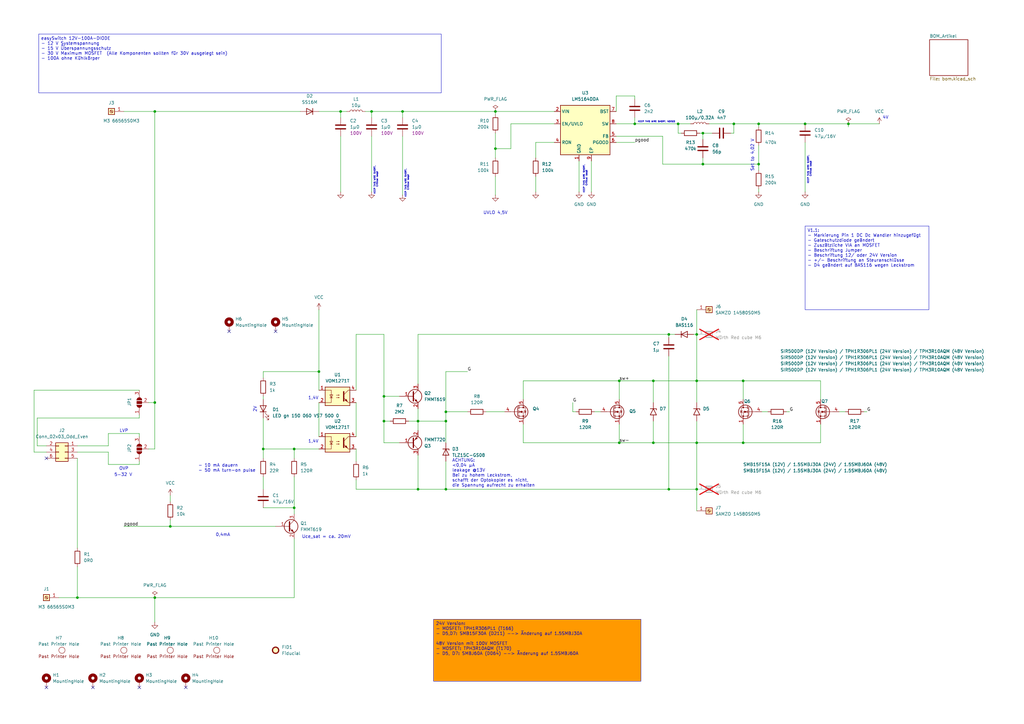
<source format=kicad_sch>
(kicad_sch
	(version 20250114)
	(generator "eeschema")
	(generator_version "9.0")
	(uuid "bf1f8167-8e29-49cc-a467-dd9cc2c77246")
	(paper "A3")
	(lib_symbols
		(symbol "Connector:Screw_Terminal_01x01"
			(pin_names
				(offset 1.016)
				(hide yes)
			)
			(exclude_from_sim no)
			(in_bom yes)
			(on_board yes)
			(property "Reference" "J"
				(at 0 2.54 0)
				(effects
					(font
						(size 1.27 1.27)
					)
				)
			)
			(property "Value" "Screw_Terminal_01x01"
				(at 0 -2.54 0)
				(effects
					(font
						(size 1.27 1.27)
					)
				)
			)
			(property "Footprint" ""
				(at 0 0 0)
				(effects
					(font
						(size 1.27 1.27)
					)
					(hide yes)
				)
			)
			(property "Datasheet" "~"
				(at 0 0 0)
				(effects
					(font
						(size 1.27 1.27)
					)
					(hide yes)
				)
			)
			(property "Description" "Generic screw terminal, single row, 01x01, script generated (kicad-library-utils/schlib/autogen/connector/)"
				(at 0 0 0)
				(effects
					(font
						(size 1.27 1.27)
					)
					(hide yes)
				)
			)
			(property "ki_keywords" "screw terminal"
				(at 0 0 0)
				(effects
					(font
						(size 1.27 1.27)
					)
					(hide yes)
				)
			)
			(property "ki_fp_filters" "TerminalBlock*:*"
				(at 0 0 0)
				(effects
					(font
						(size 1.27 1.27)
					)
					(hide yes)
				)
			)
			(symbol "Screw_Terminal_01x01_1_1"
				(rectangle
					(start -1.27 1.27)
					(end 1.27 -1.27)
					(stroke
						(width 0.254)
						(type default)
					)
					(fill
						(type background)
					)
				)
				(polyline
					(pts
						(xy -0.5334 0.3302) (xy 0.3302 -0.508)
					)
					(stroke
						(width 0.1524)
						(type default)
					)
					(fill
						(type none)
					)
				)
				(polyline
					(pts
						(xy -0.3556 0.508) (xy 0.508 -0.3302)
					)
					(stroke
						(width 0.1524)
						(type default)
					)
					(fill
						(type none)
					)
				)
				(circle
					(center 0 0)
					(radius 0.635)
					(stroke
						(width 0.1524)
						(type default)
					)
					(fill
						(type none)
					)
				)
				(pin passive line
					(at -5.08 0 0)
					(length 3.81)
					(name "Pin_1"
						(effects
							(font
								(size 1.27 1.27)
							)
						)
					)
					(number "1"
						(effects
							(font
								(size 1.27 1.27)
							)
						)
					)
				)
			)
			(embedded_fonts no)
		)
		(symbol "Connector_Generic:Conn_02x03_Odd_Even"
			(pin_names
				(offset 1.016)
				(hide yes)
			)
			(exclude_from_sim no)
			(in_bom yes)
			(on_board yes)
			(property "Reference" "J"
				(at 1.27 5.08 0)
				(effects
					(font
						(size 1.27 1.27)
					)
				)
			)
			(property "Value" "Conn_02x03_Odd_Even"
				(at 1.27 -5.08 0)
				(effects
					(font
						(size 1.27 1.27)
					)
				)
			)
			(property "Footprint" ""
				(at 0 0 0)
				(effects
					(font
						(size 1.27 1.27)
					)
					(hide yes)
				)
			)
			(property "Datasheet" "~"
				(at 0 0 0)
				(effects
					(font
						(size 1.27 1.27)
					)
					(hide yes)
				)
			)
			(property "Description" "Generic connector, double row, 02x03, odd/even pin numbering scheme (row 1 odd numbers, row 2 even numbers), script generated (kicad-library-utils/schlib/autogen/connector/)"
				(at 0 0 0)
				(effects
					(font
						(size 1.27 1.27)
					)
					(hide yes)
				)
			)
			(property "ki_keywords" "connector"
				(at 0 0 0)
				(effects
					(font
						(size 1.27 1.27)
					)
					(hide yes)
				)
			)
			(property "ki_fp_filters" "Connector*:*_2x??_*"
				(at 0 0 0)
				(effects
					(font
						(size 1.27 1.27)
					)
					(hide yes)
				)
			)
			(symbol "Conn_02x03_Odd_Even_1_1"
				(rectangle
					(start -1.27 3.81)
					(end 3.81 -3.81)
					(stroke
						(width 0.254)
						(type default)
					)
					(fill
						(type background)
					)
				)
				(rectangle
					(start -1.27 2.667)
					(end 0 2.413)
					(stroke
						(width 0.1524)
						(type default)
					)
					(fill
						(type none)
					)
				)
				(rectangle
					(start -1.27 0.127)
					(end 0 -0.127)
					(stroke
						(width 0.1524)
						(type default)
					)
					(fill
						(type none)
					)
				)
				(rectangle
					(start -1.27 -2.413)
					(end 0 -2.667)
					(stroke
						(width 0.1524)
						(type default)
					)
					(fill
						(type none)
					)
				)
				(rectangle
					(start 3.81 2.667)
					(end 2.54 2.413)
					(stroke
						(width 0.1524)
						(type default)
					)
					(fill
						(type none)
					)
				)
				(rectangle
					(start 3.81 0.127)
					(end 2.54 -0.127)
					(stroke
						(width 0.1524)
						(type default)
					)
					(fill
						(type none)
					)
				)
				(rectangle
					(start 3.81 -2.413)
					(end 2.54 -2.667)
					(stroke
						(width 0.1524)
						(type default)
					)
					(fill
						(type none)
					)
				)
				(pin passive line
					(at -5.08 2.54 0)
					(length 3.81)
					(name "Pin_1"
						(effects
							(font
								(size 1.27 1.27)
							)
						)
					)
					(number "1"
						(effects
							(font
								(size 1.27 1.27)
							)
						)
					)
				)
				(pin passive line
					(at -5.08 0 0)
					(length 3.81)
					(name "Pin_3"
						(effects
							(font
								(size 1.27 1.27)
							)
						)
					)
					(number "3"
						(effects
							(font
								(size 1.27 1.27)
							)
						)
					)
				)
				(pin passive line
					(at -5.08 -2.54 0)
					(length 3.81)
					(name "Pin_5"
						(effects
							(font
								(size 1.27 1.27)
							)
						)
					)
					(number "5"
						(effects
							(font
								(size 1.27 1.27)
							)
						)
					)
				)
				(pin passive line
					(at 7.62 2.54 180)
					(length 3.81)
					(name "Pin_2"
						(effects
							(font
								(size 1.27 1.27)
							)
						)
					)
					(number "2"
						(effects
							(font
								(size 1.27 1.27)
							)
						)
					)
				)
				(pin passive line
					(at 7.62 0 180)
					(length 3.81)
					(name "Pin_4"
						(effects
							(font
								(size 1.27 1.27)
							)
						)
					)
					(number "4"
						(effects
							(font
								(size 1.27 1.27)
							)
						)
					)
				)
				(pin passive line
					(at 7.62 -2.54 180)
					(length 3.81)
					(name "Pin_6"
						(effects
							(font
								(size 1.27 1.27)
							)
						)
					)
					(number "6"
						(effects
							(font
								(size 1.27 1.27)
							)
						)
					)
				)
			)
			(embedded_fonts no)
		)
		(symbol "Device:C"
			(pin_numbers
				(hide yes)
			)
			(pin_names
				(offset 0.254)
			)
			(exclude_from_sim no)
			(in_bom yes)
			(on_board yes)
			(property "Reference" "C"
				(at 0.635 2.54 0)
				(effects
					(font
						(size 1.27 1.27)
					)
					(justify left)
				)
			)
			(property "Value" "C"
				(at 0.635 -2.54 0)
				(effects
					(font
						(size 1.27 1.27)
					)
					(justify left)
				)
			)
			(property "Footprint" ""
				(at 0.9652 -3.81 0)
				(effects
					(font
						(size 1.27 1.27)
					)
					(hide yes)
				)
			)
			(property "Datasheet" "~"
				(at 0 0 0)
				(effects
					(font
						(size 1.27 1.27)
					)
					(hide yes)
				)
			)
			(property "Description" "Unpolarized capacitor"
				(at 0 0 0)
				(effects
					(font
						(size 1.27 1.27)
					)
					(hide yes)
				)
			)
			(property "ki_keywords" "cap capacitor"
				(at 0 0 0)
				(effects
					(font
						(size 1.27 1.27)
					)
					(hide yes)
				)
			)
			(property "ki_fp_filters" "C_*"
				(at 0 0 0)
				(effects
					(font
						(size 1.27 1.27)
					)
					(hide yes)
				)
			)
			(symbol "C_0_1"
				(polyline
					(pts
						(xy -2.032 0.762) (xy 2.032 0.762)
					)
					(stroke
						(width 0.508)
						(type default)
					)
					(fill
						(type none)
					)
				)
				(polyline
					(pts
						(xy -2.032 -0.762) (xy 2.032 -0.762)
					)
					(stroke
						(width 0.508)
						(type default)
					)
					(fill
						(type none)
					)
				)
			)
			(symbol "C_1_1"
				(pin passive line
					(at 0 3.81 270)
					(length 2.794)
					(name "~"
						(effects
							(font
								(size 1.27 1.27)
							)
						)
					)
					(number "1"
						(effects
							(font
								(size 1.27 1.27)
							)
						)
					)
				)
				(pin passive line
					(at 0 -3.81 90)
					(length 2.794)
					(name "~"
						(effects
							(font
								(size 1.27 1.27)
							)
						)
					)
					(number "2"
						(effects
							(font
								(size 1.27 1.27)
							)
						)
					)
				)
			)
			(embedded_fonts no)
		)
		(symbol "Device:D"
			(pin_numbers
				(hide yes)
			)
			(pin_names
				(offset 1.016)
				(hide yes)
			)
			(exclude_from_sim no)
			(in_bom yes)
			(on_board yes)
			(property "Reference" "D"
				(at 0 2.54 0)
				(effects
					(font
						(size 1.27 1.27)
					)
				)
			)
			(property "Value" "D"
				(at 0 -2.54 0)
				(effects
					(font
						(size 1.27 1.27)
					)
				)
			)
			(property "Footprint" ""
				(at 0 0 0)
				(effects
					(font
						(size 1.27 1.27)
					)
					(hide yes)
				)
			)
			(property "Datasheet" "~"
				(at 0 0 0)
				(effects
					(font
						(size 1.27 1.27)
					)
					(hide yes)
				)
			)
			(property "Description" "Diode"
				(at 0 0 0)
				(effects
					(font
						(size 1.27 1.27)
					)
					(hide yes)
				)
			)
			(property "Sim.Device" "D"
				(at 0 0 0)
				(effects
					(font
						(size 1.27 1.27)
					)
					(hide yes)
				)
			)
			(property "Sim.Pins" "1=K 2=A"
				(at 0 0 0)
				(effects
					(font
						(size 1.27 1.27)
					)
					(hide yes)
				)
			)
			(property "ki_keywords" "diode"
				(at 0 0 0)
				(effects
					(font
						(size 1.27 1.27)
					)
					(hide yes)
				)
			)
			(property "ki_fp_filters" "TO-???* *_Diode_* *SingleDiode* D_*"
				(at 0 0 0)
				(effects
					(font
						(size 1.27 1.27)
					)
					(hide yes)
				)
			)
			(symbol "D_0_1"
				(polyline
					(pts
						(xy -1.27 1.27) (xy -1.27 -1.27)
					)
					(stroke
						(width 0.254)
						(type default)
					)
					(fill
						(type none)
					)
				)
				(polyline
					(pts
						(xy 1.27 1.27) (xy 1.27 -1.27) (xy -1.27 0) (xy 1.27 1.27)
					)
					(stroke
						(width 0.254)
						(type default)
					)
					(fill
						(type none)
					)
				)
				(polyline
					(pts
						(xy 1.27 0) (xy -1.27 0)
					)
					(stroke
						(width 0)
						(type default)
					)
					(fill
						(type none)
					)
				)
			)
			(symbol "D_1_1"
				(pin passive line
					(at -3.81 0 0)
					(length 2.54)
					(name "K"
						(effects
							(font
								(size 1.27 1.27)
							)
						)
					)
					(number "1"
						(effects
							(font
								(size 1.27 1.27)
							)
						)
					)
				)
				(pin passive line
					(at 3.81 0 180)
					(length 2.54)
					(name "A"
						(effects
							(font
								(size 1.27 1.27)
							)
						)
					)
					(number "2"
						(effects
							(font
								(size 1.27 1.27)
							)
						)
					)
				)
			)
			(embedded_fonts no)
		)
		(symbol "Device:L"
			(pin_numbers
				(hide yes)
			)
			(pin_names
				(offset 1.016)
				(hide yes)
			)
			(exclude_from_sim no)
			(in_bom yes)
			(on_board yes)
			(property "Reference" "L"
				(at -1.27 0 90)
				(effects
					(font
						(size 1.27 1.27)
					)
				)
			)
			(property "Value" "L"
				(at 1.905 0 90)
				(effects
					(font
						(size 1.27 1.27)
					)
				)
			)
			(property "Footprint" ""
				(at 0 0 0)
				(effects
					(font
						(size 1.27 1.27)
					)
					(hide yes)
				)
			)
			(property "Datasheet" "~"
				(at 0 0 0)
				(effects
					(font
						(size 1.27 1.27)
					)
					(hide yes)
				)
			)
			(property "Description" "Inductor"
				(at 0 0 0)
				(effects
					(font
						(size 1.27 1.27)
					)
					(hide yes)
				)
			)
			(property "ki_keywords" "inductor choke coil reactor magnetic"
				(at 0 0 0)
				(effects
					(font
						(size 1.27 1.27)
					)
					(hide yes)
				)
			)
			(property "ki_fp_filters" "Choke_* *Coil* Inductor_* L_*"
				(at 0 0 0)
				(effects
					(font
						(size 1.27 1.27)
					)
					(hide yes)
				)
			)
			(symbol "L_0_1"
				(arc
					(start 0 2.54)
					(mid 0.6323 1.905)
					(end 0 1.27)
					(stroke
						(width 0)
						(type default)
					)
					(fill
						(type none)
					)
				)
				(arc
					(start 0 1.27)
					(mid 0.6323 0.635)
					(end 0 0)
					(stroke
						(width 0)
						(type default)
					)
					(fill
						(type none)
					)
				)
				(arc
					(start 0 0)
					(mid 0.6323 -0.635)
					(end 0 -1.27)
					(stroke
						(width 0)
						(type default)
					)
					(fill
						(type none)
					)
				)
				(arc
					(start 0 -1.27)
					(mid 0.6323 -1.905)
					(end 0 -2.54)
					(stroke
						(width 0)
						(type default)
					)
					(fill
						(type none)
					)
				)
			)
			(symbol "L_1_1"
				(pin passive line
					(at 0 3.81 270)
					(length 1.27)
					(name "1"
						(effects
							(font
								(size 1.27 1.27)
							)
						)
					)
					(number "1"
						(effects
							(font
								(size 1.27 1.27)
							)
						)
					)
				)
				(pin passive line
					(at 0 -3.81 90)
					(length 1.27)
					(name "2"
						(effects
							(font
								(size 1.27 1.27)
							)
						)
					)
					(number "2"
						(effects
							(font
								(size 1.27 1.27)
							)
						)
					)
				)
			)
			(embedded_fonts no)
		)
		(symbol "Device:LED"
			(pin_numbers
				(hide yes)
			)
			(pin_names
				(offset 1.016)
				(hide yes)
			)
			(exclude_from_sim no)
			(in_bom yes)
			(on_board yes)
			(property "Reference" "D"
				(at 0 2.54 0)
				(effects
					(font
						(size 1.27 1.27)
					)
				)
			)
			(property "Value" "LED"
				(at 0 -2.54 0)
				(effects
					(font
						(size 1.27 1.27)
					)
				)
			)
			(property "Footprint" ""
				(at 0 0 0)
				(effects
					(font
						(size 1.27 1.27)
					)
					(hide yes)
				)
			)
			(property "Datasheet" "~"
				(at 0 0 0)
				(effects
					(font
						(size 1.27 1.27)
					)
					(hide yes)
				)
			)
			(property "Description" "Light emitting diode"
				(at 0 0 0)
				(effects
					(font
						(size 1.27 1.27)
					)
					(hide yes)
				)
			)
			(property "ki_keywords" "LED diode"
				(at 0 0 0)
				(effects
					(font
						(size 1.27 1.27)
					)
					(hide yes)
				)
			)
			(property "ki_fp_filters" "LED* LED_SMD:* LED_THT:*"
				(at 0 0 0)
				(effects
					(font
						(size 1.27 1.27)
					)
					(hide yes)
				)
			)
			(symbol "LED_0_1"
				(polyline
					(pts
						(xy -3.048 -0.762) (xy -4.572 -2.286) (xy -3.81 -2.286) (xy -4.572 -2.286) (xy -4.572 -1.524)
					)
					(stroke
						(width 0)
						(type default)
					)
					(fill
						(type none)
					)
				)
				(polyline
					(pts
						(xy -1.778 -0.762) (xy -3.302 -2.286) (xy -2.54 -2.286) (xy -3.302 -2.286) (xy -3.302 -1.524)
					)
					(stroke
						(width 0)
						(type default)
					)
					(fill
						(type none)
					)
				)
				(polyline
					(pts
						(xy -1.27 0) (xy 1.27 0)
					)
					(stroke
						(width 0)
						(type default)
					)
					(fill
						(type none)
					)
				)
				(polyline
					(pts
						(xy -1.27 -1.27) (xy -1.27 1.27)
					)
					(stroke
						(width 0.254)
						(type default)
					)
					(fill
						(type none)
					)
				)
				(polyline
					(pts
						(xy 1.27 -1.27) (xy 1.27 1.27) (xy -1.27 0) (xy 1.27 -1.27)
					)
					(stroke
						(width 0.254)
						(type default)
					)
					(fill
						(type none)
					)
				)
			)
			(symbol "LED_1_1"
				(pin passive line
					(at -3.81 0 0)
					(length 2.54)
					(name "K"
						(effects
							(font
								(size 1.27 1.27)
							)
						)
					)
					(number "1"
						(effects
							(font
								(size 1.27 1.27)
							)
						)
					)
				)
				(pin passive line
					(at 3.81 0 180)
					(length 2.54)
					(name "A"
						(effects
							(font
								(size 1.27 1.27)
							)
						)
					)
					(number "2"
						(effects
							(font
								(size 1.27 1.27)
							)
						)
					)
				)
			)
			(embedded_fonts no)
		)
		(symbol "Device:R"
			(pin_numbers
				(hide yes)
			)
			(pin_names
				(offset 0)
			)
			(exclude_from_sim no)
			(in_bom yes)
			(on_board yes)
			(property "Reference" "R"
				(at 2.032 0 90)
				(effects
					(font
						(size 1.27 1.27)
					)
				)
			)
			(property "Value" "R"
				(at 0 0 90)
				(effects
					(font
						(size 1.27 1.27)
					)
				)
			)
			(property "Footprint" ""
				(at -1.778 0 90)
				(effects
					(font
						(size 1.27 1.27)
					)
					(hide yes)
				)
			)
			(property "Datasheet" "~"
				(at 0 0 0)
				(effects
					(font
						(size 1.27 1.27)
					)
					(hide yes)
				)
			)
			(property "Description" "Resistor"
				(at 0 0 0)
				(effects
					(font
						(size 1.27 1.27)
					)
					(hide yes)
				)
			)
			(property "ki_keywords" "R res resistor"
				(at 0 0 0)
				(effects
					(font
						(size 1.27 1.27)
					)
					(hide yes)
				)
			)
			(property "ki_fp_filters" "R_*"
				(at 0 0 0)
				(effects
					(font
						(size 1.27 1.27)
					)
					(hide yes)
				)
			)
			(symbol "R_0_1"
				(rectangle
					(start -1.016 -2.54)
					(end 1.016 2.54)
					(stroke
						(width 0.254)
						(type default)
					)
					(fill
						(type none)
					)
				)
			)
			(symbol "R_1_1"
				(pin passive line
					(at 0 3.81 270)
					(length 1.27)
					(name "~"
						(effects
							(font
								(size 1.27 1.27)
							)
						)
					)
					(number "1"
						(effects
							(font
								(size 1.27 1.27)
							)
						)
					)
				)
				(pin passive line
					(at 0 -3.81 90)
					(length 1.27)
					(name "~"
						(effects
							(font
								(size 1.27 1.27)
							)
						)
					)
					(number "2"
						(effects
							(font
								(size 1.27 1.27)
							)
						)
					)
				)
			)
			(embedded_fonts no)
		)
		(symbol "Diode:BAS19"
			(pin_numbers
				(hide yes)
			)
			(pin_names
				(hide yes)
			)
			(exclude_from_sim no)
			(in_bom yes)
			(on_board yes)
			(property "Reference" "D"
				(at 0 2.54 0)
				(effects
					(font
						(size 1.27 1.27)
					)
				)
			)
			(property "Value" "BAS19"
				(at 0 -2.54 0)
				(effects
					(font
						(size 1.27 1.27)
					)
				)
			)
			(property "Footprint" "Package_TO_SOT_SMD:SOT-23"
				(at 0 -4.445 0)
				(effects
					(font
						(size 1.27 1.27)
					)
					(hide yes)
				)
			)
			(property "Datasheet" "https://www.diodes.com/assets/Datasheets/Ds12004.pdf"
				(at 0 0 0)
				(effects
					(font
						(size 1.27 1.27)
					)
					(hide yes)
				)
			)
			(property "Description" "120V, 0.4A, High-speed Switching Diode, SOT-23"
				(at 0 0 0)
				(effects
					(font
						(size 1.27 1.27)
					)
					(hide yes)
				)
			)
			(property "ki_keywords" "diode"
				(at 0 0 0)
				(effects
					(font
						(size 1.27 1.27)
					)
					(hide yes)
				)
			)
			(property "ki_fp_filters" "SOT?23*"
				(at 0 0 0)
				(effects
					(font
						(size 1.27 1.27)
					)
					(hide yes)
				)
			)
			(symbol "BAS19_0_1"
				(polyline
					(pts
						(xy -1.27 1.27) (xy -1.27 -1.27)
					)
					(stroke
						(width 0.254)
						(type default)
					)
					(fill
						(type none)
					)
				)
				(polyline
					(pts
						(xy 1.27 1.27) (xy 1.27 -1.27) (xy -1.27 0) (xy 1.27 1.27)
					)
					(stroke
						(width 0.254)
						(type default)
					)
					(fill
						(type none)
					)
				)
				(polyline
					(pts
						(xy 1.27 0) (xy -1.27 0)
					)
					(stroke
						(width 0)
						(type default)
					)
					(fill
						(type none)
					)
				)
			)
			(symbol "BAS19_1_1"
				(pin passive line
					(at -3.81 0 0)
					(length 2.54)
					(name "K"
						(effects
							(font
								(size 1.27 1.27)
							)
						)
					)
					(number "3"
						(effects
							(font
								(size 1.27 1.27)
							)
						)
					)
				)
				(pin no_connect line
					(at -1.27 0 0)
					(length 2.54)
					(hide yes)
					(name "NC"
						(effects
							(font
								(size 1.27 1.27)
							)
						)
					)
					(number "2"
						(effects
							(font
								(size 1.27 1.27)
							)
						)
					)
				)
				(pin passive line
					(at 3.81 0 180)
					(length 2.54)
					(name "A"
						(effects
							(font
								(size 1.27 1.27)
							)
						)
					)
					(number "1"
						(effects
							(font
								(size 1.27 1.27)
							)
						)
					)
				)
			)
			(embedded_fonts no)
		)
		(symbol "Diode:BZV55C15"
			(pin_numbers
				(hide yes)
			)
			(pin_names
				(hide yes)
			)
			(exclude_from_sim no)
			(in_bom yes)
			(on_board yes)
			(property "Reference" "D"
				(at 0 2.54 0)
				(effects
					(font
						(size 1.27 1.27)
					)
				)
			)
			(property "Value" "BZV55C15"
				(at 0 -2.54 0)
				(effects
					(font
						(size 1.27 1.27)
					)
				)
			)
			(property "Footprint" "Diode_SMD:D_MiniMELF"
				(at 0 -4.445 0)
				(effects
					(font
						(size 1.27 1.27)
					)
					(hide yes)
				)
			)
			(property "Datasheet" "https://assets.nexperia.com/documents/data-sheet/BZV55_SER.pdf"
				(at 0 0 0)
				(effects
					(font
						(size 1.27 1.27)
					)
					(hide yes)
				)
			)
			(property "Description" "15V, 500mW, 5%, Zener diode, MiniMELF"
				(at 0 0 0)
				(effects
					(font
						(size 1.27 1.27)
					)
					(hide yes)
				)
			)
			(property "ki_keywords" "zener diode"
				(at 0 0 0)
				(effects
					(font
						(size 1.27 1.27)
					)
					(hide yes)
				)
			)
			(property "ki_fp_filters" "D*MiniMELF*"
				(at 0 0 0)
				(effects
					(font
						(size 1.27 1.27)
					)
					(hide yes)
				)
			)
			(symbol "BZV55C15_0_1"
				(polyline
					(pts
						(xy -1.27 -1.27) (xy -1.27 1.27) (xy -0.762 1.27)
					)
					(stroke
						(width 0.254)
						(type default)
					)
					(fill
						(type none)
					)
				)
				(polyline
					(pts
						(xy 1.27 0) (xy -1.27 0)
					)
					(stroke
						(width 0)
						(type default)
					)
					(fill
						(type none)
					)
				)
				(polyline
					(pts
						(xy 1.27 -1.27) (xy 1.27 1.27) (xy -1.27 0) (xy 1.27 -1.27)
					)
					(stroke
						(width 0.254)
						(type default)
					)
					(fill
						(type none)
					)
				)
			)
			(symbol "BZV55C15_1_1"
				(pin passive line
					(at -3.81 0 0)
					(length 2.54)
					(name "K"
						(effects
							(font
								(size 1.27 1.27)
							)
						)
					)
					(number "1"
						(effects
							(font
								(size 1.27 1.27)
							)
						)
					)
				)
				(pin passive line
					(at 3.81 0 180)
					(length 2.54)
					(name "A"
						(effects
							(font
								(size 1.27 1.27)
							)
						)
					)
					(number "2"
						(effects
							(font
								(size 1.27 1.27)
							)
						)
					)
				)
			)
			(embedded_fonts no)
		)
		(symbol "Diode:SM6T15A"
			(pin_numbers
				(hide yes)
			)
			(pin_names
				(offset 1.016)
				(hide yes)
			)
			(exclude_from_sim no)
			(in_bom yes)
			(on_board yes)
			(property "Reference" "D"
				(at 0 2.54 0)
				(effects
					(font
						(size 1.27 1.27)
					)
				)
			)
			(property "Value" "SM6T15A"
				(at 0 -2.54 0)
				(effects
					(font
						(size 1.27 1.27)
					)
				)
			)
			(property "Footprint" "Diode_SMD:D_SMB"
				(at 0 -5.08 0)
				(effects
					(font
						(size 1.27 1.27)
					)
					(hide yes)
				)
			)
			(property "Datasheet" "https://www.st.com/resource/en/datasheet/sm6t.pdf"
				(at -1.27 0 0)
				(effects
					(font
						(size 1.27 1.27)
					)
					(hide yes)
				)
			)
			(property "Description" "600W unidirectional Transil Transient Voltage Suppressor, 15Vrwm, DO-214AA"
				(at 0 0 0)
				(effects
					(font
						(size 1.27 1.27)
					)
					(hide yes)
				)
			)
			(property "ki_keywords" "diode TVS voltage suppressor"
				(at 0 0 0)
				(effects
					(font
						(size 1.27 1.27)
					)
					(hide yes)
				)
			)
			(property "ki_fp_filters" "D*SMB*"
				(at 0 0 0)
				(effects
					(font
						(size 1.27 1.27)
					)
					(hide yes)
				)
			)
			(symbol "SM6T15A_0_1"
				(polyline
					(pts
						(xy -0.762 1.27) (xy -1.27 1.27) (xy -1.27 -1.27)
					)
					(stroke
						(width 0.254)
						(type default)
					)
					(fill
						(type none)
					)
				)
				(polyline
					(pts
						(xy 1.27 1.27) (xy 1.27 -1.27) (xy -1.27 0) (xy 1.27 1.27)
					)
					(stroke
						(width 0.254)
						(type default)
					)
					(fill
						(type none)
					)
				)
			)
			(symbol "SM6T15A_1_1"
				(pin passive line
					(at -3.81 0 0)
					(length 2.54)
					(name "A1"
						(effects
							(font
								(size 1.27 1.27)
							)
						)
					)
					(number "1"
						(effects
							(font
								(size 1.27 1.27)
							)
						)
					)
				)
				(pin passive line
					(at 3.81 0 180)
					(length 2.54)
					(name "A2"
						(effects
							(font
								(size 1.27 1.27)
							)
						)
					)
					(number "2"
						(effects
							(font
								(size 1.27 1.27)
							)
						)
					)
				)
			)
			(embedded_fonts no)
		)
		(symbol "Isolator:VO615A-1"
			(pin_names
				(offset 0.762)
			)
			(exclude_from_sim no)
			(in_bom yes)
			(on_board yes)
			(property "Reference" "U"
				(at 0 7.62 0)
				(effects
					(font
						(size 1.27 1.27)
					)
				)
			)
			(property "Value" "VO615A-1"
				(at 0 5.08 0)
				(effects
					(font
						(size 1.27 1.27)
					)
				)
			)
			(property "Footprint" ""
				(at 0 0 0)
				(effects
					(font
						(size 1.27 1.27)
					)
					(hide yes)
				)
			)
			(property "Datasheet" "http://www.vishay.com/docs/81753/vo615a.pdf"
				(at 0 0 0)
				(effects
					(font
						(size 1.27 1.27)
					)
					(hide yes)
				)
			)
			(property "Description" "DC Optocoupler, Vce 70V, CTR 40-80% @ 10mA, Viso 5000Vrms, DIP4"
				(at 0 0 0)
				(effects
					(font
						(size 1.27 1.27)
					)
					(hide yes)
				)
			)
			(property "ki_keywords" "NPN DC Optocoupler"
				(at 0 0 0)
				(effects
					(font
						(size 1.27 1.27)
					)
					(hide yes)
				)
			)
			(property "ki_fp_filters" "DIP*W7.62mm* DIP*W10.16mm* SMDIP*W7.62mm* SMDIP*W9.53mm* SMDIP*W11.48mm*"
				(at 0 0 0)
				(effects
					(font
						(size 1.27 1.27)
					)
					(hide yes)
				)
			)
			(symbol "VO615A-1_0_1"
				(rectangle
					(start -5.08 3.81)
					(end 5.08 -3.81)
					(stroke
						(width 0.254)
						(type default)
					)
					(fill
						(type background)
					)
				)
				(polyline
					(pts
						(xy -5.08 2.54) (xy -2.54 2.54) (xy -2.54 -2.54) (xy -5.08 -2.54)
					)
					(stroke
						(width 0)
						(type default)
					)
					(fill
						(type none)
					)
				)
				(polyline
					(pts
						(xy -3.175 -0.635) (xy -1.905 -0.635)
					)
					(stroke
						(width 0)
						(type default)
					)
					(fill
						(type none)
					)
				)
				(polyline
					(pts
						(xy -2.54 -0.635) (xy -3.175 0.635) (xy -1.905 0.635) (xy -2.54 -0.635)
					)
					(stroke
						(width 0)
						(type default)
					)
					(fill
						(type none)
					)
				)
				(polyline
					(pts
						(xy -0.508 0.508) (xy 0.762 0.508) (xy 0.381 0.381) (xy 0.381 0.635) (xy 0.762 0.508)
					)
					(stroke
						(width 0)
						(type default)
					)
					(fill
						(type none)
					)
				)
				(polyline
					(pts
						(xy -0.508 -0.508) (xy 0.762 -0.508) (xy 0.381 -0.635) (xy 0.381 -0.381) (xy 0.762 -0.508)
					)
					(stroke
						(width 0)
						(type default)
					)
					(fill
						(type none)
					)
				)
				(polyline
					(pts
						(xy 2.54 1.905) (xy 2.54 -1.905) (xy 2.54 -1.905)
					)
					(stroke
						(width 0.508)
						(type default)
					)
					(fill
						(type none)
					)
				)
				(polyline
					(pts
						(xy 2.54 0.635) (xy 4.445 2.54)
					)
					(stroke
						(width 0)
						(type default)
					)
					(fill
						(type none)
					)
				)
				(polyline
					(pts
						(xy 3.048 -1.651) (xy 3.556 -1.143) (xy 4.064 -2.159) (xy 3.048 -1.651) (xy 3.048 -1.651)
					)
					(stroke
						(width 0)
						(type default)
					)
					(fill
						(type outline)
					)
				)
				(polyline
					(pts
						(xy 4.445 2.54) (xy 5.08 2.54)
					)
					(stroke
						(width 0)
						(type default)
					)
					(fill
						(type none)
					)
				)
				(polyline
					(pts
						(xy 4.445 -2.54) (xy 2.54 -0.635)
					)
					(stroke
						(width 0)
						(type default)
					)
					(fill
						(type outline)
					)
				)
				(polyline
					(pts
						(xy 4.445 -2.54) (xy 5.08 -2.54)
					)
					(stroke
						(width 0)
						(type default)
					)
					(fill
						(type none)
					)
				)
			)
			(symbol "VO615A-1_1_1"
				(pin passive line
					(at -7.62 2.54 0)
					(length 2.54)
					(name "~"
						(effects
							(font
								(size 1.27 1.27)
							)
						)
					)
					(number "1"
						(effects
							(font
								(size 1.27 1.27)
							)
						)
					)
				)
				(pin passive line
					(at -7.62 -2.54 0)
					(length 2.54)
					(name "~"
						(effects
							(font
								(size 1.27 1.27)
							)
						)
					)
					(number "2"
						(effects
							(font
								(size 1.27 1.27)
							)
						)
					)
				)
				(pin passive line
					(at 7.62 2.54 180)
					(length 2.54)
					(name "~"
						(effects
							(font
								(size 1.27 1.27)
							)
						)
					)
					(number "4"
						(effects
							(font
								(size 1.27 1.27)
							)
						)
					)
				)
				(pin passive line
					(at 7.62 -2.54 180)
					(length 2.54)
					(name "~"
						(effects
							(font
								(size 1.27 1.27)
							)
						)
					)
					(number "3"
						(effects
							(font
								(size 1.27 1.27)
							)
						)
					)
				)
			)
			(embedded_fonts no)
		)
		(symbol "Jumper:SolderJumper_3_Open"
			(pin_names
				(offset 0)
				(hide yes)
			)
			(exclude_from_sim yes)
			(in_bom no)
			(on_board yes)
			(property "Reference" "JP"
				(at -2.54 -2.54 0)
				(effects
					(font
						(size 1.27 1.27)
					)
				)
			)
			(property "Value" "SolderJumper_3_Open"
				(at 0 2.794 0)
				(effects
					(font
						(size 1.27 1.27)
					)
				)
			)
			(property "Footprint" ""
				(at 0 0 0)
				(effects
					(font
						(size 1.27 1.27)
					)
					(hide yes)
				)
			)
			(property "Datasheet" "~"
				(at 0 0 0)
				(effects
					(font
						(size 1.27 1.27)
					)
					(hide yes)
				)
			)
			(property "Description" "Solder Jumper, 3-pole, open"
				(at 0 0 0)
				(effects
					(font
						(size 1.27 1.27)
					)
					(hide yes)
				)
			)
			(property "ki_keywords" "Solder Jumper SPDT"
				(at 0 0 0)
				(effects
					(font
						(size 1.27 1.27)
					)
					(hide yes)
				)
			)
			(property "ki_fp_filters" "SolderJumper*Open*"
				(at 0 0 0)
				(effects
					(font
						(size 1.27 1.27)
					)
					(hide yes)
				)
			)
			(symbol "SolderJumper_3_Open_0_1"
				(polyline
					(pts
						(xy -2.54 0) (xy -2.032 0)
					)
					(stroke
						(width 0)
						(type default)
					)
					(fill
						(type none)
					)
				)
				(polyline
					(pts
						(xy -1.016 1.016) (xy -1.016 -1.016)
					)
					(stroke
						(width 0)
						(type default)
					)
					(fill
						(type none)
					)
				)
				(arc
					(start -1.016 -1.016)
					(mid -2.0276 0)
					(end -1.016 1.016)
					(stroke
						(width 0)
						(type default)
					)
					(fill
						(type none)
					)
				)
				(arc
					(start -1.016 -1.016)
					(mid -2.0276 0)
					(end -1.016 1.016)
					(stroke
						(width 0)
						(type default)
					)
					(fill
						(type outline)
					)
				)
				(rectangle
					(start -0.508 1.016)
					(end 0.508 -1.016)
					(stroke
						(width 0)
						(type default)
					)
					(fill
						(type outline)
					)
				)
				(polyline
					(pts
						(xy 0 -1.27) (xy 0 -1.016)
					)
					(stroke
						(width 0)
						(type default)
					)
					(fill
						(type none)
					)
				)
				(arc
					(start 1.016 1.016)
					(mid 2.0276 0)
					(end 1.016 -1.016)
					(stroke
						(width 0)
						(type default)
					)
					(fill
						(type none)
					)
				)
				(arc
					(start 1.016 1.016)
					(mid 2.0276 0)
					(end 1.016 -1.016)
					(stroke
						(width 0)
						(type default)
					)
					(fill
						(type outline)
					)
				)
				(polyline
					(pts
						(xy 1.016 1.016) (xy 1.016 -1.016)
					)
					(stroke
						(width 0)
						(type default)
					)
					(fill
						(type none)
					)
				)
				(polyline
					(pts
						(xy 2.54 0) (xy 2.032 0)
					)
					(stroke
						(width 0)
						(type default)
					)
					(fill
						(type none)
					)
				)
			)
			(symbol "SolderJumper_3_Open_1_1"
				(pin passive line
					(at -5.08 0 0)
					(length 2.54)
					(name "A"
						(effects
							(font
								(size 1.27 1.27)
							)
						)
					)
					(number "1"
						(effects
							(font
								(size 1.27 1.27)
							)
						)
					)
				)
				(pin passive line
					(at 0 -3.81 90)
					(length 2.54)
					(name "C"
						(effects
							(font
								(size 1.27 1.27)
							)
						)
					)
					(number "2"
						(effects
							(font
								(size 1.27 1.27)
							)
						)
					)
				)
				(pin passive line
					(at 5.08 0 180)
					(length 2.54)
					(name "B"
						(effects
							(font
								(size 1.27 1.27)
							)
						)
					)
					(number "3"
						(effects
							(font
								(size 1.27 1.27)
							)
						)
					)
				)
			)
			(embedded_fonts no)
		)
		(symbol "Mechanical:Fiducial"
			(exclude_from_sim yes)
			(in_bom no)
			(on_board yes)
			(property "Reference" "FID"
				(at 0 5.08 0)
				(effects
					(font
						(size 1.27 1.27)
					)
				)
			)
			(property "Value" "Fiducial"
				(at 0 3.175 0)
				(effects
					(font
						(size 1.27 1.27)
					)
				)
			)
			(property "Footprint" ""
				(at 0 0 0)
				(effects
					(font
						(size 1.27 1.27)
					)
					(hide yes)
				)
			)
			(property "Datasheet" "~"
				(at 0 0 0)
				(effects
					(font
						(size 1.27 1.27)
					)
					(hide yes)
				)
			)
			(property "Description" "Fiducial Marker"
				(at 0 0 0)
				(effects
					(font
						(size 1.27 1.27)
					)
					(hide yes)
				)
			)
			(property "ki_keywords" "fiducial marker"
				(at 0 0 0)
				(effects
					(font
						(size 1.27 1.27)
					)
					(hide yes)
				)
			)
			(property "ki_fp_filters" "Fiducial*"
				(at 0 0 0)
				(effects
					(font
						(size 1.27 1.27)
					)
					(hide yes)
				)
			)
			(symbol "Fiducial_0_1"
				(circle
					(center 0 0)
					(radius 1.27)
					(stroke
						(width 0.508)
						(type default)
					)
					(fill
						(type background)
					)
				)
			)
			(embedded_fonts no)
		)
		(symbol "Mechanical:MountingHole_Pad"
			(pin_numbers
				(hide yes)
			)
			(pin_names
				(offset 1.016)
				(hide yes)
			)
			(exclude_from_sim yes)
			(in_bom no)
			(on_board yes)
			(property "Reference" "H"
				(at 0 6.35 0)
				(effects
					(font
						(size 1.27 1.27)
					)
				)
			)
			(property "Value" "MountingHole_Pad"
				(at 0 4.445 0)
				(effects
					(font
						(size 1.27 1.27)
					)
				)
			)
			(property "Footprint" ""
				(at 0 0 0)
				(effects
					(font
						(size 1.27 1.27)
					)
					(hide yes)
				)
			)
			(property "Datasheet" "~"
				(at 0 0 0)
				(effects
					(font
						(size 1.27 1.27)
					)
					(hide yes)
				)
			)
			(property "Description" "Mounting Hole with connection"
				(at 0 0 0)
				(effects
					(font
						(size 1.27 1.27)
					)
					(hide yes)
				)
			)
			(property "ki_keywords" "mounting hole"
				(at 0 0 0)
				(effects
					(font
						(size 1.27 1.27)
					)
					(hide yes)
				)
			)
			(property "ki_fp_filters" "MountingHole*Pad*"
				(at 0 0 0)
				(effects
					(font
						(size 1.27 1.27)
					)
					(hide yes)
				)
			)
			(symbol "MountingHole_Pad_0_1"
				(circle
					(center 0 1.27)
					(radius 1.27)
					(stroke
						(width 1.27)
						(type default)
					)
					(fill
						(type none)
					)
				)
			)
			(symbol "MountingHole_Pad_1_1"
				(pin input line
					(at 0 -2.54 90)
					(length 2.54)
					(name "1"
						(effects
							(font
								(size 1.27 1.27)
							)
						)
					)
					(number "1"
						(effects
							(font
								(size 1.27 1.27)
							)
						)
					)
				)
			)
			(embedded_fonts no)
		)
		(symbol "Regulator_Switching:LM5164DDA"
			(exclude_from_sim no)
			(in_bom yes)
			(on_board yes)
			(property "Reference" "U"
				(at -8.89 11.43 0)
				(effects
					(font
						(size 1.27 1.27)
					)
				)
			)
			(property "Value" "LM5164DDA"
				(at 5.08 11.43 0)
				(effects
					(font
						(size 1.27 1.27)
					)
				)
			)
			(property "Footprint" "Package_SO:HSOP-8-1EP_3.9x4.9mm_P1.27mm_EP2.41x3.1mm_ThermalVias"
				(at 1.27 -11.43 0)
				(effects
					(font
						(size 1.27 1.27)
					)
					(hide yes)
				)
			)
			(property "Datasheet" "https://www.ti.com/lit/ds/symlink/lm5164.pdf?ts=1598311864250&ref_url=https%253A%252F%252Fwww.ti.com%252Fproduct%252FLM5164%253FHQS%253DTI-null-null-octopart-df-pf-null-wwe"
				(at -7.62 8.89 0)
				(effects
					(font
						(size 1.27 1.27)
					)
					(hide yes)
				)
			)
			(property "Description" "1A synchronous buck converter with ultra-low IQ, 6V - 100V input, adjustable output voltage, HSOP-8"
				(at 0 0 0)
				(effects
					(font
						(size 1.27 1.27)
					)
					(hide yes)
				)
			)
			(property "ki_keywords" "step-down dc-dc buck regulator adjustable"
				(at 0 0 0)
				(effects
					(font
						(size 1.27 1.27)
					)
					(hide yes)
				)
			)
			(property "ki_fp_filters" "HSOP*1EP*3.9x4.9*P1.27mm*"
				(at 0 0 0)
				(effects
					(font
						(size 1.27 1.27)
					)
					(hide yes)
				)
			)
			(symbol "LM5164DDA_1_1"
				(rectangle
					(start -10.16 10.16)
					(end 10.16 -10.16)
					(stroke
						(width 0.254)
						(type default)
					)
					(fill
						(type background)
					)
				)
				(pin power_in line
					(at -12.7 7.62 0)
					(length 2.54)
					(name "VIN"
						(effects
							(font
								(size 1.27 1.27)
							)
						)
					)
					(number "2"
						(effects
							(font
								(size 1.27 1.27)
							)
						)
					)
				)
				(pin input line
					(at -12.7 2.54 0)
					(length 2.54)
					(name "EN/UVLO"
						(effects
							(font
								(size 1.27 1.27)
							)
						)
					)
					(number "3"
						(effects
							(font
								(size 1.27 1.27)
							)
						)
					)
				)
				(pin passive line
					(at -12.7 -5.08 0)
					(length 2.54)
					(name "RON"
						(effects
							(font
								(size 1.27 1.27)
							)
						)
					)
					(number "4"
						(effects
							(font
								(size 1.27 1.27)
							)
						)
					)
				)
				(pin power_in line
					(at -2.54 -12.7 90)
					(length 2.54)
					(name "GND"
						(effects
							(font
								(size 1.27 1.27)
							)
						)
					)
					(number "1"
						(effects
							(font
								(size 1.27 1.27)
							)
						)
					)
				)
				(pin passive line
					(at 2.54 -12.7 90)
					(length 2.54)
					(name "EP"
						(effects
							(font
								(size 1.27 1.27)
							)
						)
					)
					(number "9"
						(effects
							(font
								(size 1.27 1.27)
							)
						)
					)
				)
				(pin passive line
					(at 12.7 7.62 180)
					(length 2.54)
					(name "BST"
						(effects
							(font
								(size 1.27 1.27)
							)
						)
					)
					(number "7"
						(effects
							(font
								(size 1.27 1.27)
							)
						)
					)
				)
				(pin power_out line
					(at 12.7 2.54 180)
					(length 2.54)
					(name "SW"
						(effects
							(font
								(size 1.27 1.27)
							)
						)
					)
					(number "8"
						(effects
							(font
								(size 1.27 1.27)
							)
						)
					)
				)
				(pin input line
					(at 12.7 -2.54 180)
					(length 2.54)
					(name "FB"
						(effects
							(font
								(size 1.27 1.27)
							)
						)
					)
					(number "5"
						(effects
							(font
								(size 1.27 1.27)
							)
						)
					)
				)
				(pin open_collector line
					(at 12.7 -5.08 180)
					(length 2.54)
					(name "PGOOD"
						(effects
							(font
								(size 1.27 1.27)
							)
						)
					)
					(number "6"
						(effects
							(font
								(size 1.27 1.27)
							)
						)
					)
				)
			)
			(embedded_fonts no)
		)
		(symbol "Transistor_BJT:MMBT2222A"
			(pin_names
				(offset 0)
				(hide yes)
			)
			(exclude_from_sim no)
			(in_bom yes)
			(on_board yes)
			(property "Reference" "Q"
				(at 5.08 1.905 0)
				(effects
					(font
						(size 1.27 1.27)
					)
					(justify left)
				)
			)
			(property "Value" "MMBT2222A"
				(at 5.08 0 0)
				(effects
					(font
						(size 1.27 1.27)
					)
					(justify left)
				)
			)
			(property "Footprint" "Package_TO_SOT_SMD:SOT-23"
				(at 5.08 -1.905 0)
				(effects
					(font
						(size 1.27 1.27)
						(italic yes)
					)
					(justify left)
					(hide yes)
				)
			)
			(property "Datasheet" "https://assets.nexperia.com/documents/data-sheet/MMBT2222A.pdf"
				(at 0 0 0)
				(effects
					(font
						(size 1.27 1.27)
					)
					(justify left)
					(hide yes)
				)
			)
			(property "Description" "600mA Ic, 40V Vce, NPN Transistor, SOT-23"
				(at 0 0 0)
				(effects
					(font
						(size 1.27 1.27)
					)
					(hide yes)
				)
			)
			(property "ki_keywords" "NPN Transistor"
				(at 0 0 0)
				(effects
					(font
						(size 1.27 1.27)
					)
					(hide yes)
				)
			)
			(property "ki_fp_filters" "SOT?23*"
				(at 0 0 0)
				(effects
					(font
						(size 1.27 1.27)
					)
					(hide yes)
				)
			)
			(symbol "MMBT2222A_0_1"
				(polyline
					(pts
						(xy 0.635 1.905) (xy 0.635 -1.905) (xy 0.635 -1.905)
					)
					(stroke
						(width 0.508)
						(type default)
					)
					(fill
						(type none)
					)
				)
				(polyline
					(pts
						(xy 0.635 0.635) (xy 2.54 2.54)
					)
					(stroke
						(width 0)
						(type default)
					)
					(fill
						(type none)
					)
				)
				(polyline
					(pts
						(xy 0.635 -0.635) (xy 2.54 -2.54) (xy 2.54 -2.54)
					)
					(stroke
						(width 0)
						(type default)
					)
					(fill
						(type none)
					)
				)
				(circle
					(center 1.27 0)
					(radius 2.8194)
					(stroke
						(width 0.254)
						(type default)
					)
					(fill
						(type none)
					)
				)
				(polyline
					(pts
						(xy 1.27 -1.778) (xy 1.778 -1.27) (xy 2.286 -2.286) (xy 1.27 -1.778) (xy 1.27 -1.778)
					)
					(stroke
						(width 0)
						(type default)
					)
					(fill
						(type outline)
					)
				)
			)
			(symbol "MMBT2222A_1_1"
				(pin input line
					(at -5.08 0 0)
					(length 5.715)
					(name "B"
						(effects
							(font
								(size 1.27 1.27)
							)
						)
					)
					(number "1"
						(effects
							(font
								(size 1.27 1.27)
							)
						)
					)
				)
				(pin passive line
					(at 2.54 5.08 270)
					(length 2.54)
					(name "C"
						(effects
							(font
								(size 1.27 1.27)
							)
						)
					)
					(number "3"
						(effects
							(font
								(size 1.27 1.27)
							)
						)
					)
				)
				(pin passive line
					(at 2.54 -5.08 90)
					(length 2.54)
					(name "E"
						(effects
							(font
								(size 1.27 1.27)
							)
						)
					)
					(number "2"
						(effects
							(font
								(size 1.27 1.27)
							)
						)
					)
				)
			)
			(embedded_fonts no)
		)
		(symbol "Transistor_BJT:MMBT3906"
			(pin_names
				(offset 0)
				(hide yes)
			)
			(exclude_from_sim no)
			(in_bom yes)
			(on_board yes)
			(property "Reference" "Q"
				(at 5.08 1.905 0)
				(effects
					(font
						(size 1.27 1.27)
					)
					(justify left)
				)
			)
			(property "Value" "MMBT3906"
				(at 5.08 0 0)
				(effects
					(font
						(size 1.27 1.27)
					)
					(justify left)
				)
			)
			(property "Footprint" "Package_TO_SOT_SMD:SOT-23"
				(at 5.08 -1.905 0)
				(effects
					(font
						(size 1.27 1.27)
						(italic yes)
					)
					(justify left)
					(hide yes)
				)
			)
			(property "Datasheet" "https://www.onsemi.com/pdf/datasheet/pzt3906-d.pdf"
				(at 0 0 0)
				(effects
					(font
						(size 1.27 1.27)
					)
					(justify left)
					(hide yes)
				)
			)
			(property "Description" "-0.2A Ic, -40V Vce, Small Signal PNP Transistor, SOT-23"
				(at 0 0 0)
				(effects
					(font
						(size 1.27 1.27)
					)
					(hide yes)
				)
			)
			(property "ki_keywords" "PNP Transistor"
				(at 0 0 0)
				(effects
					(font
						(size 1.27 1.27)
					)
					(hide yes)
				)
			)
			(property "ki_fp_filters" "SOT?23*"
				(at 0 0 0)
				(effects
					(font
						(size 1.27 1.27)
					)
					(hide yes)
				)
			)
			(symbol "MMBT3906_0_1"
				(polyline
					(pts
						(xy 0.635 1.905) (xy 0.635 -1.905) (xy 0.635 -1.905)
					)
					(stroke
						(width 0.508)
						(type default)
					)
					(fill
						(type none)
					)
				)
				(polyline
					(pts
						(xy 0.635 0.635) (xy 2.54 2.54)
					)
					(stroke
						(width 0)
						(type default)
					)
					(fill
						(type none)
					)
				)
				(polyline
					(pts
						(xy 0.635 -0.635) (xy 2.54 -2.54) (xy 2.54 -2.54)
					)
					(stroke
						(width 0)
						(type default)
					)
					(fill
						(type none)
					)
				)
				(circle
					(center 1.27 0)
					(radius 2.8194)
					(stroke
						(width 0.254)
						(type default)
					)
					(fill
						(type none)
					)
				)
				(polyline
					(pts
						(xy 2.286 -1.778) (xy 1.778 -2.286) (xy 1.27 -1.27) (xy 2.286 -1.778) (xy 2.286 -1.778)
					)
					(stroke
						(width 0)
						(type default)
					)
					(fill
						(type outline)
					)
				)
			)
			(symbol "MMBT3906_1_1"
				(pin input line
					(at -5.08 0 0)
					(length 5.715)
					(name "B"
						(effects
							(font
								(size 1.27 1.27)
							)
						)
					)
					(number "1"
						(effects
							(font
								(size 1.27 1.27)
							)
						)
					)
				)
				(pin passive line
					(at 2.54 5.08 270)
					(length 2.54)
					(name "C"
						(effects
							(font
								(size 1.27 1.27)
							)
						)
					)
					(number "3"
						(effects
							(font
								(size 1.27 1.27)
							)
						)
					)
				)
				(pin passive line
					(at 2.54 -5.08 90)
					(length 2.54)
					(name "E"
						(effects
							(font
								(size 1.27 1.27)
							)
						)
					)
					(number "2"
						(effects
							(font
								(size 1.27 1.27)
							)
						)
					)
				)
			)
			(embedded_fonts no)
		)
		(symbol "Transistor_FET:SiR696DP"
			(pin_names
				(hide yes)
			)
			(exclude_from_sim no)
			(in_bom yes)
			(on_board yes)
			(property "Reference" "Q"
				(at 5.08 1.905 0)
				(effects
					(font
						(size 1.27 1.27)
					)
					(justify left)
				)
			)
			(property "Value" "SiR696DP"
				(at 5.08 0 0)
				(effects
					(font
						(size 1.27 1.27)
					)
					(justify left)
				)
			)
			(property "Footprint" "Package_SO:PowerPAK_SO-8_Single"
				(at 5.08 -1.905 0)
				(effects
					(font
						(size 1.27 1.27)
						(italic yes)
					)
					(justify left)
					(hide yes)
				)
			)
			(property "Datasheet" "https://www.vishay.com/docs/65689/sir696dp.pdf"
				(at 5.08 -3.81 0)
				(effects
					(font
						(size 1.27 1.27)
					)
					(justify left)
					(hide yes)
				)
			)
			(property "Description" "60A Id, 125V Vds N-Channel MOSFET, 9.6mOhm Ron, 19.4 nC Qg(typ), PowerPAK-8"
				(at 0 0 0)
				(effects
					(font
						(size 1.27 1.27)
					)
					(hide yes)
				)
			)
			(property "ki_keywords" "NMOS NFET Vishay"
				(at 0 0 0)
				(effects
					(font
						(size 1.27 1.27)
					)
					(hide yes)
				)
			)
			(property "ki_fp_filters" "PowerPAK*SO*Single*"
				(at 0 0 0)
				(effects
					(font
						(size 1.27 1.27)
					)
					(hide yes)
				)
			)
			(symbol "SiR696DP_0_1"
				(polyline
					(pts
						(xy 0.254 1.905) (xy 0.254 -1.905)
					)
					(stroke
						(width 0.254)
						(type default)
					)
					(fill
						(type none)
					)
				)
				(polyline
					(pts
						(xy 0.254 0) (xy -2.54 0)
					)
					(stroke
						(width 0)
						(type default)
					)
					(fill
						(type none)
					)
				)
				(polyline
					(pts
						(xy 0.762 2.286) (xy 0.762 1.27)
					)
					(stroke
						(width 0.254)
						(type default)
					)
					(fill
						(type none)
					)
				)
				(polyline
					(pts
						(xy 0.762 0.508) (xy 0.762 -0.508)
					)
					(stroke
						(width 0.254)
						(type default)
					)
					(fill
						(type none)
					)
				)
				(polyline
					(pts
						(xy 0.762 -1.27) (xy 0.762 -2.286)
					)
					(stroke
						(width 0.254)
						(type default)
					)
					(fill
						(type none)
					)
				)
				(polyline
					(pts
						(xy 0.762 -1.778) (xy 3.302 -1.778) (xy 3.302 1.778) (xy 0.762 1.778)
					)
					(stroke
						(width 0)
						(type default)
					)
					(fill
						(type none)
					)
				)
				(polyline
					(pts
						(xy 1.016 0) (xy 2.032 0.381) (xy 2.032 -0.381) (xy 1.016 0)
					)
					(stroke
						(width 0)
						(type default)
					)
					(fill
						(type outline)
					)
				)
				(circle
					(center 1.651 0)
					(radius 2.794)
					(stroke
						(width 0.254)
						(type default)
					)
					(fill
						(type none)
					)
				)
				(polyline
					(pts
						(xy 2.54 2.54) (xy 2.54 1.778)
					)
					(stroke
						(width 0)
						(type default)
					)
					(fill
						(type none)
					)
				)
				(circle
					(center 2.54 1.778)
					(radius 0.254)
					(stroke
						(width 0)
						(type default)
					)
					(fill
						(type outline)
					)
				)
				(circle
					(center 2.54 -1.778)
					(radius 0.254)
					(stroke
						(width 0)
						(type default)
					)
					(fill
						(type outline)
					)
				)
				(polyline
					(pts
						(xy 2.54 -2.54) (xy 2.54 0) (xy 0.762 0)
					)
					(stroke
						(width 0)
						(type default)
					)
					(fill
						(type none)
					)
				)
				(polyline
					(pts
						(xy 2.794 0.508) (xy 2.921 0.381) (xy 3.683 0.381) (xy 3.81 0.254)
					)
					(stroke
						(width 0)
						(type default)
					)
					(fill
						(type none)
					)
				)
				(polyline
					(pts
						(xy 3.302 0.381) (xy 2.921 -0.254) (xy 3.683 -0.254) (xy 3.302 0.381)
					)
					(stroke
						(width 0)
						(type default)
					)
					(fill
						(type none)
					)
				)
			)
			(symbol "SiR696DP_1_1"
				(pin input line
					(at -5.08 0 0)
					(length 2.54)
					(name "G"
						(effects
							(font
								(size 1.27 1.27)
							)
						)
					)
					(number "4"
						(effects
							(font
								(size 1.27 1.27)
							)
						)
					)
				)
				(pin passive line
					(at 2.54 5.08 270)
					(length 2.54)
					(name "D"
						(effects
							(font
								(size 1.27 1.27)
							)
						)
					)
					(number "5"
						(effects
							(font
								(size 1.27 1.27)
							)
						)
					)
				)
				(pin passive line
					(at 2.54 -5.08 90)
					(length 2.54)
					(name "S"
						(effects
							(font
								(size 1.27 1.27)
							)
						)
					)
					(number "1"
						(effects
							(font
								(size 1.27 1.27)
							)
						)
					)
				)
				(pin passive line
					(at 2.54 -5.08 90)
					(length 2.54)
					(hide yes)
					(name "S"
						(effects
							(font
								(size 1.27 1.27)
							)
						)
					)
					(number "2"
						(effects
							(font
								(size 1.27 1.27)
							)
						)
					)
				)
				(pin passive line
					(at 2.54 -5.08 90)
					(length 2.54)
					(hide yes)
					(name "S"
						(effects
							(font
								(size 1.27 1.27)
							)
						)
					)
					(number "3"
						(effects
							(font
								(size 1.27 1.27)
							)
						)
					)
				)
			)
			(embedded_fonts no)
		)
		(symbol "myMounting:mounting_past_printer"
			(exclude_from_sim no)
			(in_bom no)
			(on_board yes)
			(property "Reference" "H"
				(at 0 0 0)
				(effects
					(font
						(size 1.27 1.27)
					)
				)
			)
			(property "Value" ""
				(at 0 0 0)
				(effects
					(font
						(size 1.27 1.27)
					)
				)
			)
			(property "Footprint" "myHoles:printer_mounting_holes_1mm"
				(at 0 0 0)
				(effects
					(font
						(size 1.27 1.27)
					)
					(hide yes)
				)
			)
			(property "Datasheet" ""
				(at 0 0 0)
				(effects
					(font
						(size 1.27 1.27)
					)
					(hide yes)
				)
			)
			(property "Description" ""
				(at 0 0 0)
				(effects
					(font
						(size 1.27 1.27)
					)
					(hide yes)
				)
			)
			(symbol "mounting_past_printer_0_1"
				(circle
					(center 0 0)
					(radius 1.27)
					(stroke
						(width 0)
						(type default)
					)
					(fill
						(type none)
					)
				)
			)
			(symbol "mounting_past_printer_1_1"
				(text "Past Printer Hole\n"
					(at -1.27 -2.54 0)
					(effects
						(font
							(size 1.27 1.27)
						)
					)
				)
			)
			(embedded_fonts no)
		)
		(symbol "power:GND"
			(power)
			(pin_numbers
				(hide yes)
			)
			(pin_names
				(offset 0)
				(hide yes)
			)
			(exclude_from_sim no)
			(in_bom yes)
			(on_board yes)
			(property "Reference" "#PWR"
				(at 0 -6.35 0)
				(effects
					(font
						(size 1.27 1.27)
					)
					(hide yes)
				)
			)
			(property "Value" "GND"
				(at 0 -3.81 0)
				(effects
					(font
						(size 1.27 1.27)
					)
				)
			)
			(property "Footprint" ""
				(at 0 0 0)
				(effects
					(font
						(size 1.27 1.27)
					)
					(hide yes)
				)
			)
			(property "Datasheet" ""
				(at 0 0 0)
				(effects
					(font
						(size 1.27 1.27)
					)
					(hide yes)
				)
			)
			(property "Description" "Power symbol creates a global label with name \"GND\" , ground"
				(at 0 0 0)
				(effects
					(font
						(size 1.27 1.27)
					)
					(hide yes)
				)
			)
			(property "ki_keywords" "global power"
				(at 0 0 0)
				(effects
					(font
						(size 1.27 1.27)
					)
					(hide yes)
				)
			)
			(symbol "GND_0_1"
				(polyline
					(pts
						(xy 0 0) (xy 0 -1.27) (xy 1.27 -1.27) (xy 0 -2.54) (xy -1.27 -1.27) (xy 0 -1.27)
					)
					(stroke
						(width 0)
						(type default)
					)
					(fill
						(type none)
					)
				)
			)
			(symbol "GND_1_1"
				(pin power_in line
					(at 0 0 270)
					(length 0)
					(name "~"
						(effects
							(font
								(size 1.27 1.27)
							)
						)
					)
					(number "1"
						(effects
							(font
								(size 1.27 1.27)
							)
						)
					)
				)
			)
			(embedded_fonts no)
		)
		(symbol "power:PWR_FLAG"
			(power)
			(pin_numbers
				(hide yes)
			)
			(pin_names
				(offset 0)
				(hide yes)
			)
			(exclude_from_sim no)
			(in_bom yes)
			(on_board yes)
			(property "Reference" "#FLG"
				(at 0 1.905 0)
				(effects
					(font
						(size 1.27 1.27)
					)
					(hide yes)
				)
			)
			(property "Value" "PWR_FLAG"
				(at 0 3.81 0)
				(effects
					(font
						(size 1.27 1.27)
					)
				)
			)
			(property "Footprint" ""
				(at 0 0 0)
				(effects
					(font
						(size 1.27 1.27)
					)
					(hide yes)
				)
			)
			(property "Datasheet" "~"
				(at 0 0 0)
				(effects
					(font
						(size 1.27 1.27)
					)
					(hide yes)
				)
			)
			(property "Description" "Special symbol for telling ERC where power comes from"
				(at 0 0 0)
				(effects
					(font
						(size 1.27 1.27)
					)
					(hide yes)
				)
			)
			(property "ki_keywords" "flag power"
				(at 0 0 0)
				(effects
					(font
						(size 1.27 1.27)
					)
					(hide yes)
				)
			)
			(symbol "PWR_FLAG_0_0"
				(pin power_out line
					(at 0 0 90)
					(length 0)
					(name "~"
						(effects
							(font
								(size 1.27 1.27)
							)
						)
					)
					(number "1"
						(effects
							(font
								(size 1.27 1.27)
							)
						)
					)
				)
			)
			(symbol "PWR_FLAG_0_1"
				(polyline
					(pts
						(xy 0 0) (xy 0 1.27) (xy -1.016 1.905) (xy 0 2.54) (xy 1.016 1.905) (xy 0 1.27)
					)
					(stroke
						(width 0)
						(type default)
					)
					(fill
						(type none)
					)
				)
			)
			(embedded_fonts no)
		)
		(symbol "power:VCC"
			(power)
			(pin_numbers
				(hide yes)
			)
			(pin_names
				(offset 0)
				(hide yes)
			)
			(exclude_from_sim no)
			(in_bom yes)
			(on_board yes)
			(property "Reference" "#PWR"
				(at 0 -3.81 0)
				(effects
					(font
						(size 1.27 1.27)
					)
					(hide yes)
				)
			)
			(property "Value" "VCC"
				(at 0 3.556 0)
				(effects
					(font
						(size 1.27 1.27)
					)
				)
			)
			(property "Footprint" ""
				(at 0 0 0)
				(effects
					(font
						(size 1.27 1.27)
					)
					(hide yes)
				)
			)
			(property "Datasheet" ""
				(at 0 0 0)
				(effects
					(font
						(size 1.27 1.27)
					)
					(hide yes)
				)
			)
			(property "Description" "Power symbol creates a global label with name \"VCC\""
				(at 0 0 0)
				(effects
					(font
						(size 1.27 1.27)
					)
					(hide yes)
				)
			)
			(property "ki_keywords" "global power"
				(at 0 0 0)
				(effects
					(font
						(size 1.27 1.27)
					)
					(hide yes)
				)
			)
			(symbol "VCC_0_1"
				(polyline
					(pts
						(xy -0.762 1.27) (xy 0 2.54)
					)
					(stroke
						(width 0)
						(type default)
					)
					(fill
						(type none)
					)
				)
				(polyline
					(pts
						(xy 0 2.54) (xy 0.762 1.27)
					)
					(stroke
						(width 0)
						(type default)
					)
					(fill
						(type none)
					)
				)
				(polyline
					(pts
						(xy 0 0) (xy 0 2.54)
					)
					(stroke
						(width 0)
						(type default)
					)
					(fill
						(type none)
					)
				)
			)
			(symbol "VCC_1_1"
				(pin power_in line
					(at 0 0 90)
					(length 0)
					(name "~"
						(effects
							(font
								(size 1.27 1.27)
							)
						)
					)
					(number "1"
						(effects
							(font
								(size 1.27 1.27)
							)
						)
					)
				)
			)
			(embedded_fonts no)
		)
	)
	(text "1,4V"
		(exclude_from_sim no)
		(at 128.524 163.322 0)
		(effects
			(font
				(size 1.27 1.27)
			)
		)
		(uuid "0294692f-2693-4d76-a19d-4dedf3261361")
	)
	(text "4V\n"
		(exclude_from_sim no)
		(at 363.22 48.26 0)
		(effects
			(font
				(size 1.27 1.27)
			)
		)
		(uuid "0ba100bb-7d9e-4593-ab4b-819cdc8afd83")
	)
	(text "ACHTUNG: \n<0,04 µA \nleakage @13V\nBei zu hohem Leckstrom, \nschafft der Optokopler es nicht,\ndie Spannung aufrecht zu erhalten"
		(exclude_from_sim no)
		(at 185.42 194.056 0)
		(effects
			(font
				(size 1.27 1.27)
			)
			(justify left)
		)
		(uuid "2f585804-8b3a-4d22-8f84-08440d59e58a")
	)
	(text "0,4mA\n"
		(exclude_from_sim no)
		(at 91.44 219.456 0)
		(effects
			(font
				(size 1.27 1.27)
			)
		)
		(uuid "376c18b3-8327-4f20-b66d-47341980b04a")
	)
	(text "1,4V"
		(exclude_from_sim no)
		(at 128.524 181.102 0)
		(effects
			(font
				(size 1.27 1.27)
			)
		)
		(uuid "543998fa-207f-40a3-ae2a-3fed2f823454")
	)
	(text "2V"
		(exclude_from_sim no)
		(at 104.648 167.894 90)
		(effects
			(font
				(size 1.27 1.27)
			)
		)
		(uuid "5918c553-df5e-451a-be02-9cc0b65e3204")
	)
	(text "- 10 mA dauern\n- 50 mA turn-on pulse\n"
		(exclude_from_sim no)
		(at 81.28 192.024 0)
		(effects
			(font
				(size 1.27 1.27)
			)
			(justify left)
		)
		(uuid "59c0d03d-3a57-4ddf-a350-0bdc916d45dd")
	)
	(text "KEEP THIS WIRE SHORT, \nCritical loop!"
		(exclude_from_sim no)
		(at 166.878 74.93 90)
		(effects
			(font
				(size 0.635 0.635)
			)
		)
		(uuid "94119121-c57e-45c5-bc8b-b27a20746a81")
	)
	(text "Uce_sat = ca. 20mV"
		(exclude_from_sim no)
		(at 133.858 220.218 0)
		(effects
			(font
				(size 1.27 1.27)
			)
		)
		(uuid "988f3e8b-5d24-47ff-acb3-469dd3cbc75e")
	)
	(text "KEEP THIS WIRE SHORT, \nCritical loop!"
		(exclude_from_sim no)
		(at 331.978 69.342 90)
		(effects
			(font
				(size 0.635 0.635)
			)
		)
		(uuid "a30637f0-4aa4-4d55-b0bb-520dbfd2d4c8")
	)
	(text "KEEP THIS WIRE SHORT, NOISE!"
		(exclude_from_sim no)
		(at 269.24 50.038 0)
		(effects
			(font
				(size 0.635 0.635)
			)
		)
		(uuid "a5e05a42-3937-4bba-bc89-27ef7523225f")
	)
	(text "UVLO 4,5V\n"
		(exclude_from_sim no)
		(at 203.2 87.376 0)
		(effects
			(font
				(size 1.27 1.27)
			)
		)
		(uuid "aab8df2f-669a-4cfe-800c-0191c61d4aa4")
	)
	(text "5-32 V"
		(exclude_from_sim no)
		(at 50.546 194.818 0)
		(effects
			(font
				(size 1.27 1.27)
			)
		)
		(uuid "ad1be1eb-e80f-4728-87f0-0544001f5f80")
	)
	(text "KEEP THIS WIRE SHORT, \nCritical loop!"
		(exclude_from_sim no)
		(at 240.03 73.152 90)
		(effects
			(font
				(size 0.635 0.635)
			)
		)
		(uuid "ae4fe287-a047-4dc2-9cbc-0b4c8f70ab0b")
	)
	(text "KEEP THIS WIRE SHORT, \nCritical loop!"
		(exclude_from_sim no)
		(at 154.178 73.66 90)
		(effects
			(font
				(size 0.635 0.635)
			)
		)
		(uuid "c18ced38-25c7-48fc-a343-7e02a6a3bcd2")
	)
	(text "LVP\n"
		(exclude_from_sim no)
		(at 50.8 176.784 0)
		(effects
			(font
				(size 1.27 1.27)
			)
		)
		(uuid "d6d03adc-8d57-41c9-8cdc-dc415e187363")
	)
	(text "OVP"
		(exclude_from_sim no)
		(at 50.8 192.278 0)
		(effects
			(font
				(size 1.27 1.27)
			)
		)
		(uuid "e29fbcda-0adb-4b19-b3fb-0ceabb1d468b")
	)
	(text "Set to 4,02 V\n"
		(exclude_from_sim no)
		(at 309.372 70.358 90)
		(effects
			(font
				(size 1.27 1.27)
			)
			(justify left bottom)
		)
		(uuid "f25acebc-49e2-4f44-9775-4102e2ab6a18")
	)
	(text_box "24V Version:\n- MOSFET: TPH1R306PL1 (T166)\n- D5,D7: SMB15F30A (D211) --> Änderung auf 1.5SMBJ30A\n\n48V Version mit 100V MOSFET\n- MOSFET: TPH3R10AQM (T170)\n- D5, D7: SMBJ60A (D064) --> Änderung auf 1.5SMBJ60A"
		(exclude_from_sim no)
		(at 177.8 254 0)
		(size 85.09 25.4)
		(margins 0.9525 0.9525 0.9525 0.9525)
		(stroke
			(width 0)
			(type default)
		)
		(fill
			(type color)
			(color 255 153 0 1)
		)
		(effects
			(font
				(size 1.27 1.27)
			)
			(justify left top)
		)
		(uuid "8d54338a-04e4-4f6d-9fee-a159b8416f2c")
	)
	(text_box "easySwitch 12V-100A-DIODE\n- 12 V Systemspannung\n- 15 V Überspannungsschutz \n- 30 V Maximum MOSFET  (Alle Komponenten sollten für 30V ausgelegt sein)\n- 100A ohne Kühlkörper\n\n"
		(exclude_from_sim no)
		(at 15.875 13.97 0)
		(size 165.1 24.13)
		(margins 0.9525 0.9525 0.9525 0.9525)
		(stroke
			(width 0)
			(type default)
		)
		(fill
			(type none)
		)
		(effects
			(font
				(size 1.27 1.27)
			)
			(justify left top)
		)
		(uuid "9ef18629-cbcc-4c1d-9e70-6ebed3715ead")
	)
	(text_box "V1.1:\n- Markierung Pin 1 DC Dc Wandler hinzugefügt\n- Gateschutzdiode geändert\n- Zuszätzliche VIA an MOSFET\n- Beschriftung Jumper\n- Beschriftung 12/ oder 24V Version\n- +/- Beschriftung an Steuranschlüsse\n- D4 geändert auf BAS116 wegen Leckstrom"
		(exclude_from_sim no)
		(at 330.2 92.71 0)
		(size 50.8 34.29)
		(margins 0.9525 0.9525 0.9525 0.9525)
		(stroke
			(width 0)
			(type default)
		)
		(fill
			(type none)
		)
		(effects
			(font
				(size 1.27 1.27)
			)
			(justify left top)
		)
		(uuid "c8832055-c2c3-4d8c-b3d9-f3d31366b689")
	)
	(junction
		(at 278.13 50.8)
		(diameter 0)
		(color 0 0 0 0)
		(uuid "0621175d-554d-4c91-ba73-1692687808a3")
	)
	(junction
		(at 182.88 172.72)
		(diameter 0)
		(color 0 0 0 0)
		(uuid "0966124c-f18f-475d-9052-3a4e6dd29c6c")
	)
	(junction
		(at 139.7 45.72)
		(diameter 0)
		(color 0 0 0 0)
		(uuid "09ff6c90-c158-4d8b-900c-86fc650589b6")
	)
	(junction
		(at 274.32 137.16)
		(diameter 0)
		(color 0 0 0 0)
		(uuid "0c3fc721-4d7f-482b-8906-dd60f46c1941")
	)
	(junction
		(at 69.85 215.9)
		(diameter 0)
		(color 0 0 0 0)
		(uuid "10de6599-1339-4689-9f55-15a3abe5d57a")
	)
	(junction
		(at 63.5 45.72)
		(diameter 0)
		(color 0 0 0 0)
		(uuid "1b86fe10-7828-405e-8bcc-dc672701d462")
	)
	(junction
		(at 120.65 208.28)
		(diameter 0)
		(color 0 0 0 0)
		(uuid "1c8e1926-f6ad-4827-8924-cc1992be0912")
	)
	(junction
		(at 285.75 200.66)
		(diameter 0)
		(color 0 0 0 0)
		(uuid "24aed074-2513-4d34-a065-b0131b227fb3")
	)
	(junction
		(at 285.75 137.16)
		(diameter 0)
		(color 0 0 0 0)
		(uuid "266ed616-51e1-4d3b-a6d2-6c74b4029aa1")
	)
	(junction
		(at 311.15 50.8)
		(diameter 0)
		(color 0 0 0 0)
		(uuid "27471f66-71e7-48d3-a2a1-92e401b71fc1")
	)
	(junction
		(at 63.5 245.11)
		(diameter 0)
		(color 0 0 0 0)
		(uuid "3336d6dd-63a1-4c5d-8eb7-48bdc365d11e")
	)
	(junction
		(at 254 181.61)
		(diameter 0)
		(color 0 0 0 0)
		(uuid "35cc7fe9-1fd3-4b62-85d9-6cbae6ef5b49")
	)
	(junction
		(at 311.15 67.31)
		(diameter 0)
		(color 0 0 0 0)
		(uuid "3b0f91c2-18a5-4fca-8be0-ca669bf004cd")
	)
	(junction
		(at 171.45 200.66)
		(diameter 0)
		(color 0 0 0 0)
		(uuid "491a0471-0d1c-4f69-85c3-777ce500990d")
	)
	(junction
		(at 31.75 245.11)
		(diameter 0)
		(color 0 0 0 0)
		(uuid "527c7395-bf8c-4d60-a7aa-9e50a0a94772")
	)
	(junction
		(at 274.32 200.66)
		(diameter 0)
		(color 0 0 0 0)
		(uuid "54fbf9c1-471c-4130-914a-5bc6d4b0a879")
	)
	(junction
		(at 304.8 181.61)
		(diameter 0)
		(color 0 0 0 0)
		(uuid "56e67e81-8072-4d4e-8383-48f1b7ec0ceb")
	)
	(junction
		(at 285.75 181.61)
		(diameter 0)
		(color 0 0 0 0)
		(uuid "58263a04-1161-449c-995c-82747fd6631a")
	)
	(junction
		(at 165.1 45.72)
		(diameter 0)
		(color 0 0 0 0)
		(uuid "62212503-d760-4647-b7f5-8ee0d05b7e38")
	)
	(junction
		(at 182.88 200.66)
		(diameter 0)
		(color 0 0 0 0)
		(uuid "65f98bc9-85ab-451b-aa8f-5b2d241e3e24")
	)
	(junction
		(at 267.97 181.61)
		(diameter 0)
		(color 0 0 0 0)
		(uuid "668818d5-a901-4c97-b526-81eb5a4e4b51")
	)
	(junction
		(at 107.95 184.15)
		(diameter 0)
		(color 0 0 0 0)
		(uuid "72c08c0e-9e0f-4dc0-b41d-98d1ec81971a")
	)
	(junction
		(at 203.2 45.72)
		(diameter 0)
		(color 0 0 0 0)
		(uuid "73327ab0-3285-4762-baea-4b9f226a6193")
	)
	(junction
		(at 254 156.21)
		(diameter 0)
		(color 0 0 0 0)
		(uuid "777c90da-0594-49fc-a570-1a7c2445381d")
	)
	(junction
		(at 203.2 60.96)
		(diameter 0)
		(color 0 0 0 0)
		(uuid "8144900f-02f7-416c-91be-ee492dfca661")
	)
	(junction
		(at 288.29 54.61)
		(diameter 0)
		(color 0 0 0 0)
		(uuid "8540f3d5-08cc-4303-8ebb-4fd24d4a87b5")
	)
	(junction
		(at 157.48 162.56)
		(diameter 0)
		(color 0 0 0 0)
		(uuid "92cbea37-e08b-46b7-b70d-f594af0ee402")
	)
	(junction
		(at 157.48 172.72)
		(diameter 0)
		(color 0 0 0 0)
		(uuid "98d483d3-624b-4922-8c44-4eaeb1048846")
	)
	(junction
		(at 267.97 156.21)
		(diameter 0)
		(color 0 0 0 0)
		(uuid "9ac5fd89-4321-4047-b7ef-eeaac55d696a")
	)
	(junction
		(at 347.98 50.8)
		(diameter 0)
		(color 0 0 0 0)
		(uuid "affde939-23e1-450a-a529-589c7c22176f")
	)
	(junction
		(at 130.81 152.4)
		(diameter 0)
		(color 0 0 0 0)
		(uuid "b29bfd50-172d-424d-afc7-642b851ba0ff")
	)
	(junction
		(at 152.4 45.72)
		(diameter 0)
		(color 0 0 0 0)
		(uuid "c1e07403-6250-4fa0-8383-93fd6fa8df8c")
	)
	(junction
		(at 63.5 165.1)
		(diameter 0)
		(color 0 0 0 0)
		(uuid "c56df2d6-d853-4e15-ba62-4d4bff552da7")
	)
	(junction
		(at 330.2 50.8)
		(diameter 0)
		(color 0 0 0 0)
		(uuid "ca8e9c37-3c71-4b37-8e75-110f326069be")
	)
	(junction
		(at 304.8 156.21)
		(diameter 0)
		(color 0 0 0 0)
		(uuid "ca9fdef6-2f97-4d56-a91d-3e82e218d5e4")
	)
	(junction
		(at 182.88 168.91)
		(diameter 0)
		(color 0 0 0 0)
		(uuid "d2d7a569-cbaf-437c-8636-b20c34aa560e")
	)
	(junction
		(at 285.75 156.21)
		(diameter 0)
		(color 0 0 0 0)
		(uuid "d855359d-ce9c-476b-ae4d-c57819e4f27b")
	)
	(junction
		(at 288.29 67.31)
		(diameter 0)
		(color 0 0 0 0)
		(uuid "e785f7ef-9c28-406e-a852-7bd1abc1ec85")
	)
	(junction
		(at 300.99 50.8)
		(diameter 0)
		(color 0 0 0 0)
		(uuid "eb21f521-23f8-4f23-918d-2558d327464b")
	)
	(junction
		(at 260.35 50.8)
		(diameter 0)
		(color 0 0 0 0)
		(uuid "eb7f7c49-d733-4953-83c6-c857bfd77681")
	)
	(junction
		(at 171.45 172.72)
		(diameter 0)
		(color 0 0 0 0)
		(uuid "ec73db30-5f77-4e90-882a-4c9cbe1643ee")
	)
	(junction
		(at 120.65 184.15)
		(diameter 0)
		(color 0 0 0 0)
		(uuid "ff5f44eb-3b5f-4c2c-bf09-3c195c1930a6")
	)
	(no_connect
		(at 19.05 187.96)
		(uuid "0f03eb49-e0de-46ea-9812-28e6fe8d06eb")
	)
	(no_connect
		(at 19.05 281.94)
		(uuid "11e75a9b-addb-46dd-a6e2-19a07a319a20")
	)
	(no_connect
		(at 113.03 135.89)
		(uuid "1ebc0897-14e5-489d-b5da-6fa5560f4d32")
	)
	(no_connect
		(at 76.2 281.94)
		(uuid "2c7eb87e-6c25-4bbb-9c75-814aa7392a51")
	)
	(no_connect
		(at 93.98 135.89)
		(uuid "7a31ed5e-5983-4993-a3ba-7cb101448461")
	)
	(no_connect
		(at 57.15 281.94)
		(uuid "c7c61664-800e-445f-a6f3-6af51bba08ea")
	)
	(no_connect
		(at 38.1 281.94)
		(uuid "e4843a11-5490-429a-9f60-4b5332cbc64e")
	)
	(wire
		(pts
			(xy 278.13 50.8) (xy 283.21 50.8)
		)
		(stroke
			(width 0)
			(type default)
		)
		(uuid "00eb76cf-6a70-4d9a-9b31-2323de1df4e9")
	)
	(wire
		(pts
			(xy 130.81 152.4) (xy 130.81 160.02)
		)
		(stroke
			(width 0)
			(type default)
		)
		(uuid "0261b513-430c-4e9e-b86d-7939e100e3aa")
	)
	(wire
		(pts
			(xy 236.22 168.91) (xy 234.95 168.91)
		)
		(stroke
			(width 0)
			(type default)
		)
		(uuid "02f74773-e90a-46ef-b06f-1d096aa8bd7d")
	)
	(wire
		(pts
			(xy 336.55 181.61) (xy 304.8 181.61)
		)
		(stroke
			(width 0)
			(type default)
		)
		(uuid "02fb9f55-2b5c-4a6f-a5e5-37242144ff7b")
	)
	(wire
		(pts
			(xy 157.48 137.16) (xy 157.48 162.56)
		)
		(stroke
			(width 0)
			(type default)
		)
		(uuid "031a48a3-cf12-456f-9cbe-b88def6ac012")
	)
	(wire
		(pts
			(xy 214.63 156.21) (xy 254 156.21)
		)
		(stroke
			(width 0)
			(type default)
		)
		(uuid "09466225-f4a5-4f0e-a55a-83dbe447ebcd")
	)
	(wire
		(pts
			(xy 15.24 171.45) (xy 15.24 182.88)
		)
		(stroke
			(width 0)
			(type default)
		)
		(uuid "09f11cba-6a27-438b-bb86-15fdf9afd59c")
	)
	(wire
		(pts
			(xy 330.2 58.42) (xy 330.2 78.74)
		)
		(stroke
			(width 0)
			(type default)
		)
		(uuid "0a08d6c6-1ce1-43bb-9f4f-648c69d78355")
	)
	(wire
		(pts
			(xy 288.29 54.61) (xy 288.29 57.15)
		)
		(stroke
			(width 0)
			(type default)
		)
		(uuid "0a45165b-700b-4246-a439-8d99ab6d4ee6")
	)
	(wire
		(pts
			(xy 120.65 187.96) (xy 120.65 184.15)
		)
		(stroke
			(width 0)
			(type default)
		)
		(uuid "0a4e2f0c-3e7a-4092-95b6-b6a926127138")
	)
	(wire
		(pts
			(xy 60.96 184.15) (xy 63.5 184.15)
		)
		(stroke
			(width 0)
			(type default)
		)
		(uuid "0c4fada5-3157-4839-9370-aced67a8fcaa")
	)
	(wire
		(pts
			(xy 152.4 45.72) (xy 165.1 45.72)
		)
		(stroke
			(width 0)
			(type default)
		)
		(uuid "0ca7261d-9367-4b9f-a644-a2ed8470f021")
	)
	(wire
		(pts
			(xy 120.65 210.82) (xy 120.65 208.28)
		)
		(stroke
			(width 0)
			(type default)
		)
		(uuid "0cacb69c-ae9b-4adb-88db-e1a851c32e6a")
	)
	(wire
		(pts
			(xy 63.5 45.72) (xy 123.19 45.72)
		)
		(stroke
			(width 0)
			(type default)
		)
		(uuid "0e72e5c6-d095-4d8e-899a-94fe6a7734e6")
	)
	(wire
		(pts
			(xy 260.35 39.37) (xy 252.73 39.37)
		)
		(stroke
			(width 0)
			(type default)
		)
		(uuid "110f0814-e29b-4731-9816-ecf4505dcee7")
	)
	(wire
		(pts
			(xy 69.85 215.9) (xy 113.03 215.9)
		)
		(stroke
			(width 0)
			(type default)
		)
		(uuid "11948203-039e-4d46-90c3-a9400a1f2afb")
	)
	(wire
		(pts
			(xy 15.24 182.88) (xy 19.05 182.88)
		)
		(stroke
			(width 0)
			(type default)
		)
		(uuid "13735746-6ce0-4cd9-8041-24cbe9646447")
	)
	(wire
		(pts
			(xy 300.99 50.8) (xy 311.15 50.8)
		)
		(stroke
			(width 0)
			(type default)
		)
		(uuid "14613872-8316-4b0b-9324-a2e13b607b87")
	)
	(wire
		(pts
			(xy 50.8 215.9) (xy 69.85 215.9)
		)
		(stroke
			(width 0)
			(type default)
		)
		(uuid "149f8ca4-a2d2-4ef4-987d-ead64b56c81d")
	)
	(wire
		(pts
			(xy 44.45 185.42) (xy 44.45 190.5)
		)
		(stroke
			(width 0)
			(type default)
		)
		(uuid "18cc4c23-b7eb-41a3-84b0-87c336ba1483")
	)
	(wire
		(pts
			(xy 149.86 45.72) (xy 152.4 45.72)
		)
		(stroke
			(width 0)
			(type default)
		)
		(uuid "1d2284aa-1335-41ac-b16c-33fd4acec759")
	)
	(wire
		(pts
			(xy 311.15 67.31) (xy 311.15 69.85)
		)
		(stroke
			(width 0)
			(type default)
		)
		(uuid "1dd05569-440c-4a9f-b125-63db0f5139df")
	)
	(wire
		(pts
			(xy 237.49 66.04) (xy 237.49 78.74)
		)
		(stroke
			(width 0)
			(type default)
		)
		(uuid "1faf50e7-dd4e-49e7-a6db-9c5ca1450579")
	)
	(wire
		(pts
			(xy 336.55 173.99) (xy 336.55 181.61)
		)
		(stroke
			(width 0)
			(type default)
		)
		(uuid "1ff4d07b-fe6e-48a3-98d8-e280ae46ec92")
	)
	(wire
		(pts
			(xy 146.05 137.16) (xy 157.48 137.16)
		)
		(stroke
			(width 0)
			(type default)
		)
		(uuid "236882e4-3c5e-4f06-983f-56850c050c64")
	)
	(wire
		(pts
			(xy 139.7 45.72) (xy 142.24 45.72)
		)
		(stroke
			(width 0)
			(type default)
		)
		(uuid "23dd99c4-0cb4-4ec7-bb9e-9e11bb57557b")
	)
	(wire
		(pts
			(xy 203.2 72.39) (xy 203.2 80.01)
		)
		(stroke
			(width 0)
			(type default)
		)
		(uuid "25a44031-66c9-4e15-b0cf-d716b8104c6e")
	)
	(wire
		(pts
			(xy 288.29 67.31) (xy 271.78 67.31)
		)
		(stroke
			(width 0)
			(type default)
		)
		(uuid "29cdc846-e6a1-41a0-848c-3318119133bc")
	)
	(wire
		(pts
			(xy 267.97 181.61) (xy 254 181.61)
		)
		(stroke
			(width 0)
			(type default)
		)
		(uuid "2a146481-46aa-4465-94fe-e1a2ed6fe6e9")
	)
	(wire
		(pts
			(xy 50.8 45.72) (xy 63.5 45.72)
		)
		(stroke
			(width 0)
			(type default)
		)
		(uuid "2a5850a7-2d3e-4e8e-91f5-76b2d4788fb4")
	)
	(wire
		(pts
			(xy 209.55 50.8) (xy 227.33 50.8)
		)
		(stroke
			(width 0)
			(type default)
		)
		(uuid "2b34420e-f341-455b-85a0-ff866ff814b4")
	)
	(wire
		(pts
			(xy 274.32 146.05) (xy 274.32 200.66)
		)
		(stroke
			(width 0)
			(type default)
		)
		(uuid "2e6b79b4-d5fc-4189-82d6-086db2e94cd1")
	)
	(wire
		(pts
			(xy 285.75 181.61) (xy 304.8 181.61)
		)
		(stroke
			(width 0)
			(type default)
		)
		(uuid "2f5307ac-c7b0-41ed-9512-3680737ae2ec")
	)
	(wire
		(pts
			(xy 171.45 186.69) (xy 171.45 200.66)
		)
		(stroke
			(width 0)
			(type default)
		)
		(uuid "31cf53b3-da11-41a7-b454-1bfda96f5eb2")
	)
	(wire
		(pts
			(xy 63.5 165.1) (xy 63.5 184.15)
		)
		(stroke
			(width 0)
			(type default)
		)
		(uuid "348f935e-4512-479d-b070-bc9a35acb071")
	)
	(wire
		(pts
			(xy 284.48 137.16) (xy 285.75 137.16)
		)
		(stroke
			(width 0)
			(type default)
		)
		(uuid "376f3d5b-7cad-4d58-a099-0cf70d5a3533")
	)
	(wire
		(pts
			(xy 171.45 137.16) (xy 274.32 137.16)
		)
		(stroke
			(width 0)
			(type default)
		)
		(uuid "37fbc18a-83b4-4d26-b7cc-218bb742bb7c")
	)
	(wire
		(pts
			(xy 203.2 54.61) (xy 203.2 60.96)
		)
		(stroke
			(width 0)
			(type default)
		)
		(uuid "3949e925-39f8-4a58-bab2-b6bb4c93bad0")
	)
	(wire
		(pts
			(xy 279.4 54.61) (xy 278.13 54.61)
		)
		(stroke
			(width 0)
			(type default)
		)
		(uuid "3d923f30-e806-4337-83bb-93f7ddb4fb4c")
	)
	(wire
		(pts
			(xy 57.15 170.18) (xy 57.15 171.45)
		)
		(stroke
			(width 0)
			(type default)
		)
		(uuid "3dc039f3-74d1-4c91-9bda-fabfb4b2ff0a")
	)
	(wire
		(pts
			(xy 182.88 168.91) (xy 182.88 172.72)
		)
		(stroke
			(width 0)
			(type default)
		)
		(uuid "3dd4f080-62ac-404e-95ae-a881f3b78b2d")
	)
	(wire
		(pts
			(xy 336.55 156.21) (xy 304.8 156.21)
		)
		(stroke
			(width 0)
			(type default)
		)
		(uuid "4167ca46-5576-4b50-998b-dab9dd0a20eb")
	)
	(wire
		(pts
			(xy 300.99 50.8) (xy 300.99 54.61)
		)
		(stroke
			(width 0)
			(type default)
		)
		(uuid "4350ecfd-bbc2-4f8c-b093-3fe48e127630")
	)
	(wire
		(pts
			(xy 182.88 168.91) (xy 191.77 168.91)
		)
		(stroke
			(width 0)
			(type default)
		)
		(uuid "45ecc400-af6f-40f8-93bc-3195fe76d213")
	)
	(wire
		(pts
			(xy 260.35 39.37) (xy 260.35 40.64)
		)
		(stroke
			(width 0)
			(type default)
		)
		(uuid "49a15777-f702-4c08-9583-8d8a5f8b486d")
	)
	(wire
		(pts
			(xy 243.84 168.91) (xy 246.38 168.91)
		)
		(stroke
			(width 0)
			(type default)
		)
		(uuid "4aa932c1-a4b7-4858-8caa-3b6da860641f")
	)
	(wire
		(pts
			(xy 107.95 208.28) (xy 120.65 208.28)
		)
		(stroke
			(width 0)
			(type default)
		)
		(uuid "4c54eda8-a041-41a1-a6c7-0ee8098440dd")
	)
	(wire
		(pts
			(xy 219.71 58.42) (xy 227.33 58.42)
		)
		(stroke
			(width 0)
			(type default)
		)
		(uuid "4ca03a18-255d-4772-b01b-b94a4e8abf45")
	)
	(wire
		(pts
			(xy 285.75 156.21) (xy 285.75 165.1)
		)
		(stroke
			(width 0)
			(type default)
		)
		(uuid "4fdb0906-7dd4-4c60-bc11-80a9e18c2543")
	)
	(wire
		(pts
			(xy 57.15 160.02) (xy 13.97 160.02)
		)
		(stroke
			(width 0)
			(type default)
		)
		(uuid "4fe28b72-c189-4fe5-8772-8b4b1417a5d6")
	)
	(wire
		(pts
			(xy 209.55 50.8) (xy 209.55 60.96)
		)
		(stroke
			(width 0)
			(type default)
		)
		(uuid "50416c50-75e2-4ccc-99ec-8fd4ab872943")
	)
	(wire
		(pts
			(xy 285.75 137.16) (xy 285.75 156.21)
		)
		(stroke
			(width 0)
			(type default)
		)
		(uuid "50a250db-8719-4716-bef9-5fc8dd0179d5")
	)
	(wire
		(pts
			(xy 252.73 39.37) (xy 252.73 45.72)
		)
		(stroke
			(width 0)
			(type default)
		)
		(uuid "5297b64d-73f8-4ff4-9975-363a6760221b")
	)
	(wire
		(pts
			(xy 285.75 172.72) (xy 285.75 181.61)
		)
		(stroke
			(width 0)
			(type default)
		)
		(uuid "537a8216-9151-42ab-a38e-483ed90a8e73")
	)
	(wire
		(pts
			(xy 157.48 172.72) (xy 160.02 172.72)
		)
		(stroke
			(width 0)
			(type default)
		)
		(uuid "548c94a2-b7e3-4bcb-a883-00ef2e43330d")
	)
	(wire
		(pts
			(xy 107.95 195.58) (xy 107.95 200.66)
		)
		(stroke
			(width 0)
			(type default)
		)
		(uuid "55fda006-d034-4759-9f5d-12b3efdb6c32")
	)
	(wire
		(pts
			(xy 304.8 156.21) (xy 304.8 163.83)
		)
		(stroke
			(width 0)
			(type default)
		)
		(uuid "576b96f0-409c-431b-9287-b8142e75cc8d")
	)
	(wire
		(pts
			(xy 171.45 176.53) (xy 171.45 172.72)
		)
		(stroke
			(width 0)
			(type default)
		)
		(uuid "589b00f9-f263-462b-9bba-977e1bfa8330")
	)
	(wire
		(pts
			(xy 130.81 45.72) (xy 139.7 45.72)
		)
		(stroke
			(width 0)
			(type default)
		)
		(uuid "5957f9a5-603e-45b4-a47f-a378f12499dc")
	)
	(wire
		(pts
			(xy 139.7 55.88) (xy 139.7 78.74)
		)
		(stroke
			(width 0)
			(type default)
		)
		(uuid "5b2cc1a2-9d67-41a1-94de-897d87b92f70")
	)
	(wire
		(pts
			(xy 271.78 55.88) (xy 252.73 55.88)
		)
		(stroke
			(width 0)
			(type default)
		)
		(uuid "5e0be613-ec2e-45ca-9017-30a3c9eb9102")
	)
	(wire
		(pts
			(xy 287.02 54.61) (xy 288.29 54.61)
		)
		(stroke
			(width 0)
			(type default)
		)
		(uuid "5e0e0b4c-6e7b-4813-b634-94897c081908")
	)
	(wire
		(pts
			(xy 330.2 50.8) (xy 347.98 50.8)
		)
		(stroke
			(width 0)
			(type default)
		)
		(uuid "5fbd3185-1883-487a-a952-9d157718ec45")
	)
	(wire
		(pts
			(xy 260.35 50.8) (xy 278.13 50.8)
		)
		(stroke
			(width 0)
			(type default)
		)
		(uuid "5fcf0322-8817-4b63-b132-f3c228dafec6")
	)
	(wire
		(pts
			(xy 288.29 64.77) (xy 288.29 67.31)
		)
		(stroke
			(width 0)
			(type default)
		)
		(uuid "6019aa7f-cd20-4712-9834-5478f97334fd")
	)
	(wire
		(pts
			(xy 31.75 232.41) (xy 31.75 245.11)
		)
		(stroke
			(width 0)
			(type default)
		)
		(uuid "6317d5fd-222b-4935-94b0-f7de73cdd3c3")
	)
	(wire
		(pts
			(xy 57.15 177.8) (xy 44.45 177.8)
		)
		(stroke
			(width 0)
			(type default)
		)
		(uuid "675d778f-5e13-4b44-b0f3-014322ec7e96")
	)
	(wire
		(pts
			(xy 146.05 165.1) (xy 146.05 179.07)
		)
		(stroke
			(width 0)
			(type default)
		)
		(uuid "684c4c54-0d7a-4434-a41f-94334b200854")
	)
	(wire
		(pts
			(xy 69.85 203.2) (xy 69.85 205.74)
		)
		(stroke
			(width 0)
			(type default)
		)
		(uuid "68b60f78-04e4-443a-8dc9-decae606dd80")
	)
	(wire
		(pts
			(xy 300.99 50.8) (xy 290.83 50.8)
		)
		(stroke
			(width 0)
			(type default)
		)
		(uuid "6abe3abe-805b-4cbd-abeb-ff8141d6e42a")
	)
	(wire
		(pts
			(xy 44.45 190.5) (xy 57.15 190.5)
		)
		(stroke
			(width 0)
			(type default)
		)
		(uuid "6b249228-a0eb-4caf-89c2-460d26ea9424")
	)
	(wire
		(pts
			(xy 57.15 177.8) (xy 57.15 179.07)
		)
		(stroke
			(width 0)
			(type default)
		)
		(uuid "6bc05f0d-21d0-41db-b20f-cdd410796dfc")
	)
	(wire
		(pts
			(xy 63.5 45.72) (xy 63.5 165.1)
		)
		(stroke
			(width 0)
			(type default)
		)
		(uuid "6c9bec22-9212-49b4-af95-244fbd3c1d75")
	)
	(wire
		(pts
			(xy 63.5 245.11) (xy 63.5 255.27)
		)
		(stroke
			(width 0)
			(type default)
		)
		(uuid "6cb4b345-f0f8-4e1d-b004-c6c0aa261ca4")
	)
	(wire
		(pts
			(xy 182.88 168.91) (xy 182.88 152.4)
		)
		(stroke
			(width 0)
			(type default)
		)
		(uuid "6efafb82-25a5-43b9-a6d9-7a2067a3d6e6")
	)
	(wire
		(pts
			(xy 44.45 185.42) (xy 31.75 185.42)
		)
		(stroke
			(width 0)
			(type default)
		)
		(uuid "6fe32e5b-6124-4f72-ac3d-fa126cf53e53")
	)
	(wire
		(pts
			(xy 252.73 58.42) (xy 260.35 58.42)
		)
		(stroke
			(width 0)
			(type default)
		)
		(uuid "6fe34f35-70a1-4c37-af35-de2875429cfb")
	)
	(wire
		(pts
			(xy 157.48 181.61) (xy 157.48 172.72)
		)
		(stroke
			(width 0)
			(type default)
		)
		(uuid "702d3854-2264-44c0-a286-151da581222b")
	)
	(wire
		(pts
			(xy 167.64 172.72) (xy 171.45 172.72)
		)
		(stroke
			(width 0)
			(type default)
		)
		(uuid "734a7710-3e84-4da9-82c8-bac080fb959c")
	)
	(wire
		(pts
			(xy 242.57 66.04) (xy 242.57 78.74)
		)
		(stroke
			(width 0)
			(type default)
		)
		(uuid "7399589f-063a-4591-954d-31023755b787")
	)
	(wire
		(pts
			(xy 69.85 213.36) (xy 69.85 215.9)
		)
		(stroke
			(width 0)
			(type default)
		)
		(uuid "7423feb2-dd28-4d7d-97e0-30b4eb3f4bb5")
	)
	(wire
		(pts
			(xy 203.2 60.96) (xy 209.55 60.96)
		)
		(stroke
			(width 0)
			(type default)
		)
		(uuid "76f3c021-630b-46b6-a09c-192eadbcf479")
	)
	(wire
		(pts
			(xy 13.97 160.02) (xy 13.97 185.42)
		)
		(stroke
			(width 0)
			(type default)
		)
		(uuid "776eb02d-1e16-493d-b71b-dab6ea792bef")
	)
	(wire
		(pts
			(xy 311.15 50.8) (xy 330.2 50.8)
		)
		(stroke
			(width 0)
			(type default)
		)
		(uuid "79ea8ea4-fdf3-4d19-8919-a2c8e01158a2")
	)
	(wire
		(pts
			(xy 322.58 168.91) (xy 323.85 168.91)
		)
		(stroke
			(width 0)
			(type default)
		)
		(uuid "7c661f38-b0bf-4ac6-87ce-98c3f8695c17")
	)
	(wire
		(pts
			(xy 274.32 137.16) (xy 276.86 137.16)
		)
		(stroke
			(width 0)
			(type default)
		)
		(uuid "7e8660c9-30e4-47d2-a01d-5a7129a40cd1")
	)
	(wire
		(pts
			(xy 130.81 127) (xy 130.81 152.4)
		)
		(stroke
			(width 0)
			(type default)
		)
		(uuid "7ec658c5-589f-4e77-b36a-e8af2b405327")
	)
	(wire
		(pts
			(xy 278.13 50.8) (xy 278.13 54.61)
		)
		(stroke
			(width 0)
			(type default)
		)
		(uuid "7f673b68-4b83-4df1-88ef-1288c85b93de")
	)
	(wire
		(pts
			(xy 107.95 163.83) (xy 107.95 162.56)
		)
		(stroke
			(width 0)
			(type default)
		)
		(uuid "82f0b891-a87b-40ec-9874-bc90cb41c8af")
	)
	(wire
		(pts
			(xy 107.95 154.94) (xy 107.95 152.4)
		)
		(stroke
			(width 0)
			(type default)
		)
		(uuid "85b301bf-a1b7-404d-ba93-be18cb1d6f1d")
	)
	(wire
		(pts
			(xy 146.05 184.15) (xy 146.05 189.23)
		)
		(stroke
			(width 0)
			(type default)
		)
		(uuid "89639838-561e-4704-8ad0-d0158d7f90e5")
	)
	(wire
		(pts
			(xy 299.72 54.61) (xy 300.99 54.61)
		)
		(stroke
			(width 0)
			(type default)
		)
		(uuid "89ec95f0-2742-45d2-adf7-99781f3681bb")
	)
	(wire
		(pts
			(xy 165.1 55.88) (xy 165.1 80.01)
		)
		(stroke
			(width 0)
			(type default)
		)
		(uuid "8a741d1f-056d-4e98-8263-1a0a6ae0f1a0")
	)
	(wire
		(pts
			(xy 311.15 77.47) (xy 311.15 78.74)
		)
		(stroke
			(width 0)
			(type default)
		)
		(uuid "8ae06c99-0412-426f-8fe5-e64f6cebcdeb")
	)
	(wire
		(pts
			(xy 252.73 50.8) (xy 260.35 50.8)
		)
		(stroke
			(width 0)
			(type default)
		)
		(uuid "8ba30b87-0470-4678-8547-e2cbd4e30179")
	)
	(wire
		(pts
			(xy 182.88 200.66) (xy 182.88 189.23)
		)
		(stroke
			(width 0)
			(type default)
		)
		(uuid "8be3c318-b9ba-45e3-b595-54fb11c886cc")
	)
	(wire
		(pts
			(xy 60.96 165.1) (xy 63.5 165.1)
		)
		(stroke
			(width 0)
			(type default)
		)
		(uuid "8c494e66-0c91-4357-a1ba-e70a5f7742c0")
	)
	(wire
		(pts
			(xy 234.95 165.1) (xy 234.95 168.91)
		)
		(stroke
			(width 0)
			(type default)
		)
		(uuid "8fa36fa5-6525-4935-91b9-df2c8d77017f")
	)
	(wire
		(pts
			(xy 274.32 200.66) (xy 182.88 200.66)
		)
		(stroke
			(width 0)
			(type default)
		)
		(uuid "900d5df0-aefe-44c7-8b16-eb312ffc3208")
	)
	(wire
		(pts
			(xy 288.29 67.31) (xy 311.15 67.31)
		)
		(stroke
			(width 0)
			(type default)
		)
		(uuid "9015e808-5d1c-4d7f-a313-e64c4415328b")
	)
	(wire
		(pts
			(xy 171.45 172.72) (xy 182.88 172.72)
		)
		(stroke
			(width 0)
			(type default)
		)
		(uuid "905ea056-ec3e-488d-8327-2f303082439d")
	)
	(wire
		(pts
			(xy 157.48 162.56) (xy 157.48 172.72)
		)
		(stroke
			(width 0)
			(type default)
		)
		(uuid "94723131-0f89-4a23-93a0-5799b402a18f")
	)
	(wire
		(pts
			(xy 285.75 156.21) (xy 304.8 156.21)
		)
		(stroke
			(width 0)
			(type default)
		)
		(uuid "94c0e5c7-361a-4c37-9553-ec44bc2f216b")
	)
	(wire
		(pts
			(xy 146.05 200.66) (xy 171.45 200.66)
		)
		(stroke
			(width 0)
			(type default)
		)
		(uuid "98766ed3-ef19-439f-a912-f9bb4d610e34")
	)
	(wire
		(pts
			(xy 214.63 181.61) (xy 254 181.61)
		)
		(stroke
			(width 0)
			(type default)
		)
		(uuid "98efe9c2-36ea-4934-a5cc-1e61ab763876")
	)
	(wire
		(pts
			(xy 311.15 59.69) (xy 311.15 67.31)
		)
		(stroke
			(width 0)
			(type default)
		)
		(uuid "9b1fe1b5-01aa-449c-8923-410324a09e9a")
	)
	(wire
		(pts
			(xy 285.75 156.21) (xy 267.97 156.21)
		)
		(stroke
			(width 0)
			(type default)
		)
		(uuid "a05d0aed-68a9-457d-bd52-5a0df0696cbc")
	)
	(wire
		(pts
			(xy 57.15 190.5) (xy 57.15 189.23)
		)
		(stroke
			(width 0)
			(type default)
		)
		(uuid "a070a23a-a54a-4b0b-9ecb-43d1d196478a")
	)
	(wire
		(pts
			(xy 254 156.21) (xy 254 163.83)
		)
		(stroke
			(width 0)
			(type default)
		)
		(uuid "a255e081-f4d0-48e7-9579-fec914c47611")
	)
	(wire
		(pts
			(xy 57.15 171.45) (xy 15.24 171.45)
		)
		(stroke
			(width 0)
			(type default)
		)
		(uuid "a3b94cce-1c18-4b69-a3d4-de1a4069f8ae")
	)
	(wire
		(pts
			(xy 347.98 52.07) (xy 347.98 50.8)
		)
		(stroke
			(width 0)
			(type default)
		)
		(uuid "a3d7b820-5e4f-4663-bc3b-f30f68f8fab1")
	)
	(wire
		(pts
			(xy 31.75 245.11) (xy 63.5 245.11)
		)
		(stroke
			(width 0)
			(type default)
		)
		(uuid "a4593c82-0d9c-428e-a339-797672636af8")
	)
	(wire
		(pts
			(xy 203.2 45.72) (xy 203.2 46.99)
		)
		(stroke
			(width 0)
			(type default)
		)
		(uuid "a52a0cf5-aa77-43c6-828f-15047f6d4fa0")
	)
	(wire
		(pts
			(xy 344.17 168.91) (xy 346.71 168.91)
		)
		(stroke
			(width 0)
			(type default)
		)
		(uuid "a670109e-03e0-430f-804f-5c55c94200f3")
	)
	(wire
		(pts
			(xy 214.63 173.99) (xy 214.63 181.61)
		)
		(stroke
			(width 0)
			(type default)
		)
		(uuid "a83dfbe1-712d-444b-b104-66cde84abfb3")
	)
	(wire
		(pts
			(xy 285.75 200.66) (xy 285.75 209.55)
		)
		(stroke
			(width 0)
			(type default)
		)
		(uuid "a8be048b-ea68-43ae-a200-a2f1ff33f594")
	)
	(wire
		(pts
			(xy 146.05 160.02) (xy 146.05 137.16)
		)
		(stroke
			(width 0)
			(type default)
		)
		(uuid "a9c7a227-7be1-43e2-bf3a-71ef5f43ddcc")
	)
	(wire
		(pts
			(xy 182.88 152.4) (xy 191.77 152.4)
		)
		(stroke
			(width 0)
			(type default)
		)
		(uuid "aafe770b-5777-46f9-9c6b-bbb55e317a2d")
	)
	(wire
		(pts
			(xy 44.45 182.88) (xy 31.75 182.88)
		)
		(stroke
			(width 0)
			(type default)
		)
		(uuid "ab62effe-a771-477f-a9f6-e00f62ede401")
	)
	(wire
		(pts
			(xy 285.75 127) (xy 285.75 137.16)
		)
		(stroke
			(width 0)
			(type default)
		)
		(uuid "b3241da6-5635-4461-b2d7-088d74a5a55d")
	)
	(wire
		(pts
			(xy 163.83 181.61) (xy 157.48 181.61)
		)
		(stroke
			(width 0)
			(type default)
		)
		(uuid "b3570475-b9a2-44d3-a018-a747767c8c45")
	)
	(wire
		(pts
			(xy 354.33 168.91) (xy 355.6 168.91)
		)
		(stroke
			(width 0)
			(type default)
		)
		(uuid "b57c2c17-7a18-45f4-9c97-d86ae8e90da3")
	)
	(wire
		(pts
			(xy 171.45 200.66) (xy 182.88 200.66)
		)
		(stroke
			(width 0)
			(type default)
		)
		(uuid "b771af37-34e2-4aca-b88e-33a6c5c82bb4")
	)
	(wire
		(pts
			(xy 219.71 72.39) (xy 219.71 78.74)
		)
		(stroke
			(width 0)
			(type default)
		)
		(uuid "b961030c-0b03-4e1f-95a7-04d41c392da6")
	)
	(wire
		(pts
			(xy 182.88 172.72) (xy 182.88 181.61)
		)
		(stroke
			(width 0)
			(type default)
		)
		(uuid "babb5f7e-42c0-41b4-ad1a-eee07476c22e")
	)
	(wire
		(pts
			(xy 203.2 45.72) (xy 227.33 45.72)
		)
		(stroke
			(width 0)
			(type default)
		)
		(uuid "baf3164c-b3c5-497d-9426-216d16caafc0")
	)
	(wire
		(pts
			(xy 347.98 50.8) (xy 360.68 50.8)
		)
		(stroke
			(width 0)
			(type default)
		)
		(uuid "bb46ffed-3a69-42c6-b914-e5d51196e1d1")
	)
	(wire
		(pts
			(xy 271.78 67.31) (xy 271.78 55.88)
		)
		(stroke
			(width 0)
			(type default)
		)
		(uuid "bb635372-9042-40ef-b246-ed16abcb195a")
	)
	(wire
		(pts
			(xy 219.71 64.77) (xy 219.71 58.42)
		)
		(stroke
			(width 0)
			(type default)
		)
		(uuid "bc404a14-0fc5-4a6f-8bc9-674e3ae00071")
	)
	(wire
		(pts
			(xy 336.55 163.83) (xy 336.55 156.21)
		)
		(stroke
			(width 0)
			(type default)
		)
		(uuid "bd99fae2-54ba-4288-b629-f0409f0eed34")
	)
	(wire
		(pts
			(xy 120.65 220.98) (xy 120.65 245.11)
		)
		(stroke
			(width 0)
			(type default)
		)
		(uuid "bf4e4be6-5b7c-4719-b620-ac34f7de13c3")
	)
	(wire
		(pts
			(xy 152.4 55.88) (xy 152.4 78.74)
		)
		(stroke
			(width 0)
			(type default)
		)
		(uuid "c27e8543-afa3-4c30-9da7-5713935cdf98")
	)
	(wire
		(pts
			(xy 63.5 245.11) (xy 120.65 245.11)
		)
		(stroke
			(width 0)
			(type default)
		)
		(uuid "c47585da-8b23-4ea9-91fa-7e953c51ea78")
	)
	(wire
		(pts
			(xy 311.15 52.07) (xy 311.15 50.8)
		)
		(stroke
			(width 0)
			(type default)
		)
		(uuid "c54c20cc-e9df-4a81-8531-2ee941def3ff")
	)
	(wire
		(pts
			(xy 24.13 245.11) (xy 31.75 245.11)
		)
		(stroke
			(width 0)
			(type default)
		)
		(uuid "c612da5c-c44e-495c-87ea-6d148d270ed6")
	)
	(wire
		(pts
			(xy 107.95 152.4) (xy 130.81 152.4)
		)
		(stroke
			(width 0)
			(type default)
		)
		(uuid "c87f49bc-2c41-416a-9c4d-6ee185b6c9fb")
	)
	(wire
		(pts
			(xy 107.95 171.45) (xy 107.95 184.15)
		)
		(stroke
			(width 0)
			(type default)
		)
		(uuid "c89e99df-7850-4e1c-bb54-c5c12b9eb704")
	)
	(wire
		(pts
			(xy 254 173.99) (xy 254 181.61)
		)
		(stroke
			(width 0)
			(type default)
		)
		(uuid "cc717f2b-1d77-4c20-8ee9-4276c411ee47")
	)
	(wire
		(pts
			(xy 267.97 156.21) (xy 267.97 165.1)
		)
		(stroke
			(width 0)
			(type default)
		)
		(uuid "ccad74a8-0f24-4a8c-8fbb-24171671ea11")
	)
	(wire
		(pts
			(xy 312.42 168.91) (xy 314.96 168.91)
		)
		(stroke
			(width 0)
			(type default)
		)
		(uuid "cd7c25e5-4dd1-4f97-92ed-64d6001597d2")
	)
	(wire
		(pts
			(xy 203.2 60.96) (xy 203.2 64.77)
		)
		(stroke
			(width 0)
			(type default)
		)
		(uuid "cdf7c55c-0428-4f87-baf4-5da30ebdef6b")
	)
	(wire
		(pts
			(xy 120.65 184.15) (xy 130.81 184.15)
		)
		(stroke
			(width 0)
			(type default)
		)
		(uuid "cf1dfa8c-291c-44a4-bc6b-406ed8b3d8a2")
	)
	(wire
		(pts
			(xy 199.39 168.91) (xy 207.01 168.91)
		)
		(stroke
			(width 0)
			(type default)
		)
		(uuid "d143adb9-ce83-4e9c-a25d-0654fdb1d965")
	)
	(wire
		(pts
			(xy 304.8 173.99) (xy 304.8 181.61)
		)
		(stroke
			(width 0)
			(type default)
		)
		(uuid "d573e53a-6f35-4079-bf3e-62e000e7eab2")
	)
	(wire
		(pts
			(xy 163.83 162.56) (xy 157.48 162.56)
		)
		(stroke
			(width 0)
			(type default)
		)
		(uuid "d703800a-c29a-47da-b4d9-8ac5884c3b6f")
	)
	(wire
		(pts
			(xy 288.29 54.61) (xy 292.1 54.61)
		)
		(stroke
			(width 0)
			(type default)
		)
		(uuid "d804883c-d00a-4b06-ade3-adeacaa6c65a")
	)
	(wire
		(pts
			(xy 260.35 48.26) (xy 260.35 50.8)
		)
		(stroke
			(width 0)
			(type default)
		)
		(uuid "d96f93de-204d-455a-a4b0-4c96767f1008")
	)
	(wire
		(pts
			(xy 107.95 184.15) (xy 120.65 184.15)
		)
		(stroke
			(width 0)
			(type default)
		)
		(uuid "ddcd9c88-05fb-44f5-b621-18604201e7ce")
	)
	(wire
		(pts
			(xy 274.32 138.43) (xy 274.32 137.16)
		)
		(stroke
			(width 0)
			(type default)
		)
		(uuid "df16f720-3cde-4c3e-9baa-4e56942a814b")
	)
	(wire
		(pts
			(xy 285.75 181.61) (xy 267.97 181.61)
		)
		(stroke
			(width 0)
			(type default)
		)
		(uuid "e6db4184-162d-4cca-b1d4-3e33de94aabb")
	)
	(wire
		(pts
			(xy 285.75 200.66) (xy 274.32 200.66)
		)
		(stroke
			(width 0)
			(type default)
		)
		(uuid "e7279a21-589a-4cce-83c4-dae94b0f96c9")
	)
	(wire
		(pts
			(xy 267.97 156.21) (xy 254 156.21)
		)
		(stroke
			(width 0)
			(type default)
		)
		(uuid "e79e0d3d-191c-459d-bbf2-dcbc34bdd3a2")
	)
	(wire
		(pts
			(xy 146.05 196.85) (xy 146.05 200.66)
		)
		(stroke
			(width 0)
			(type default)
		)
		(uuid "ea721ef2-5179-4966-afcd-5c02d204ae61")
	)
	(wire
		(pts
			(xy 267.97 172.72) (xy 267.97 181.61)
		)
		(stroke
			(width 0)
			(type default)
		)
		(uuid "ee1a22ba-3d01-46f4-be87-9c98305cbbff")
	)
	(wire
		(pts
			(xy 31.75 187.96) (xy 31.75 224.79)
		)
		(stroke
			(width 0)
			(type default)
		)
		(uuid "ee8a1bd4-5671-4ad8-a171-d3cd7337d8de")
	)
	(wire
		(pts
			(xy 152.4 45.72) (xy 152.4 48.26)
		)
		(stroke
			(width 0)
			(type default)
		)
		(uuid "ef0d01f6-8f35-42f6-b40e-4ff20a49e6c5")
	)
	(wire
		(pts
			(xy 285.75 181.61) (xy 285.75 200.66)
		)
		(stroke
			(width 0)
			(type default)
		)
		(uuid "ef9238f6-e5d4-4384-a9a1-ad170227cb88")
	)
	(wire
		(pts
			(xy 165.1 45.72) (xy 165.1 48.26)
		)
		(stroke
			(width 0)
			(type default)
		)
		(uuid "f30dcae4-f9a7-4ac9-bf69-24e700827e03")
	)
	(wire
		(pts
			(xy 130.81 165.1) (xy 130.81 179.07)
		)
		(stroke
			(width 0)
			(type default)
		)
		(uuid "f35322dd-dac3-4aea-890f-a9e6a572e774")
	)
	(wire
		(pts
			(xy 120.65 208.28) (xy 120.65 195.58)
		)
		(stroke
			(width 0)
			(type default)
		)
		(uuid "f4db89e6-e46d-47e6-9d55-e361c7d6ea16")
	)
	(wire
		(pts
			(xy 13.97 185.42) (xy 19.05 185.42)
		)
		(stroke
			(width 0)
			(type default)
		)
		(uuid "f7c12716-9fed-4320-b142-d88ed2eb8e52")
	)
	(wire
		(pts
			(xy 139.7 45.72) (xy 139.7 48.26)
		)
		(stroke
			(width 0)
			(type default)
		)
		(uuid "f8706698-00b4-4689-a6a7-fe002d395c63")
	)
	(wire
		(pts
			(xy 214.63 163.83) (xy 214.63 156.21)
		)
		(stroke
			(width 0)
			(type default)
		)
		(uuid "f96e8eb0-b18c-4dec-be4b-e43c9d373572")
	)
	(wire
		(pts
			(xy 165.1 45.72) (xy 203.2 45.72)
		)
		(stroke
			(width 0)
			(type default)
		)
		(uuid "fa8a7f81-392a-4a5b-8359-fb14e4d0b0d0")
	)
	(wire
		(pts
			(xy 171.45 167.64) (xy 171.45 172.72)
		)
		(stroke
			(width 0)
			(type default)
		)
		(uuid "fc42dc4e-9330-415e-bd15-2740e588909d")
	)
	(wire
		(pts
			(xy 44.45 177.8) (xy 44.45 182.88)
		)
		(stroke
			(width 0)
			(type default)
		)
		(uuid "fcb493e2-be17-407c-8d73-d78513a2e2da")
	)
	(wire
		(pts
			(xy 107.95 187.96) (xy 107.95 184.15)
		)
		(stroke
			(width 0)
			(type default)
		)
		(uuid "fdb97158-629d-4a25-8396-76c12e5918d5")
	)
	(wire
		(pts
			(xy 171.45 137.16) (xy 171.45 157.48)
		)
		(stroke
			(width 0)
			(type default)
		)
		(uuid "fe3be96e-5a45-441b-a322-9880ad27422c")
	)
	(label "sw+"
		(at 254 156.21 0)
		(effects
			(font
				(size 1.27 1.27)
			)
			(justify left bottom)
		)
		(uuid "2ffc31e3-3690-4dee-b036-418ce12987e3")
	)
	(label "pgood"
		(at 260.35 58.42 0)
		(effects
			(font
				(size 1.27 1.27)
			)
			(justify left bottom)
		)
		(uuid "44ec3a39-c973-478e-b51a-c5eab9f5c2ea")
	)
	(label "G"
		(at 323.85 168.91 0)
		(effects
			(font
				(size 1.27 1.27)
			)
			(justify left bottom)
		)
		(uuid "706c48f5-37e9-4c03-aa5a-4cf1a9129042")
	)
	(label "G"
		(at 355.6 168.91 0)
		(effects
			(font
				(size 1.27 1.27)
			)
			(justify left bottom)
		)
		(uuid "730718dc-1fdf-4600-82ce-916dedbd50f5")
	)
	(label "G"
		(at 191.77 152.4 0)
		(effects
			(font
				(size 1.27 1.27)
			)
			(justify left bottom)
		)
		(uuid "7a5e2d77-cbbb-4da2-9c97-e4117cfe1ba2")
	)
	(label "sw-"
		(at 254 181.61 0)
		(effects
			(font
				(size 1.27 1.27)
			)
			(justify left bottom)
		)
		(uuid "867b135c-4e4b-46a1-910f-3031d891a789")
	)
	(label "G"
		(at 234.95 165.1 0)
		(effects
			(font
				(size 1.27 1.27)
			)
			(justify left bottom)
		)
		(uuid "c58f88ce-0eb9-47a7-9fbc-adffe0a34c34")
	)
	(label "pgood"
		(at 50.8 215.9 0)
		(effects
			(font
				(size 1.27 1.27)
			)
			(justify left bottom)
		)
		(uuid "de292201-9e6f-4f33-9378-7307fa3cdaa1")
	)
	(symbol
		(lib_id "Device:R")
		(at 311.15 55.88 0)
		(unit 1)
		(exclude_from_sim no)
		(in_bom yes)
		(on_board yes)
		(dnp no)
		(uuid "0424c4f0-d7f6-4bf3-8cdb-7b14e8781035")
		(property "Reference" "R14"
			(at 313.69 54.61 0)
			(effects
				(font
					(size 1.27 1.27)
				)
				(justify left)
			)
		)
		(property "Value" "470k"
			(at 313.69 58.42 0)
			(effects
				(font
					(size 1.27 1.27)
				)
				(justify left)
			)
		)
		(property "Footprint" "Resistor_SMD:R_0603_1608Metric"
			(at 309.372 55.88 90)
			(effects
				(font
					(size 1.27 1.27)
				)
				(hide yes)
			)
		)
		(property "Datasheet" "~"
			(at 311.15 55.88 0)
			(effects
				(font
					(size 1.27 1.27)
				)
				(hide yes)
			)
		)
		(property "Description" "470k0 0,1W 1% 0603 SMD"
			(at 311.15 55.88 0)
			(effects
				(font
					(size 1.27 1.27)
				)
				(hide yes)
			)
		)
		(property "ECS Art#" "R261"
			(at 311.15 55.88 0)
			(effects
				(font
					(size 1.27 1.27)
				)
				(hide yes)
			)
		)
		(property "HAN" "RC0603FR-07470KL"
			(at 311.15 55.88 0)
			(effects
				(font
					(size 1.27 1.27)
				)
				(hide yes)
			)
		)
		(property "Hersteller" "YAGEO"
			(at 311.15 55.88 0)
			(effects
				(font
					(size 1.27 1.27)
				)
				(hide yes)
			)
		)
		(property "Field-1" ""
			(at 311.15 55.88 0)
			(effects
				(font
					(size 1.27 1.27)
				)
				(hide yes)
			)
		)
		(pin "1"
			(uuid "10a56701-9ced-4494-901b-2b9e8f70b1a7")
		)
		(pin "2"
			(uuid "df934c94-54eb-498d-af9f-287df99e801d")
		)
		(instances
			(project "easySwitch"
				(path "/bf1f8167-8e29-49cc-a467-dd9cc2c77246"
					(reference "R14")
					(unit 1)
				)
			)
		)
	)
	(symbol
		(lib_id "Jumper:SolderJumper_3_Open")
		(at 57.15 165.1 90)
		(unit 1)
		(exclude_from_sim yes)
		(in_bom no)
		(on_board yes)
		(dnp no)
		(uuid "05809ea0-c658-4310-a929-60f4e03b48cb")
		(property "Reference" "JP1"
			(at 53.086 164.846 0)
			(effects
				(font
					(size 1.27 1.27)
				)
			)
		)
		(property "Value" "SolderJumper_3_Open"
			(at 59.944 188.722 0)
			(effects
				(font
					(size 1.27 1.27)
				)
				(hide yes)
			)
		)
		(property "Footprint" "Jumper:SolderJumper-3_P2.0mm_Open_TrianglePad1.0x1.5mm"
			(at 57.15 165.1 0)
			(effects
				(font
					(size 1.27 1.27)
				)
				(hide yes)
			)
		)
		(property "Datasheet" "~"
			(at 57.15 165.1 0)
			(effects
				(font
					(size 1.27 1.27)
				)
				(hide yes)
			)
		)
		(property "Description" "Solder Jumper, 3-pole, open"
			(at 57.15 165.1 0)
			(effects
				(font
					(size 1.27 1.27)
				)
				(hide yes)
			)
		)
		(property "ECS Art#" "--"
			(at 57.15 165.1 0)
			(effects
				(font
					(size 1.27 1.27)
				)
				(hide yes)
			)
		)
		(property "HAN" "--"
			(at 57.15 165.1 0)
			(effects
				(font
					(size 1.27 1.27)
				)
				(hide yes)
			)
		)
		(property "Hersteller" "--"
			(at 57.15 165.1 0)
			(effects
				(font
					(size 1.27 1.27)
				)
				(hide yes)
			)
		)
		(property "Field-1" ""
			(at 57.15 165.1 0)
			(effects
				(font
					(size 1.27 1.27)
				)
				(hide yes)
			)
		)
		(pin "3"
			(uuid "1b011023-2b26-4b14-9c4c-5f8e7ae3fb6e")
		)
		(pin "2"
			(uuid "753cdff0-e773-4497-a155-c0dc02847be2")
		)
		(pin "1"
			(uuid "d39dd89a-d16f-4bea-bd6f-4e2914c65430")
		)
		(instances
			(project "easySwitch"
				(path "/bf1f8167-8e29-49cc-a467-dd9cc2c77246"
					(reference "JP1")
					(unit 1)
				)
			)
		)
	)
	(symbol
		(lib_id "Connector_Generic:Conn_02x03_Odd_Even")
		(at 26.67 185.42 0)
		(mirror y)
		(unit 1)
		(exclude_from_sim no)
		(in_bom yes)
		(on_board yes)
		(dnp no)
		(fields_autoplaced yes)
		(uuid "11227f36-04da-4eb9-9719-48bab381ef35")
		(property "Reference" "J2"
			(at 25.4 176.53 0)
			(effects
				(font
					(size 1.27 1.27)
				)
			)
		)
		(property "Value" "Conn_02x03_Odd_Even"
			(at 25.4 179.07 0)
			(effects
				(font
					(size 1.27 1.27)
				)
			)
		)
		(property "Footprint" "Connector_IDC:IDC-Header_2x03_P2.54mm_Vertical_SMD"
			(at 26.67 185.42 0)
			(effects
				(font
					(size 1.27 1.27)
				)
				(hide yes)
			)
		)
		(property "Datasheet" "https://www.eve.de/econ-connect-smt-din-41651-wannenstecker-6-polig-rastermass-2-54-mm-tube-wt6gss.html"
			(at 26.67 185.42 0)
			(effects
				(font
					(size 1.27 1.27)
				)
				(hide yes)
			)
		)
		(property "Description" "WANNENSTIFTLEISTE 2X3 POLIG GERADE RM2,54 SMD"
			(at 26.67 185.42 0)
			(effects
				(font
					(size 1.27 1.27)
				)
				(hide yes)
			)
		)
		(property "ECS Art#" "CON522"
			(at 26.67 185.42 0)
			(effects
				(font
					(size 1.27 1.27)
				)
				(hide yes)
			)
		)
		(property "HAN" "WT6GSS"
			(at 26.67 185.42 0)
			(effects
				(font
					(size 1.27 1.27)
				)
				(hide yes)
			)
		)
		(property "Voltage" ""
			(at 26.67 185.42 0)
			(effects
				(font
					(size 1.27 1.27)
				)
				(hide yes)
			)
		)
		(property "Toleranz" ""
			(at 26.67 185.42 0)
			(effects
				(font
					(size 1.27 1.27)
				)
				(hide yes)
			)
		)
		(property "Hersteller" "ECON"
			(at 26.67 185.42 0)
			(effects
				(font
					(size 1.27 1.27)
				)
				(hide yes)
			)
		)
		(property "Field-1" ""
			(at 26.67 185.42 0)
			(effects
				(font
					(size 1.27 1.27)
				)
				(hide yes)
			)
		)
		(pin "3"
			(uuid "e942d8b8-19bf-4c4b-80d9-afc4a8a512ce")
		)
		(pin "6"
			(uuid "811c8054-5d25-43a0-bc43-93d51798f695")
		)
		(pin "1"
			(uuid "591cf087-c938-4a1e-a14b-bfa6e13c3921")
		)
		(pin "5"
			(uuid "bd383194-57cc-4424-8b82-7d478b1683a3")
		)
		(pin "4"
			(uuid "c4433ebe-0bdf-4db4-850c-15e760655d43")
		)
		(pin "2"
			(uuid "cfa8e380-451b-41db-9519-4a589a6e13bd")
		)
		(instances
			(project ""
				(path "/bf1f8167-8e29-49cc-a467-dd9cc2c77246"
					(reference "J2")
					(unit 1)
				)
			)
		)
	)
	(symbol
		(lib_id "Regulator_Switching:LM5164DDA")
		(at 240.03 53.34 0)
		(unit 1)
		(exclude_from_sim no)
		(in_bom yes)
		(on_board yes)
		(dnp no)
		(fields_autoplaced yes)
		(uuid "1215905e-4df7-4441-a8d2-773be5b41f08")
		(property "Reference" "U3"
			(at 240.03 38.1 0)
			(effects
				(font
					(size 1.27 1.27)
				)
			)
		)
		(property "Value" "LM5164DDA"
			(at 240.03 40.64 0)
			(effects
				(font
					(size 1.27 1.27)
				)
			)
		)
		(property "Footprint" "myPackage_SO:HSOP-8-1EP_3.9x4.9mm_P1.27mm_EP2.41x3.1mm_ThermalVias_0.3mm"
			(at 241.3 64.77 0)
			(effects
				(font
					(size 1.27 1.27)
				)
				(hide yes)
			)
		)
		(property "Datasheet" "https://www.ti.com/lit/ds/symlink/lm5164.pdf?ts=1598311864250&ref_url=https%253A%252F%252Fwww.ti.com%252Fproduct%252FLM5164%253FHQS%253DTI-null-null-octopart-df-pf-null-wwe"
			(at 232.41 44.45 0)
			(effects
				(font
					(size 1.27 1.27)
				)
				(hide yes)
			)
		)
		(property "Description" "1A synchronous buck converter with ultra-low IQ, 6V - 100V input, adjustable output voltage, HSOP-8"
			(at 240.03 53.34 0)
			(effects
				(font
					(size 1.27 1.27)
				)
				(hide yes)
			)
		)
		(property "Voltage" ""
			(at 240.03 53.34 0)
			(effects
				(font
					(size 1.27 1.27)
				)
			)
		)
		(property "ECS Art#" "IC377"
			(at 240.03 53.34 0)
			(effects
				(font
					(size 1.27 1.27)
				)
				(hide yes)
			)
		)
		(property "Toleranz" ""
			(at 240.03 53.34 0)
			(effects
				(font
					(size 1.27 1.27)
				)
			)
		)
		(property "HAN" "LM5164DDAR"
			(at 240.03 53.34 0)
			(effects
				(font
					(size 1.27 1.27)
				)
				(hide yes)
			)
		)
		(property "Hersteller" "TI"
			(at 240.03 53.34 0)
			(effects
				(font
					(size 1.27 1.27)
				)
				(hide yes)
			)
		)
		(property "Field-1" ""
			(at 240.03 53.34 0)
			(effects
				(font
					(size 1.27 1.27)
				)
				(hide yes)
			)
		)
		(pin "1"
			(uuid "9b82b39e-f3de-41a1-93cd-c21130ce964d")
		)
		(pin "2"
			(uuid "f8c13608-95ab-442a-8f8f-fd092e3a30fb")
		)
		(pin "3"
			(uuid "6bc1f97c-8d1f-4632-b638-8cad8ad51a1a")
		)
		(pin "4"
			(uuid "68e22993-d1bb-4197-a8eb-2681891808fb")
		)
		(pin "5"
			(uuid "8b1a6ff2-2d50-45a2-8102-5e3584fd1871")
		)
		(pin "6"
			(uuid "d56b3201-8c76-4f92-8a75-3da012711b44")
		)
		(pin "7"
			(uuid "4bf4d36c-1ba2-4a80-8309-9e8ae88a5f3a")
		)
		(pin "8"
			(uuid "2a5b5a51-46f1-443d-b1be-990f2920ccd3")
		)
		(pin "9"
			(uuid "d301f6dc-c5b7-4b72-82ed-f8fe3c851ae0")
		)
		(instances
			(project "easySwitch"
				(path "/bf1f8167-8e29-49cc-a467-dd9cc2c77246"
					(reference "U3")
					(unit 1)
				)
			)
		)
	)
	(symbol
		(lib_id "Jumper:SolderJumper_3_Open")
		(at 57.15 184.15 90)
		(unit 1)
		(exclude_from_sim yes)
		(in_bom no)
		(on_board yes)
		(dnp no)
		(uuid "186b3445-f760-44b5-b3d4-ee3e9f4f89ef")
		(property "Reference" "JP2"
			(at 53.086 183.896 0)
			(effects
				(font
					(size 1.27 1.27)
				)
			)
		)
		(property "Value" "SolderJumper_3_Open"
			(at 59.944 207.772 0)
			(effects
				(font
					(size 1.27 1.27)
				)
				(hide yes)
			)
		)
		(property "Footprint" "Jumper:SolderJumper-3_P2.0mm_Open_TrianglePad1.0x1.5mm"
			(at 57.15 184.15 0)
			(effects
				(font
					(size 1.27 1.27)
				)
				(hide yes)
			)
		)
		(property "Datasheet" "~"
			(at 57.15 184.15 0)
			(effects
				(font
					(size 1.27 1.27)
				)
				(hide yes)
			)
		)
		(property "Description" "Solder Jumper, 3-pole, open"
			(at 57.15 184.15 0)
			(effects
				(font
					(size 1.27 1.27)
				)
				(hide yes)
			)
		)
		(property "ECS Art#" "--"
			(at 57.15 184.15 0)
			(effects
				(font
					(size 1.27 1.27)
				)
				(hide yes)
			)
		)
		(property "HAN" "--"
			(at 57.15 184.15 0)
			(effects
				(font
					(size 1.27 1.27)
				)
				(hide yes)
			)
		)
		(property "Hersteller" "--"
			(at 57.15 184.15 0)
			(effects
				(font
					(size 1.27 1.27)
				)
				(hide yes)
			)
		)
		(property "Field-1" ""
			(at 57.15 184.15 0)
			(effects
				(font
					(size 1.27 1.27)
				)
				(hide yes)
			)
		)
		(pin "3"
			(uuid "3a42dfe1-5da5-4ab1-823d-0361610b75c9")
		)
		(pin "2"
			(uuid "869e034e-b3d3-4e08-975e-af423f18ed86")
		)
		(pin "1"
			(uuid "f5b15106-7500-4f8d-9274-832da898b4fc")
		)
		(instances
			(project ""
				(path "/bf1f8167-8e29-49cc-a467-dd9cc2c77246"
					(reference "JP2")
					(unit 1)
				)
			)
		)
	)
	(symbol
		(lib_id "power:GND")
		(at 63.5 255.27 0)
		(unit 1)
		(exclude_from_sim no)
		(in_bom yes)
		(on_board yes)
		(dnp no)
		(fields_autoplaced yes)
		(uuid "1b271186-5325-40aa-8d15-b61f2c960794")
		(property "Reference" "#PWR01"
			(at 63.5 261.62 0)
			(effects
				(font
					(size 1.27 1.27)
				)
				(hide yes)
			)
		)
		(property "Value" "GND"
			(at 63.5 260.35 0)
			(effects
				(font
					(size 1.27 1.27)
				)
			)
		)
		(property "Footprint" ""
			(at 63.5 255.27 0)
			(effects
				(font
					(size 1.27 1.27)
				)
				(hide yes)
			)
		)
		(property "Datasheet" ""
			(at 63.5 255.27 0)
			(effects
				(font
					(size 1.27 1.27)
				)
				(hide yes)
			)
		)
		(property "Description" "Power symbol creates a global label with name \"GND\" , ground"
			(at 63.5 255.27 0)
			(effects
				(font
					(size 1.27 1.27)
				)
				(hide yes)
			)
		)
		(pin "1"
			(uuid "0d83905c-cdbc-46c8-9c4d-fdfd860e4b9f")
		)
		(instances
			(project "easySwitch"
				(path "/bf1f8167-8e29-49cc-a467-dd9cc2c77246"
					(reference "#PWR01")
					(unit 1)
				)
			)
		)
	)
	(symbol
		(lib_id "Device:C")
		(at 107.95 204.47 0)
		(unit 1)
		(exclude_from_sim no)
		(in_bom yes)
		(on_board yes)
		(dnp no)
		(fields_autoplaced yes)
		(uuid "1b298db9-edbd-4499-96dd-aaa025969abb")
		(property "Reference" "C1"
			(at 111.76 203.1999 0)
			(effects
				(font
					(size 1.27 1.27)
				)
				(justify left)
			)
		)
		(property "Value" "47µ/16V"
			(at 111.76 205.7399 0)
			(effects
				(font
					(size 1.27 1.27)
				)
				(justify left)
			)
		)
		(property "Footprint" "Capacitor_SMD:C_1210_3225Metric"
			(at 108.9152 208.28 0)
			(effects
				(font
					(size 1.27 1.27)
				)
				(hide yes)
			)
		)
		(property "Datasheet" "~"
			(at 107.95 204.47 0)
			(effects
				(font
					(size 1.27 1.27)
				)
				(hide yes)
			)
		)
		(property "Description" "47µ0 16V 10% X5R 1210 SMD"
			(at 107.95 204.47 0)
			(effects
				(font
					(size 1.27 1.27)
				)
				(hide yes)
			)
		)
		(property "ECS Art#" "C219"
			(at 107.95 204.47 0)
			(effects
				(font
					(size 1.27 1.27)
				)
				(hide yes)
			)
		)
		(property "HAN" "GRM32ER61C476KE15L"
			(at 107.95 204.47 0)
			(effects
				(font
					(size 1.27 1.27)
				)
				(hide yes)
			)
		)
		(property "Hersteller" "muRata"
			(at 107.95 204.47 0)
			(effects
				(font
					(size 1.27 1.27)
				)
				(hide yes)
			)
		)
		(property "Field-1" ""
			(at 107.95 204.47 0)
			(effects
				(font
					(size 1.27 1.27)
				)
				(hide yes)
			)
		)
		(pin "1"
			(uuid "11aa9208-a6ed-479e-ac3c-8eb31cb59ee9")
		)
		(pin "2"
			(uuid "b83c4a54-5923-48d1-b4ae-421dcac81c1b")
		)
		(instances
			(project "easySwitch"
				(path "/bf1f8167-8e29-49cc-a467-dd9cc2c77246"
					(reference "C1")
					(unit 1)
				)
			)
		)
	)
	(symbol
		(lib_id "Diode:SM6T15A")
		(at 285.75 168.91 270)
		(unit 1)
		(exclude_from_sim no)
		(in_bom yes)
		(on_board yes)
		(dnp no)
		(uuid "1b31f14e-efbb-4687-aba8-f97bb530a731")
		(property "Reference" "D5"
			(at 288.29 167.6399 90)
			(effects
				(font
					(size 1.27 1.27)
				)
				(justify left)
			)
		)
		(property "Value" "SMB15F15A (12V) / 1.5SMBJ30A (24V) / 1.5SMBJ60A (48V)"
			(at 304.8 190.5 90)
			(effects
				(font
					(size 1.27 1.27)
				)
				(justify left)
			)
		)
		(property "Footprint" "Diode_SMD:D_SMB"
			(at 280.67 168.91 0)
			(effects
				(font
					(size 1.27 1.27)
				)
				(hide yes)
			)
		)
		(property "Datasheet" "https://www.mouser.de/datasheet/2/389/dm00723297-2042138.pdf"
			(at 285.75 167.64 0)
			(effects
				(font
					(size 1.27 1.27)
				)
				(hide yes)
			)
		)
		(property "Description" "TVS-DIODE SUPPRESSOR  15V 1500W DO-221AA-2 SMD / 30V / 60V Je nach Version"
			(at 285.75 168.91 0)
			(effects
				(font
					(size 1.27 1.27)
				)
				(hide yes)
			)
		)
		(property "ECS Art#" "D206 (12V Version) / D211 (24V Version), D064 (für 48V Version)"
			(at 285.75 168.91 0)
			(effects
				(font
					(size 1.27 1.27)
				)
				(hide yes)
			)
		)
		(property "HAN" "SMB15F15A (12V) / 1.5SMBJ30A (24V) / 1.5SMBJ60A (48V)"
			(at 285.75 168.91 0)
			(effects
				(font
					(size 1.27 1.27)
				)
				(hide yes)
			)
		)
		(property "Hersteller" "ST"
			(at 285.75 168.91 0)
			(effects
				(font
					(size 1.27 1.27)
				)
				(hide yes)
			)
		)
		(property "Field-1" ""
			(at 285.75 168.91 0)
			(effects
				(font
					(size 1.27 1.27)
				)
				(hide yes)
			)
		)
		(pin "1"
			(uuid "cf6ac4b0-783d-4a43-8347-1749e1378318")
		)
		(pin "2"
			(uuid "2d446650-6751-4538-9f02-170e18f245d2")
		)
		(instances
			(project ""
				(path "/bf1f8167-8e29-49cc-a467-dd9cc2c77246"
					(reference "D5")
					(unit 1)
				)
			)
		)
	)
	(symbol
		(lib_id "Device:R")
		(at 107.95 158.75 0)
		(unit 1)
		(exclude_from_sim no)
		(in_bom yes)
		(on_board yes)
		(dnp no)
		(fields_autoplaced yes)
		(uuid "1bfb5f31-d191-4fa9-a72f-effa4a9cc63c")
		(property "Reference" "R3"
			(at 110.49 157.4799 0)
			(effects
				(font
					(size 1.27 1.27)
				)
				(justify left)
			)
		)
		(property "Value" "1k"
			(at 110.49 160.0199 0)
			(effects
				(font
					(size 1.27 1.27)
				)
				(justify left)
			)
		)
		(property "Footprint" "Resistor_SMD:R_0603_1608Metric"
			(at 106.172 158.75 90)
			(effects
				(font
					(size 1.27 1.27)
				)
				(hide yes)
			)
		)
		(property "Datasheet" "~"
			(at 107.95 158.75 0)
			(effects
				(font
					(size 1.27 1.27)
				)
				(hide yes)
			)
		)
		(property "Description" "1k00 0,1W 1% 0603 SMD"
			(at 107.95 158.75 0)
			(effects
				(font
					(size 1.27 1.27)
				)
				(hide yes)
			)
		)
		(property "ECS Art#" "R197"
			(at 107.95 158.75 0)
			(effects
				(font
					(size 1.27 1.27)
				)
				(hide yes)
			)
		)
		(property "HAN" "RC0603FR-071KL"
			(at 107.95 158.75 0)
			(effects
				(font
					(size 1.27 1.27)
				)
				(hide yes)
			)
		)
		(property "Hersteller" "YAGEO"
			(at 107.95 158.75 0)
			(effects
				(font
					(size 1.27 1.27)
				)
				(hide yes)
			)
		)
		(property "Field-1" ""
			(at 107.95 158.75 0)
			(effects
				(font
					(size 1.27 1.27)
				)
				(hide yes)
			)
		)
		(pin "2"
			(uuid "448e326c-ea84-4401-81e9-ef11f67bdb76")
		)
		(pin "1"
			(uuid "1556ae27-6b4a-4921-957b-5cf7e8f3716d")
		)
		(instances
			(project "easySwitch"
				(path "/bf1f8167-8e29-49cc-a467-dd9cc2c77246"
					(reference "R3")
					(unit 1)
				)
			)
		)
	)
	(symbol
		(lib_id "Device:R")
		(at 31.75 228.6 180)
		(unit 1)
		(exclude_from_sim no)
		(in_bom yes)
		(on_board yes)
		(dnp no)
		(fields_autoplaced yes)
		(uuid "1e19d7bd-afa8-46f8-9fd4-5e18ffc72529")
		(property "Reference" "R1"
			(at 34.29 227.3299 0)
			(effects
				(font
					(size 1.27 1.27)
				)
				(justify right)
			)
		)
		(property "Value" "0R0"
			(at 34.29 229.8699 0)
			(effects
				(font
					(size 1.27 1.27)
				)
				(justify right)
			)
		)
		(property "Footprint" "Resistor_SMD:R_0603_1608Metric"
			(at 33.528 228.6 90)
			(effects
				(font
					(size 1.27 1.27)
				)
				(hide yes)
			)
		)
		(property "Datasheet" "~"
			(at 31.75 228.6 0)
			(effects
				(font
					(size 1.27 1.27)
				)
				(hide yes)
			)
		)
		(property "Description" "0R0 0603 SMD"
			(at 31.75 228.6 0)
			(effects
				(font
					(size 1.27 1.27)
				)
				(hide yes)
			)
		)
		(property "ECS Art#" "R504"
			(at 31.75 228.6 0)
			(effects
				(font
					(size 1.27 1.27)
				)
				(hide yes)
			)
		)
		(property "HAN" "CRCW06030000Z0TABC"
			(at 31.75 228.6 0)
			(effects
				(font
					(size 1.27 1.27)
				)
				(hide yes)
			)
		)
		(property "Hersteller" "VISHAY"
			(at 31.75 228.6 0)
			(effects
				(font
					(size 1.27 1.27)
				)
				(hide yes)
			)
		)
		(property "Voltage" ""
			(at 31.75 228.6 0)
			(effects
				(font
					(size 1.27 1.27)
				)
				(hide yes)
			)
		)
		(property "Toleranz" ""
			(at 31.75 228.6 0)
			(effects
				(font
					(size 1.27 1.27)
				)
				(hide yes)
			)
		)
		(property "Field-1" ""
			(at 31.75 228.6 0)
			(effects
				(font
					(size 1.27 1.27)
				)
				(hide yes)
			)
		)
		(pin "2"
			(uuid "2fd2b70b-c9bc-4eea-9faf-acd71afa77bc")
		)
		(pin "1"
			(uuid "110a6942-6b10-4b31-ac08-0e75f834eea2")
		)
		(instances
			(project "easySwitch"
				(path "/bf1f8167-8e29-49cc-a467-dd9cc2c77246"
					(reference "R1")
					(unit 1)
				)
			)
		)
	)
	(symbol
		(lib_id "Device:R")
		(at 219.71 68.58 0)
		(unit 1)
		(exclude_from_sim no)
		(in_bom yes)
		(on_board yes)
		(dnp no)
		(fields_autoplaced yes)
		(uuid "2117a266-e05a-41fb-ab31-91eb3f39ae8f")
		(property "Reference" "R12"
			(at 222.25 67.31 0)
			(effects
				(font
					(size 1.27 1.27)
				)
				(justify left)
			)
		)
		(property "Value" "100k"
			(at 222.25 69.85 0)
			(effects
				(font
					(size 1.27 1.27)
				)
				(justify left)
			)
		)
		(property "Footprint" "Resistor_SMD:R_0603_1608Metric"
			(at 217.932 68.58 90)
			(effects
				(font
					(size 1.27 1.27)
				)
				(hide yes)
			)
		)
		(property "Datasheet" "~"
			(at 219.71 68.58 0)
			(effects
				(font
					(size 1.27 1.27)
				)
				(hide yes)
			)
		)
		(property "Description" "100k0 0,1W 1% 0603 SMD"
			(at 219.71 68.58 0)
			(effects
				(font
					(size 1.27 1.27)
				)
				(hide yes)
			)
		)
		(property "ECS Art#" "R245"
			(at 219.71 68.58 0)
			(effects
				(font
					(size 1.27 1.27)
				)
				(hide yes)
			)
		)
		(property "Voltage" ""
			(at 219.71 68.58 0)
			(effects
				(font
					(size 1.27 1.27)
				)
			)
		)
		(property "HAN" "RC0603FR-07100KL"
			(at 219.71 68.58 0)
			(effects
				(font
					(size 1.27 1.27)
				)
				(hide yes)
			)
		)
		(property "Hersteller" "YAGEO"
			(at 219.71 68.58 0)
			(effects
				(font
					(size 1.27 1.27)
				)
				(hide yes)
			)
		)
		(property "Field-1" ""
			(at 219.71 68.58 0)
			(effects
				(font
					(size 1.27 1.27)
				)
				(hide yes)
			)
		)
		(pin "1"
			(uuid "c4fc36f1-efa3-43a6-b635-f62164dad565")
		)
		(pin "2"
			(uuid "aea39f4b-6d79-4e0a-b864-6f384b0fdfe7")
		)
		(instances
			(project "easySwitch"
				(path "/bf1f8167-8e29-49cc-a467-dd9cc2c77246"
					(reference "R12")
					(unit 1)
				)
			)
		)
	)
	(symbol
		(lib_id "Connector:Screw_Terminal_01x01")
		(at 290.83 209.55 0)
		(unit 1)
		(exclude_from_sim no)
		(in_bom yes)
		(on_board yes)
		(dnp no)
		(fields_autoplaced yes)
		(uuid "245c8e8b-a86a-4eb7-8bd5-700bc9be3d33")
		(property "Reference" "J7"
			(at 293.37 208.2799 0)
			(effects
				(font
					(size 1.27 1.27)
				)
				(justify left)
			)
		)
		(property "Value" "SAMZO 14580S0M5"
			(at 293.37 210.8199 0)
			(effects
				(font
					(size 1.27 1.27)
				)
				(justify left)
			)
		)
		(property "Footprint" "myChineseConnectors:14580S0M5"
			(at 290.83 209.55 0)
			(effects
				(font
					(size 1.27 1.27)
				)
				(hide yes)
			)
		)
		(property "Datasheet" "https://www.lcsc.com/datasheet/lcsc_datasheet_2409261545_SAMZO-14580S0M5_C41416688.pdf"
			(at 290.83 209.55 0)
			(effects
				(font
					(size 1.27 1.27)
				)
				(hide yes)
			)
		)
		(property "Description" "SCHRAUBANSCHLUSS M5 SMD 6-PIN 150A"
			(at 290.83 209.55 0)
			(effects
				(font
					(size 1.27 1.27)
				)
				(hide yes)
			)
		)
		(property "ECS Art#" "CON519"
			(at 290.83 209.55 0)
			(effects
				(font
					(size 1.27 1.27)
				)
				(hide yes)
			)
		)
		(property "HAN" " 14580S0"
			(at 290.83 209.55 0)
			(effects
				(font
					(size 1.27 1.27)
				)
				(hide yes)
			)
		)
		(property "Voltage" ""
			(at 290.83 209.55 0)
			(effects
				(font
					(size 1.27 1.27)
				)
				(hide yes)
			)
		)
		(property "Toleranz" ""
			(at 290.83 209.55 0)
			(effects
				(font
					(size 1.27 1.27)
				)
				(hide yes)
			)
		)
		(property "Hersteller" "SAMZO "
			(at 290.83 209.55 0)
			(effects
				(font
					(size 1.27 1.27)
				)
				(hide yes)
			)
		)
		(property "Field-1" ""
			(at 290.83 209.55 0)
			(effects
				(font
					(size 1.27 1.27)
				)
				(hide yes)
			)
		)
		(pin "1"
			(uuid "676abf37-2337-4d64-b391-9678e407070d")
		)
		(instances
			(project "easySwitch"
				(path "/bf1f8167-8e29-49cc-a467-dd9cc2c77246"
					(reference "J7")
					(unit 1)
				)
			)
		)
	)
	(symbol
		(lib_id "Device:L")
		(at 146.05 45.72 90)
		(unit 1)
		(exclude_from_sim no)
		(in_bom yes)
		(on_board yes)
		(dnp no)
		(fields_autoplaced yes)
		(uuid "287f9053-531e-4cbd-bec8-79eb33e344ef")
		(property "Reference" "L1"
			(at 146.05 40.64 90)
			(effects
				(font
					(size 1.27 1.27)
				)
			)
		)
		(property "Value" "10µ"
			(at 146.05 43.18 90)
			(effects
				(font
					(size 1.27 1.27)
				)
			)
		)
		(property "Footprint" "Inductor_SMD:L_Wuerth_WE-GF-1210"
			(at 146.05 45.72 0)
			(effects
				(font
					(size 1.27 1.27)
				)
				(hide yes)
			)
		)
		(property "Datasheet" "https://www.murata.com/en-eu/products/productdetail?partno=LQH32CN100K23%23"
			(at 146.05 45.72 0)
			(effects
				(font
					(size 1.27 1.27)
				)
				(hide yes)
			)
		)
		(property "Description" "LQH32CN100K23L FESTINDUKTIVITÄT 10µH 0,3A 440mOhm 1210 SMD"
			(at 146.05 45.72 0)
			(effects
				(font
					(size 1.27 1.27)
				)
				(hide yes)
			)
		)
		(property "ECS Art#" "L114"
			(at 146.05 45.72 0)
			(effects
				(font
					(size 1.27 1.27)
				)
				(hide yes)
			)
		)
		(property "Voltage" ""
			(at 146.05 45.72 0)
			(effects
				(font
					(size 1.27 1.27)
				)
			)
		)
		(property "HAN" "LQH32CN100K23L"
			(at 146.05 45.72 0)
			(effects
				(font
					(size 1.27 1.27)
				)
				(hide yes)
			)
		)
		(property "Hersteller" "muRata"
			(at 146.05 45.72 0)
			(effects
				(font
					(size 1.27 1.27)
				)
				(hide yes)
			)
		)
		(property "Field-1" ""
			(at 146.05 45.72 0)
			(effects
				(font
					(size 1.27 1.27)
				)
				(hide yes)
			)
		)
		(pin "1"
			(uuid "895ddc27-ce61-48ca-b90d-d72158cc5c31")
		)
		(pin "2"
			(uuid "3dfe8cde-94a6-4e68-9152-266703c7fdc1")
		)
		(instances
			(project "easySwitch"
				(path "/bf1f8167-8e29-49cc-a467-dd9cc2c77246"
					(reference "L1")
					(unit 1)
				)
			)
		)
	)
	(symbol
		(lib_id "Mechanical:Fiducial")
		(at 113.03 266.7 0)
		(unit 1)
		(exclude_from_sim yes)
		(in_bom no)
		(on_board yes)
		(dnp no)
		(fields_autoplaced yes)
		(uuid "2a6f7cb5-a572-4c6a-b9dc-a07179956a4e")
		(property "Reference" "FID1"
			(at 115.57 265.4299 0)
			(effects
				(font
					(size 1.27 1.27)
				)
				(justify left)
			)
		)
		(property "Value" "Fiducial"
			(at 115.57 267.9699 0)
			(effects
				(font
					(size 1.27 1.27)
				)
				(justify left)
			)
		)
		(property "Footprint" "Fiducial:Fiducial_1mm_Mask3mm"
			(at 113.03 266.7 0)
			(effects
				(font
					(size 1.27 1.27)
				)
				(hide yes)
			)
		)
		(property "Datasheet" "~"
			(at 113.03 266.7 0)
			(effects
				(font
					(size 1.27 1.27)
				)
				(hide yes)
			)
		)
		(property "Description" "Fiducial Marker"
			(at 113.03 266.7 0)
			(effects
				(font
					(size 1.27 1.27)
				)
				(hide yes)
			)
		)
		(property "ECS Art#" "--"
			(at 113.03 266.7 0)
			(effects
				(font
					(size 1.27 1.27)
				)
				(hide yes)
			)
		)
		(property "Field-1" ""
			(at 113.03 266.7 0)
			(effects
				(font
					(size 1.27 1.27)
				)
				(hide yes)
			)
		)
		(property "HAN" "--"
			(at 113.03 266.7 0)
			(effects
				(font
					(size 1.27 1.27)
				)
				(hide yes)
			)
		)
		(property "Hersteller" "--"
			(at 113.03 266.7 0)
			(effects
				(font
					(size 1.27 1.27)
				)
				(hide yes)
			)
		)
		(instances
			(project ""
				(path "/bf1f8167-8e29-49cc-a467-dd9cc2c77246"
					(reference "FID1")
					(unit 1)
				)
			)
		)
	)
	(symbol
		(lib_id "Device:R")
		(at 350.52 168.91 270)
		(unit 1)
		(exclude_from_sim no)
		(in_bom yes)
		(on_board yes)
		(dnp no)
		(fields_autoplaced yes)
		(uuid "3415035b-79d2-4e2e-a108-4a9fa67c40f0")
		(property "Reference" "R17"
			(at 350.52 172.72 90)
			(effects
				(font
					(size 1.27 1.27)
				)
			)
		)
		(property "Value" "120R"
			(at 350.52 175.26 90)
			(effects
				(font
					(size 1.27 1.27)
				)
			)
		)
		(property "Footprint" "Resistor_SMD:R_0603_1608Metric"
			(at 350.52 167.132 90)
			(effects
				(font
					(size 1.27 1.27)
				)
				(hide yes)
			)
		)
		(property "Datasheet" "~"
			(at 350.52 168.91 0)
			(effects
				(font
					(size 1.27 1.27)
				)
				(hide yes)
			)
		)
		(property "Description" "120R0 0,1W 1% 0603 SMD"
			(at 350.52 168.91 0)
			(effects
				(font
					(size 1.27 1.27)
				)
				(hide yes)
			)
		)
		(property "ECS Art#" "R175"
			(at 350.52 168.91 0)
			(effects
				(font
					(size 1.27 1.27)
				)
				(hide yes)
			)
		)
		(property "HAN" "RC0603FR-07120RL"
			(at 350.52 168.91 0)
			(effects
				(font
					(size 1.27 1.27)
				)
				(hide yes)
			)
		)
		(property "Hersteller" "YAGEO"
			(at 350.52 168.91 0)
			(effects
				(font
					(size 1.27 1.27)
				)
				(hide yes)
			)
		)
		(property "Field-1" ""
			(at 350.52 168.91 0)
			(effects
				(font
					(size 1.27 1.27)
				)
				(hide yes)
			)
		)
		(pin "2"
			(uuid "59586282-ffd6-4f91-b621-0e7c245a7082")
		)
		(pin "1"
			(uuid "fb29a804-1bf4-48ab-9e61-afe9fc840925")
		)
		(instances
			(project "easySwitch"
				(path "/bf1f8167-8e29-49cc-a467-dd9cc2c77246"
					(reference "R17")
					(unit 1)
				)
			)
		)
	)
	(symbol
		(lib_id "Diode:BAS19")
		(at 280.67 137.16 0)
		(unit 1)
		(exclude_from_sim no)
		(in_bom yes)
		(on_board yes)
		(dnp no)
		(fields_autoplaced yes)
		(uuid "36093bbe-b275-4ec2-a4fb-8c8ce59c9052")
		(property "Reference" "D4"
			(at 280.67 130.81 0)
			(effects
				(font
					(size 1.27 1.27)
				)
			)
		)
		(property "Value" "BAS116"
			(at 280.67 133.35 0)
			(effects
				(font
					(size 1.27 1.27)
				)
			)
		)
		(property "Footprint" "Package_TO_SOT_SMD:SOT-23"
			(at 280.67 141.605 0)
			(effects
				(font
					(size 1.27 1.27)
				)
				(hide yes)
			)
		)
		(property "Datasheet" "https://www.diodes.com/assets/Datasheets/Ds12004.pdf"
			(at 280.67 137.16 0)
			(effects
				(font
					(size 1.27 1.27)
				)
				(hide yes)
			)
		)
		(property "Description" "120V, 0.4A, High-speed Switching Diode, SOT-23"
			(at 280.67 137.16 0)
			(effects
				(font
					(size 1.27 1.27)
				)
				(hide yes)
			)
		)
		(property "ECS Art#" "D204"
			(at 280.67 137.16 0)
			(effects
				(font
					(size 1.27 1.27)
				)
				(hide yes)
			)
		)
		(property "Field-1" ""
			(at 280.67 137.16 0)
			(effects
				(font
					(size 1.27 1.27)
				)
				(hide yes)
			)
		)
		(property "HAN" "BAS116,215 "
			(at 280.67 137.16 0)
			(effects
				(font
					(size 1.27 1.27)
				)
				(hide yes)
			)
		)
		(property "Hersteller" "NXP"
			(at 280.67 137.16 0)
			(effects
				(font
					(size 1.27 1.27)
				)
				(hide yes)
			)
		)
		(pin "3"
			(uuid "4170cae0-d41a-4e28-ab2c-be8ff21d6f0b")
		)
		(pin "1"
			(uuid "9e0d3930-3492-4cbf-932e-d4cddb2ad10e")
		)
		(pin "2"
			(uuid "1b89dd03-9a4f-4189-a90d-044723c97085")
		)
		(instances
			(project ""
				(path "/bf1f8167-8e29-49cc-a467-dd9cc2c77246"
					(reference "D4")
					(unit 1)
				)
			)
		)
	)
	(symbol
		(lib_id "power:VCC")
		(at 130.81 127 0)
		(unit 1)
		(exclude_from_sim no)
		(in_bom yes)
		(on_board yes)
		(dnp no)
		(fields_autoplaced yes)
		(uuid "37c6b831-f0c9-4a1c-b18b-645690f8387e")
		(property "Reference" "#PWR03"
			(at 130.81 130.81 0)
			(effects
				(font
					(size 1.27 1.27)
				)
				(hide yes)
			)
		)
		(property "Value" "VCC"
			(at 130.81 121.92 0)
			(effects
				(font
					(size 1.27 1.27)
				)
			)
		)
		(property "Footprint" ""
			(at 130.81 127 0)
			(effects
				(font
					(size 1.27 1.27)
				)
				(hide yes)
			)
		)
		(property "Datasheet" ""
			(at 130.81 127 0)
			(effects
				(font
					(size 1.27 1.27)
				)
				(hide yes)
			)
		)
		(property "Description" "Power symbol creates a global label with name \"VCC\""
			(at 130.81 127 0)
			(effects
				(font
					(size 1.27 1.27)
				)
				(hide yes)
			)
		)
		(pin "1"
			(uuid "4c15d0fa-2487-44f3-87c7-55083158e995")
		)
		(instances
			(project ""
				(path "/bf1f8167-8e29-49cc-a467-dd9cc2c77246"
					(reference "#PWR03")
					(unit 1)
				)
			)
		)
	)
	(symbol
		(lib_id "Device:C")
		(at 165.1 52.07 0)
		(unit 1)
		(exclude_from_sim no)
		(in_bom yes)
		(on_board yes)
		(dnp no)
		(fields_autoplaced yes)
		(uuid "3831ceb7-6b9a-4920-9277-877e22c41bdc")
		(property "Reference" "C4"
			(at 168.91 49.5299 0)
			(effects
				(font
					(size 1.27 1.27)
				)
				(justify left)
			)
		)
		(property "Value" "1µ0"
			(at 168.91 52.0699 0)
			(effects
				(font
					(size 1.27 1.27)
				)
				(justify left)
			)
		)
		(property "Footprint" "Capacitor_SMD:C_1210_3225Metric"
			(at 166.0652 55.88 0)
			(effects
				(font
					(size 1.27 1.27)
				)
				(hide yes)
			)
		)
		(property "Datasheet" "~"
			(at 165.1 52.07 0)
			(effects
				(font
					(size 1.27 1.27)
				)
				(hide yes)
			)
		)
		(property "Description" "1µ0 100V 10% X7R 1210 SMD"
			(at 165.1 52.07 0)
			(effects
				(font
					(size 1.27 1.27)
				)
				(hide yes)
			)
		)
		(property "Voltage" "100V"
			(at 168.91 54.6099 0)
			(effects
				(font
					(size 1.27 1.27)
				)
				(justify left)
			)
		)
		(property "ECS Art#" "C216"
			(at 165.1 52.07 0)
			(effects
				(font
					(size 1.27 1.27)
				)
				(hide yes)
			)
		)
		(property "HAN" "CL32B105KCJSNNE"
			(at 165.1 52.07 0)
			(effects
				(font
					(size 1.27 1.27)
				)
				(hide yes)
			)
		)
		(property "Toleranz" ""
			(at 165.1 52.07 0)
			(effects
				(font
					(size 1.27 1.27)
				)
			)
		)
		(property "Hersteller" "SAMSUNG"
			(at 165.1 52.07 0)
			(effects
				(font
					(size 1.27 1.27)
				)
				(hide yes)
			)
		)
		(property "Field-1" ""
			(at 165.1 52.07 0)
			(effects
				(font
					(size 1.27 1.27)
				)
				(hide yes)
			)
		)
		(pin "1"
			(uuid "961de356-b419-4384-b7cc-fe9db7e8476d")
		)
		(pin "2"
			(uuid "fe4dccee-a11b-4fd0-bb1b-611ba0dcaf65")
		)
		(instances
			(project "easySwitch"
				(path "/bf1f8167-8e29-49cc-a467-dd9cc2c77246"
					(reference "C4")
					(unit 1)
				)
			)
		)
	)
	(symbol
		(lib_id "Transistor_FET:SiR696DP")
		(at 307.34 168.91 0)
		(mirror y)
		(unit 1)
		(exclude_from_sim no)
		(in_bom yes)
		(on_board yes)
		(dnp no)
		(uuid "39b75e48-7eb6-4f25-bccc-848d6fdd9a6a")
		(property "Reference" "Q6"
			(at 307.848 164.592 0)
			(effects
				(font
					(size 1.27 1.27)
				)
				(justify left)
			)
		)
		(property "Value" "SIR500DP (12V Version) / TPH1R306PL1 (24V Version) / TPH3R10AQM (48V Version)"
			(at 320.04 147.32 0)
			(effects
				(font
					(size 1.27 1.27)
				)
				(justify right bottom)
			)
		)
		(property "Footprint" "Package_SO:PowerPAK_SO-8_Single"
			(at 302.26 170.815 0)
			(effects
				(font
					(size 1.27 1.27)
					(italic yes)
				)
				(justify left)
				(hide yes)
			)
		)
		(property "Datasheet" "https://www.vishay.com/docs/66840/sir500dp.pdf"
			(at 302.26 172.72 0)
			(effects
				(font
					(size 1.27 1.27)
				)
				(justify left)
				(hide yes)
			)
		)
		(property "Description" "SIR500DP-T1-RE3  MOSFET N-CH 30V Vds +16V/-12V Vgs 85,9A (Ta) PowerPAK-SO-8 SMD | 24V: TPH1R306PL1 MOSFET N-KANAL Vds  60V Id 280 A  SOP Advance(N), 48V: TPH3R10AQM,LQ MOSFET N-CH 100V 3.1mohm SOP-Advance SMD"
			(at 307.34 168.91 0)
			(effects
				(font
					(size 1.27 1.27)
				)
				(hide yes)
			)
		)
		(property "ECS Art#" "T157 (12V Version)  / T166 (24V Version) / T170 (bei 48V Version) "
			(at 307.34 168.91 0)
			(effects
				(font
					(size 1.27 1.27)
				)
				(hide yes)
			)
		)
		(property "Hersteller" "VISHAY"
			(at 307.34 168.91 0)
			(effects
				(font
					(size 1.27 1.27)
				)
				(hide yes)
			)
		)
		(property "HAN" "SIR500DP (12V Version) / TPH1R306PL1 (24V Version) / TPH3R10AQM (48V Version)"
			(at 307.34 168.91 0)
			(effects
				(font
					(size 1.27 1.27)
				)
				(hide yes)
			)
		)
		(property "Field-1" ""
			(at 307.34 168.91 0)
			(effects
				(font
					(size 1.27 1.27)
				)
				(hide yes)
			)
		)
		(pin "4"
			(uuid "f10156ba-6613-4e1c-ae85-ad3fb2b64aac")
		)
		(pin "5"
			(uuid "29495491-6e24-4740-b6b9-8728f5648947")
		)
		(pin "2"
			(uuid "4d5c5032-3a13-489f-af0f-12d7b31dbaf2")
		)
		(pin "1"
			(uuid "0b720843-ee7b-4519-b562-282f367d735b")
		)
		(pin "3"
			(uuid "feb59ab3-7da8-4fe8-a08d-5cc08579598d")
		)
		(instances
			(project "easySwitch"
				(path "/bf1f8167-8e29-49cc-a467-dd9cc2c77246"
					(reference "Q6")
					(unit 1)
				)
			)
		)
	)
	(symbol
		(lib_id "Connector:Screw_Terminal_01x01")
		(at 290.83 137.16 0)
		(unit 1)
		(exclude_from_sim no)
		(in_bom yes)
		(on_board yes)
		(dnp yes)
		(fields_autoplaced yes)
		(uuid "3c67b124-3d8c-4893-8717-183f1b870f15")
		(property "Reference" "J4"
			(at 293.37 135.8899 0)
			(effects
				(font
					(size 1.27 1.27)
				)
				(justify left)
			)
		)
		(property "Value" "Würth Red cube M6"
			(at 293.37 138.4299 0)
			(effects
				(font
					(size 1.27 1.27)
				)
				(justify left)
			)
		)
		(property "Footprint" "myWürthSHFU:WP-SHFU_7461098_HAL"
			(at 290.83 137.16 0)
			(effects
				(font
					(size 1.27 1.27)
				)
				(hide yes)
			)
		)
		(property "Datasheet" "https://www.we-online.com/components/products/datasheet/7461098.pdf"
			(at 290.83 137.16 0)
			(effects
				(font
					(size 1.27 1.27)
				)
				(hide yes)
			)
		)
		(property "Description" "Generic screw terminal, single row, 01x01, script generated (kicad-library-utils/schlib/autogen/connector/)"
			(at 290.83 137.16 0)
			(effects
				(font
					(size 1.27 1.27)
				)
				(hide yes)
			)
		)
		(property "ECS Art#" "CON521"
			(at 290.83 137.16 0)
			(effects
				(font
					(size 1.27 1.27)
				)
				(hide yes)
			)
		)
		(property "HAN" "7461098"
			(at 290.83 137.16 0)
			(effects
				(font
					(size 1.27 1.27)
				)
				(hide yes)
			)
		)
		(property "Voltage" ""
			(at 290.83 137.16 0)
			(effects
				(font
					(size 1.27 1.27)
				)
				(hide yes)
			)
		)
		(property "Toleranz" ""
			(at 290.83 137.16 0)
			(effects
				(font
					(size 1.27 1.27)
				)
				(hide yes)
			)
		)
		(property "Hersteller" "WÜRTH"
			(at 290.83 137.16 0)
			(effects
				(font
					(size 1.27 1.27)
				)
				(hide yes)
			)
		)
		(property "Field-1" ""
			(at 290.83 137.16 0)
			(effects
				(font
					(size 1.27 1.27)
				)
				(hide yes)
			)
		)
		(pin "1"
			(uuid "a885939c-1411-4a97-bda2-4f1e002d87db")
		)
		(instances
			(project ""
				(path "/bf1f8167-8e29-49cc-a467-dd9cc2c77246"
					(reference "J4")
					(unit 1)
				)
			)
		)
	)
	(symbol
		(lib_id "Transistor_BJT:MMBT2222A")
		(at 118.11 215.9 0)
		(unit 1)
		(exclude_from_sim no)
		(in_bom yes)
		(on_board yes)
		(dnp no)
		(fields_autoplaced yes)
		(uuid "3efd95a2-0faf-4449-91be-9a663f0b7501")
		(property "Reference" "Q1"
			(at 123.19 214.6299 0)
			(effects
				(font
					(size 1.27 1.27)
				)
				(justify left)
			)
		)
		(property "Value" "FMMT619"
			(at 123.19 217.1699 0)
			(effects
				(font
					(size 1.27 1.27)
				)
				(justify left)
			)
		)
		(property "Footprint" "Package_TO_SOT_SMD:SOT-23"
			(at 123.19 217.805 0)
			(effects
				(font
					(size 1.27 1.27)
					(italic yes)
				)
				(justify left)
				(hide yes)
			)
		)
		(property "Datasheet" "https://www.diodes.com/assets/Datasheets/FMMT619.pdf"
			(at 118.11 215.9 0)
			(effects
				(font
					(size 1.27 1.27)
				)
				(justify left)
				(hide yes)
			)
		)
		(property "Description" "FMMT619 NPN TRANSISTOR SOT23 50V 2A"
			(at 118.11 215.9 0)
			(effects
				(font
					(size 1.27 1.27)
				)
				(hide yes)
			)
		)
		(property "ECS Art#" "T070"
			(at 118.11 215.9 0)
			(effects
				(font
					(size 1.27 1.27)
				)
				(hide yes)
			)
		)
		(property "Hersteller" "DIOIDES"
			(at 118.11 215.9 0)
			(effects
				(font
					(size 1.27 1.27)
				)
				(hide yes)
			)
		)
		(property "HAN" "FMMT619"
			(at 118.11 215.9 0)
			(effects
				(font
					(size 1.27 1.27)
				)
				(hide yes)
			)
		)
		(property "Field-1" ""
			(at 118.11 215.9 0)
			(effects
				(font
					(size 1.27 1.27)
				)
				(hide yes)
			)
		)
		(pin "1"
			(uuid "bbb4d1fe-8ce2-4a6b-93fb-ef836c7a1da7")
		)
		(pin "2"
			(uuid "20e3fcc7-debb-47d4-b494-3d9ed84b453a")
		)
		(pin "3"
			(uuid "fc419bd6-9473-436e-90ef-fc7c57f26a10")
		)
		(instances
			(project "easySwitch"
				(path "/bf1f8167-8e29-49cc-a467-dd9cc2c77246"
					(reference "Q1")
					(unit 1)
				)
			)
		)
	)
	(symbol
		(lib_id "myMounting:mounting_past_printer")
		(at 88.9 266.7 0)
		(unit 1)
		(exclude_from_sim no)
		(in_bom no)
		(on_board yes)
		(dnp no)
		(fields_autoplaced yes)
		(uuid "407be68d-44df-4e73-bb0f-f94cf70703ea")
		(property "Reference" "H10"
			(at 87.63 261.62 0)
			(effects
				(font
					(size 1.27 1.27)
				)
			)
		)
		(property "Value" "Past Printer Hole"
			(at 87.63 264.16 0)
			(effects
				(font
					(size 1.27 1.27)
				)
			)
		)
		(property "Footprint" "myHoles:printer_mounting_holes_1mm"
			(at 88.9 266.7 0)
			(effects
				(font
					(size 1.27 1.27)
				)
				(hide yes)
			)
		)
		(property "Datasheet" ""
			(at 88.9 266.7 0)
			(effects
				(font
					(size 1.27 1.27)
				)
				(hide yes)
			)
		)
		(property "Description" "Past PrinteR Hole"
			(at 88.9 266.7 0)
			(effects
				(font
					(size 1.27 1.27)
				)
				(hide yes)
			)
		)
		(property "ECS Art#" "--"
			(at 88.9 266.7 0)
			(effects
				(font
					(size 1.27 1.27)
				)
				(hide yes)
			)
		)
		(property "Field-1" ""
			(at 88.9 266.7 0)
			(effects
				(font
					(size 1.27 1.27)
				)
				(hide yes)
			)
		)
		(property "HAN" "--"
			(at 88.9 266.7 0)
			(effects
				(font
					(size 1.27 1.27)
				)
				(hide yes)
			)
		)
		(property "Hersteller" "--"
			(at 88.9 266.7 0)
			(effects
				(font
					(size 1.27 1.27)
				)
				(hide yes)
			)
		)
		(instances
			(project "easySwitch"
				(path "/bf1f8167-8e29-49cc-a467-dd9cc2c77246"
					(reference "H10")
					(unit 1)
				)
			)
		)
	)
	(symbol
		(lib_id "Device:D")
		(at 127 45.72 180)
		(unit 1)
		(exclude_from_sim no)
		(in_bom yes)
		(on_board yes)
		(dnp no)
		(fields_autoplaced yes)
		(uuid "4101e5b5-4c46-466e-9b5c-f7149a9155be")
		(property "Reference" "D2"
			(at 127 39.37 0)
			(effects
				(font
					(size 1.27 1.27)
				)
			)
		)
		(property "Value" "SS16M"
			(at 127 41.91 0)
			(effects
				(font
					(size 1.27 1.27)
				)
			)
		)
		(property "Footprint" "myDiode:SODFL2512X73N"
			(at 127 45.72 0)
			(effects
				(font
					(size 1.27 1.27)
				)
				(hide yes)
			)
		)
		(property "Datasheet" "https://services.taiwansemi.com/storage/resources/datasheet/SS13M%20SERIES_O2103.pdf"
			(at 127 45.72 0)
			(effects
				(font
					(size 1.27 1.27)
				)
				(hide yes)
			)
		)
		(property "Description" "SS16 R2 SCHOTTKY-DIODE MICRO SMA DO214AC SMD 60V 1A"
			(at 127 45.72 0)
			(effects
				(font
					(size 1.27 1.27)
				)
				(hide yes)
			)
		)
		(property "Sim.Device" "D"
			(at 127 45.72 0)
			(effects
				(font
					(size 1.27 1.27)
				)
				(hide yes)
			)
		)
		(property "Sim.Pins" "1=K 2=A"
			(at 127 45.72 0)
			(effects
				(font
					(size 1.27 1.27)
				)
				(hide yes)
			)
		)
		(property "ECS Art#" "D083"
			(at 127 45.72 0)
			(effects
				(font
					(size 1.27 1.27)
				)
				(hide yes)
			)
		)
		(property "HAN" "SS16M RS"
			(at 127 45.72 0)
			(effects
				(font
					(size 1.27 1.27)
				)
				(hide yes)
			)
		)
		(property "Hersteller" "TSC"
			(at 127 45.72 0)
			(effects
				(font
					(size 1.27 1.27)
				)
				(hide yes)
			)
		)
		(property "Voltage" ""
			(at 127 45.72 0)
			(effects
				(font
					(size 1.27 1.27)
				)
				(hide yes)
			)
		)
		(property "Toleranz" ""
			(at 127 45.72 0)
			(effects
				(font
					(size 1.27 1.27)
				)
				(hide yes)
			)
		)
		(property "Field-1" ""
			(at 127 45.72 0)
			(effects
				(font
					(size 1.27 1.27)
				)
				(hide yes)
			)
		)
		(pin "1"
			(uuid "f627a1ab-07a0-4455-b44b-26fab08aefd8")
		)
		(pin "2"
			(uuid "ddf62b8a-64be-4577-8aec-c1acadb048a6")
		)
		(instances
			(project "easySwitch"
				(path "/bf1f8167-8e29-49cc-a467-dd9cc2c77246"
					(reference "D2")
					(unit 1)
				)
			)
		)
	)
	(symbol
		(lib_id "Mechanical:MountingHole_Pad")
		(at 113.03 133.35 0)
		(unit 1)
		(exclude_from_sim yes)
		(in_bom no)
		(on_board yes)
		(dnp no)
		(fields_autoplaced yes)
		(uuid "441be84e-ef78-4b72-a513-df8ab09dcedb")
		(property "Reference" "H5"
			(at 115.57 130.8099 0)
			(effects
				(font
					(size 1.27 1.27)
				)
				(justify left)
			)
		)
		(property "Value" "MountingHole"
			(at 115.57 133.3499 0)
			(effects
				(font
					(size 1.27 1.27)
				)
				(justify left)
			)
		)
		(property "Footprint" "MountingHole:MountingHole_5mm_Pad_TopOnly"
			(at 113.03 133.35 0)
			(effects
				(font
					(size 1.27 1.27)
				)
				(hide yes)
			)
		)
		(property "Datasheet" "~"
			(at 113.03 133.35 0)
			(effects
				(font
					(size 1.27 1.27)
				)
				(hide yes)
			)
		)
		(property "Description" "Mounting Hole with connection"
			(at 113.03 133.35 0)
			(effects
				(font
					(size 1.27 1.27)
				)
				(hide yes)
			)
		)
		(property "ECS Art#" "--"
			(at 113.03 133.35 0)
			(effects
				(font
					(size 1.27 1.27)
				)
				(hide yes)
			)
		)
		(property "HAN" "--"
			(at 113.03 133.35 0)
			(effects
				(font
					(size 1.27 1.27)
				)
				(hide yes)
			)
		)
		(property "Voltage" ""
			(at 113.03 133.35 0)
			(effects
				(font
					(size 1.27 1.27)
				)
				(hide yes)
			)
		)
		(property "Toleranz" ""
			(at 113.03 133.35 0)
			(effects
				(font
					(size 1.27 1.27)
				)
				(hide yes)
			)
		)
		(property "Hersteller" "--"
			(at 113.03 133.35 0)
			(effects
				(font
					(size 1.27 1.27)
				)
				(hide yes)
			)
		)
		(property "Field-1" ""
			(at 113.03 133.35 0)
			(effects
				(font
					(size 1.27 1.27)
				)
				(hide yes)
			)
		)
		(pin "1"
			(uuid "b11f59ed-e4fd-4538-8053-2513c9221750")
		)
		(instances
			(project ""
				(path "/bf1f8167-8e29-49cc-a467-dd9cc2c77246"
					(reference "H5")
					(unit 1)
				)
			)
		)
	)
	(symbol
		(lib_id "power:GND")
		(at 152.4 78.74 0)
		(unit 1)
		(exclude_from_sim no)
		(in_bom yes)
		(on_board yes)
		(dnp no)
		(fields_autoplaced yes)
		(uuid "44ff0af2-d9f0-400b-8b8e-3217a45fc441")
		(property "Reference" "#PWR05"
			(at 152.4 85.09 0)
			(effects
				(font
					(size 1.27 1.27)
				)
				(hide yes)
			)
		)
		(property "Value" "GND"
			(at 152.4 83.82 0)
			(effects
				(font
					(size 1.27 1.27)
				)
				(hide yes)
			)
		)
		(property "Footprint" ""
			(at 152.4 78.74 0)
			(effects
				(font
					(size 1.27 1.27)
				)
				(hide yes)
			)
		)
		(property "Datasheet" ""
			(at 152.4 78.74 0)
			(effects
				(font
					(size 1.27 1.27)
				)
				(hide yes)
			)
		)
		(property "Description" "Power symbol creates a global label with name \"GND\" , ground"
			(at 152.4 78.74 0)
			(effects
				(font
					(size 1.27 1.27)
				)
				(hide yes)
			)
		)
		(pin "1"
			(uuid "87f5cddd-382c-499a-b612-93d79d793aae")
		)
		(instances
			(project "easySwitch"
				(path "/bf1f8167-8e29-49cc-a467-dd9cc2c77246"
					(reference "#PWR05")
					(unit 1)
				)
			)
		)
	)
	(symbol
		(lib_id "power:PWR_FLAG")
		(at 203.2 45.72 0)
		(unit 1)
		(exclude_from_sim no)
		(in_bom yes)
		(on_board yes)
		(dnp no)
		(fields_autoplaced yes)
		(uuid "48ec49d7-e53a-4a48-8593-dadb72904c08")
		(property "Reference" "#FLG02"
			(at 203.2 43.815 0)
			(effects
				(font
					(size 1.27 1.27)
				)
				(hide yes)
			)
		)
		(property "Value" "PWR_FLAG"
			(at 203.2 40.64 0)
			(effects
				(font
					(size 1.27 1.27)
				)
			)
		)
		(property "Footprint" ""
			(at 203.2 45.72 0)
			(effects
				(font
					(size 1.27 1.27)
				)
				(hide yes)
			)
		)
		(property "Datasheet" "~"
			(at 203.2 45.72 0)
			(effects
				(font
					(size 1.27 1.27)
				)
				(hide yes)
			)
		)
		(property "Description" "Special symbol for telling ERC where power comes from"
			(at 203.2 45.72 0)
			(effects
				(font
					(size 1.27 1.27)
				)
				(hide yes)
			)
		)
		(pin "1"
			(uuid "0195bed0-c9d0-48ac-b6b6-9c7aa931cc40")
		)
		(instances
			(project ""
				(path "/bf1f8167-8e29-49cc-a467-dd9cc2c77246"
					(reference "#FLG02")
					(unit 1)
				)
			)
		)
	)
	(symbol
		(lib_id "Device:L")
		(at 287.02 50.8 90)
		(unit 1)
		(exclude_from_sim no)
		(in_bom yes)
		(on_board yes)
		(dnp no)
		(fields_autoplaced yes)
		(uuid "514a2f4e-6783-458f-99d7-62670ce71689")
		(property "Reference" "L2"
			(at 287.02 45.72 90)
			(effects
				(font
					(size 1.27 1.27)
				)
			)
		)
		(property "Value" "100µ/0,32A"
			(at 287.02 48.26 90)
			(effects
				(font
					(size 1.27 1.27)
				)
			)
		)
		(property "Footprint" "Inductor_SMD:L_Taiyo-Yuden_NR-50xx_HandSoldering"
			(at 287.02 50.8 0)
			(effects
				(font
					(size 1.27 1.27)
				)
				(hide yes)
			)
		)
		(property "Datasheet" "https://www.we-online.com/de/components/products/WE-LQFS?sq=74406042101#74406042101"
			(at 287.02 50.8 0)
			(effects
				(font
					(size 1.27 1.27)
				)
				(hide yes)
			)
		)
		(property "Description" "SPEICHERDROSSEL 100µH 0,32 A 1386 mOhm WE-LQFS SMT Power Inductor 4,8 x 4,8 mm"
			(at 287.02 50.8 0)
			(effects
				(font
					(size 1.27 1.27)
				)
				(hide yes)
			)
		)
		(property "ECS Art#" "L173"
			(at 287.02 50.8 0)
			(effects
				(font
					(size 1.27 1.27)
				)
				(hide yes)
			)
		)
		(property "HAN" "74406042101"
			(at 287.02 50.8 0)
			(effects
				(font
					(size 1.27 1.27)
				)
				(hide yes)
			)
		)
		(property "Hersteller" "Würth"
			(at 287.02 50.8 0)
			(effects
				(font
					(size 1.27 1.27)
				)
				(hide yes)
			)
		)
		(property "Field-1" ""
			(at 287.02 50.8 0)
			(effects
				(font
					(size 1.27 1.27)
				)
				(hide yes)
			)
		)
		(pin "1"
			(uuid "31188a83-82bb-4e9c-81cb-cb79fa019dbd")
		)
		(pin "2"
			(uuid "3ea03d93-5eaf-4788-ade3-ab7eb4ca25ae")
		)
		(instances
			(project "easySwitch"
				(path "/bf1f8167-8e29-49cc-a467-dd9cc2c77246"
					(reference "L2")
					(unit 1)
				)
			)
		)
	)
	(symbol
		(lib_id "Device:R")
		(at 107.95 191.77 0)
		(unit 1)
		(exclude_from_sim no)
		(in_bom yes)
		(on_board yes)
		(dnp no)
		(fields_autoplaced yes)
		(uuid "515220d6-3751-4ee8-940a-c9c7dcf35140")
		(property "Reference" "R4"
			(at 110.49 190.4999 0)
			(effects
				(font
					(size 1.27 1.27)
				)
				(justify left)
			)
		)
		(property "Value" "22R"
			(at 110.49 193.0399 0)
			(effects
				(font
					(size 1.27 1.27)
				)
				(justify left)
			)
		)
		(property "Footprint" "Resistor_SMD:R_0603_1608Metric"
			(at 106.172 191.77 90)
			(effects
				(font
					(size 1.27 1.27)
				)
				(hide yes)
			)
		)
		(property "Datasheet" "~"
			(at 107.95 191.77 0)
			(effects
				(font
					(size 1.27 1.27)
				)
				(hide yes)
			)
		)
		(property "Description" "22R0 0,1W 1% 0603 SMD"
			(at 107.95 191.77 0)
			(effects
				(font
					(size 1.27 1.27)
				)
				(hide yes)
			)
		)
		(property "ECS Art#" "R157"
			(at 107.95 191.77 0)
			(effects
				(font
					(size 1.27 1.27)
				)
				(hide yes)
			)
		)
		(property "HAN" "RC0603FR-0722RL"
			(at 107.95 191.77 0)
			(effects
				(font
					(size 1.27 1.27)
				)
				(hide yes)
			)
		)
		(property "Hersteller" "YAGEO"
			(at 107.95 191.77 0)
			(effects
				(font
					(size 1.27 1.27)
				)
				(hide yes)
			)
		)
		(property "Field-1" ""
			(at 107.95 191.77 0)
			(effects
				(font
					(size 1.27 1.27)
				)
				(hide yes)
			)
		)
		(pin "2"
			(uuid "41adcf22-3487-4069-aecd-7b6bd058d08e")
		)
		(pin "1"
			(uuid "52417cb5-6411-4967-bfac-ab5c3c331ef0")
		)
		(instances
			(project "easySwitch"
				(path "/bf1f8167-8e29-49cc-a467-dd9cc2c77246"
					(reference "R4")
					(unit 1)
				)
			)
		)
	)
	(symbol
		(lib_id "power:GND")
		(at 311.15 78.74 0)
		(unit 1)
		(exclude_from_sim no)
		(in_bom yes)
		(on_board yes)
		(dnp no)
		(fields_autoplaced yes)
		(uuid "526913df-bde3-4d81-875b-c9ac4efdfb25")
		(property "Reference" "#PWR012"
			(at 311.15 85.09 0)
			(effects
				(font
					(size 1.27 1.27)
				)
				(hide yes)
			)
		)
		(property "Value" "GND"
			(at 311.15 83.82 0)
			(effects
				(font
					(size 1.27 1.27)
				)
			)
		)
		(property "Footprint" ""
			(at 311.15 78.74 0)
			(effects
				(font
					(size 1.27 1.27)
				)
				(hide yes)
			)
		)
		(property "Datasheet" ""
			(at 311.15 78.74 0)
			(effects
				(font
					(size 1.27 1.27)
				)
				(hide yes)
			)
		)
		(property "Description" "Power symbol creates a global label with name \"GND\" , ground"
			(at 311.15 78.74 0)
			(effects
				(font
					(size 1.27 1.27)
				)
				(hide yes)
			)
		)
		(pin "1"
			(uuid "aa37eb82-0fb4-4880-9dd5-5398940e5e41")
		)
		(instances
			(project "easySwitch"
				(path "/bf1f8167-8e29-49cc-a467-dd9cc2c77246"
					(reference "#PWR012")
					(unit 1)
				)
			)
		)
	)
	(symbol
		(lib_id "Device:R")
		(at 203.2 68.58 0)
		(unit 1)
		(exclude_from_sim no)
		(in_bom yes)
		(on_board yes)
		(dnp no)
		(uuid "56ee1c1c-1c2f-4ba8-8815-6c82f08ebbed")
		(property "Reference" "R11"
			(at 200.66 67.3099 0)
			(effects
				(font
					(size 1.27 1.27)
				)
				(justify right)
			)
		)
		(property "Value" "100k"
			(at 200.66 69.8499 0)
			(effects
				(font
					(size 1.27 1.27)
				)
				(justify right)
			)
		)
		(property "Footprint" "Resistor_SMD:R_0603_1608Metric"
			(at 201.422 68.58 90)
			(effects
				(font
					(size 1.27 1.27)
				)
				(hide yes)
			)
		)
		(property "Datasheet" "~"
			(at 203.2 68.58 0)
			(effects
				(font
					(size 1.27 1.27)
				)
				(hide yes)
			)
		)
		(property "Description" "100k0 0,1W 1% 0603 SMD"
			(at 203.2 68.58 0)
			(effects
				(font
					(size 1.27 1.27)
				)
				(hide yes)
			)
		)
		(property "ECS Art#" "R245"
			(at 203.2 68.58 0)
			(effects
				(font
					(size 1.27 1.27)
				)
				(hide yes)
			)
		)
		(property "HAN" "RC0603FR-07100KL"
			(at 203.2 68.58 0)
			(effects
				(font
					(size 1.27 1.27)
				)
				(hide yes)
			)
		)
		(property "Hersteller" "YAGEO"
			(at 203.2 68.58 0)
			(effects
				(font
					(size 1.27 1.27)
				)
				(hide yes)
			)
		)
		(property "Field-1" ""
			(at 203.2 68.58 0)
			(effects
				(font
					(size 1.27 1.27)
				)
				(hide yes)
			)
		)
		(pin "1"
			(uuid "b6706051-9f09-4ca0-96df-80b8ead6a07b")
		)
		(pin "2"
			(uuid "1c2a17a1-31f4-4de4-9618-17c86d46b77d")
		)
		(instances
			(project "easySwitch"
				(path "/bf1f8167-8e29-49cc-a467-dd9cc2c77246"
					(reference "R11")
					(unit 1)
				)
			)
		)
	)
	(symbol
		(lib_id "Diode:SM6T15A")
		(at 267.97 168.91 270)
		(unit 1)
		(exclude_from_sim no)
		(in_bom yes)
		(on_board yes)
		(dnp no)
		(uuid "57bbf228-f97b-45dc-884d-7ecf8bb4cf7a")
		(property "Reference" "D7"
			(at 270.51 167.6399 90)
			(effects
				(font
					(size 1.27 1.27)
				)
				(justify left)
			)
		)
		(property "Value" "SMB15F15A (12V) / 1.5SMBJ30A (24V) / 1.5SMBJ60A (48V)"
			(at 304.8 193.04 90)
			(effects
				(font
					(size 1.27 1.27)
				)
				(justify left)
			)
		)
		(property "Footprint" "Diode_SMD:D_SMB"
			(at 262.89 168.91 0)
			(effects
				(font
					(size 1.27 1.27)
				)
				(hide yes)
			)
		)
		(property "Datasheet" "https://www.mouser.de/datasheet/2/389/dm00723297-2042138.pdf"
			(at 267.97 167.64 0)
			(effects
				(font
					(size 1.27 1.27)
				)
				(hide yes)
			)
		)
		(property "Description" "TVS-DIODE SUPPRESSOR  15V 1500W DO-221AA-2 SMD / 30V / 60V Je nach Version"
			(at 267.97 168.91 0)
			(effects
				(font
					(size 1.27 1.27)
				)
				(hide yes)
			)
		)
		(property "ECS Art#" "D206 (12V Version) / D211 (24V Version), D064 (für 48V Version)"
			(at 267.97 168.91 0)
			(effects
				(font
					(size 1.27 1.27)
				)
				(hide yes)
			)
		)
		(property "HAN" "SMB15F15A (12V) / 1.5SMBJ30A (24V) / 1.5SMBJ60A (48V)"
			(at 267.97 168.91 0)
			(effects
				(font
					(size 1.27 1.27)
				)
				(hide yes)
			)
		)
		(property "Hersteller" "ST"
			(at 267.97 168.91 0)
			(effects
				(font
					(size 1.27 1.27)
				)
				(hide yes)
			)
		)
		(property "Field-1" ""
			(at 267.97 168.91 0)
			(effects
				(font
					(size 1.27 1.27)
				)
				(hide yes)
			)
		)
		(pin "1"
			(uuid "d3dc851e-05b2-476f-8217-7ff82954a5e0")
		)
		(pin "2"
			(uuid "56c13ab6-337b-4a34-a68f-c3c8ad5c2cbc")
		)
		(instances
			(project "easySwitch"
				(path "/bf1f8167-8e29-49cc-a467-dd9cc2c77246"
					(reference "D7")
					(unit 1)
				)
			)
		)
	)
	(symbol
		(lib_id "myMounting:mounting_past_printer")
		(at 69.85 266.7 0)
		(unit 1)
		(exclude_from_sim no)
		(in_bom no)
		(on_board yes)
		(dnp no)
		(fields_autoplaced yes)
		(uuid "593929fd-aa92-4780-8250-cdd745c73e4e")
		(property "Reference" "H9"
			(at 68.58 261.62 0)
			(effects
				(font
					(size 1.27 1.27)
				)
			)
		)
		(property "Value" "Past Printer Hole"
			(at 68.58 264.16 0)
			(effects
				(font
					(size 1.27 1.27)
				)
			)
		)
		(property "Footprint" "myHoles:printer_mounting_holes_1mm"
			(at 69.85 266.7 0)
			(effects
				(font
					(size 1.27 1.27)
				)
				(hide yes)
			)
		)
		(property "Datasheet" ""
			(at 69.85 266.7 0)
			(effects
				(font
					(size 1.27 1.27)
				)
				(hide yes)
			)
		)
		(property "Description" "Past PrinteR Hole"
			(at 69.85 266.7 0)
			(effects
				(font
					(size 1.27 1.27)
				)
				(hide yes)
			)
		)
		(property "ECS Art#" "--"
			(at 69.85 266.7 0)
			(effects
				(font
					(size 1.27 1.27)
				)
				(hide yes)
			)
		)
		(property "Field-1" ""
			(at 69.85 266.7 0)
			(effects
				(font
					(size 1.27 1.27)
				)
				(hide yes)
			)
		)
		(property "HAN" "--"
			(at 69.85 266.7 0)
			(effects
				(font
					(size 1.27 1.27)
				)
				(hide yes)
			)
		)
		(property "Hersteller" "--"
			(at 69.85 266.7 0)
			(effects
				(font
					(size 1.27 1.27)
				)
				(hide yes)
			)
		)
		(instances
			(project "easySwitch"
				(path "/bf1f8167-8e29-49cc-a467-dd9cc2c77246"
					(reference "H9")
					(unit 1)
				)
			)
		)
	)
	(symbol
		(lib_id "power:GND")
		(at 139.7 78.74 0)
		(unit 1)
		(exclude_from_sim no)
		(in_bom yes)
		(on_board yes)
		(dnp no)
		(fields_autoplaced yes)
		(uuid "5d70917a-8f93-49ba-b9d5-65ec41956741")
		(property "Reference" "#PWR04"
			(at 139.7 85.09 0)
			(effects
				(font
					(size 1.27 1.27)
				)
				(hide yes)
			)
		)
		(property "Value" "GND"
			(at 139.7 83.82 0)
			(effects
				(font
					(size 1.27 1.27)
				)
				(hide yes)
			)
		)
		(property "Footprint" ""
			(at 139.7 78.74 0)
			(effects
				(font
					(size 1.27 1.27)
				)
				(hide yes)
			)
		)
		(property "Datasheet" ""
			(at 139.7 78.74 0)
			(effects
				(font
					(size 1.27 1.27)
				)
				(hide yes)
			)
		)
		(property "Description" "Power symbol creates a global label with name \"GND\" , ground"
			(at 139.7 78.74 0)
			(effects
				(font
					(size 1.27 1.27)
				)
				(hide yes)
			)
		)
		(pin "1"
			(uuid "4f1b9a87-5cea-4a04-a00b-829c57d06f73")
		)
		(instances
			(project "easySwitch"
				(path "/bf1f8167-8e29-49cc-a467-dd9cc2c77246"
					(reference "#PWR04")
					(unit 1)
				)
			)
		)
	)
	(symbol
		(lib_id "Transistor_FET:SiR696DP")
		(at 251.46 168.91 0)
		(unit 1)
		(exclude_from_sim no)
		(in_bom yes)
		(on_board yes)
		(dnp no)
		(uuid "5eed1ee9-0e64-4d01-a861-3e4810f94ac7")
		(property "Reference" "Q5"
			(at 258.064 168.656 0)
			(effects
				(font
					(size 1.27 1.27)
				)
				(justify left)
			)
		)
		(property "Value" "SIR500DP (12V Version) / TPH1R306PL1 (24V Version) / TPH3R10AQM (48V Version)"
			(at 320.04 149.86 0)
			(effects
				(font
					(size 1.27 1.27)
				)
				(justify left bottom)
			)
		)
		(property "Footprint" "Package_SO:PowerPAK_SO-8_Single"
			(at 256.54 170.815 0)
			(effects
				(font
					(size 1.27 1.27)
					(italic yes)
				)
				(justify left)
				(hide yes)
			)
		)
		(property "Datasheet" "https://www.vishay.com/docs/66840/sir500dp.pdf"
			(at 256.54 172.72 0)
			(effects
				(font
					(size 1.27 1.27)
				)
				(justify left)
				(hide yes)
			)
		)
		(property "Description" "SIR500DP-T1-RE3  MOSFET N-CH 30V Vds +16V/-12V Vgs 85,9A (Ta) PowerPAK-SO-8 SMD | 24V: TPH1R306PL1 MOSFET N-KANAL Vds  60V Id 280 A  SOP Advance(N), 48V: TPH3R10AQM,LQ MOSFET N-CH 100V 3.1mohm SOP-Advance SMD"
			(at 251.46 168.91 0)
			(effects
				(font
					(size 1.27 1.27)
				)
				(hide yes)
			)
		)
		(property "ECS Art#" "T157 (12V Version)  / T166 (24V Version) / T170 (bei 48V Version) "
			(at 251.46 168.91 0)
			(effects
				(font
					(size 1.27 1.27)
				)
				(hide yes)
			)
		)
		(property "Hersteller" "VISHAY"
			(at 251.46 168.91 0)
			(effects
				(font
					(size 1.27 1.27)
				)
				(hide yes)
			)
		)
		(property "HAN" "SIR500DP (12V Version) / TPH1R306PL1 (24V Version) / TPH3R10AQM (48V Version)"
			(at 251.46 168.91 0)
			(effects
				(font
					(size 1.27 1.27)
				)
				(hide yes)
			)
		)
		(property "Field-1" ""
			(at 251.46 168.91 0)
			(effects
				(font
					(size 1.27 1.27)
				)
				(hide yes)
			)
		)
		(pin "4"
			(uuid "c86e0810-ce17-4b30-9b37-585a98f1bc52")
		)
		(pin "5"
			(uuid "054d2514-c9b0-48d7-87f0-6aeac1204dea")
		)
		(pin "2"
			(uuid "01ceb3dc-83f9-4a04-a530-a403d75f5f17")
		)
		(pin "1"
			(uuid "02f54f2f-0bcb-474a-b727-ad686faf5f72")
		)
		(pin "3"
			(uuid "662935d3-9a13-43f0-99c3-91b02e9451bc")
		)
		(instances
			(project ""
				(path "/bf1f8167-8e29-49cc-a467-dd9cc2c77246"
					(reference "Q5")
					(unit 1)
				)
			)
		)
	)
	(symbol
		(lib_id "Device:R")
		(at 195.58 168.91 270)
		(unit 1)
		(exclude_from_sim no)
		(in_bom yes)
		(on_board yes)
		(dnp no)
		(fields_autoplaced yes)
		(uuid "5fda1960-18cd-466c-a057-b952539891ed")
		(property "Reference" "R8"
			(at 195.58 162.56 90)
			(effects
				(font
					(size 1.27 1.27)
				)
			)
		)
		(property "Value" "120R"
			(at 195.58 165.1 90)
			(effects
				(font
					(size 1.27 1.27)
				)
			)
		)
		(property "Footprint" "Resistor_SMD:R_0603_1608Metric"
			(at 195.58 167.132 90)
			(effects
				(font
					(size 1.27 1.27)
				)
				(hide yes)
			)
		)
		(property "Datasheet" "~"
			(at 195.58 168.91 0)
			(effects
				(font
					(size 1.27 1.27)
				)
				(hide yes)
			)
		)
		(property "Description" "120R0 0,1W 1% 0603 SMD"
			(at 195.58 168.91 0)
			(effects
				(font
					(size 1.27 1.27)
				)
				(hide yes)
			)
		)
		(property "ECS Art#" "R175"
			(at 195.58 168.91 0)
			(effects
				(font
					(size 1.27 1.27)
				)
				(hide yes)
			)
		)
		(property "HAN" "RC0603FR-07120RL"
			(at 195.58 168.91 0)
			(effects
				(font
					(size 1.27 1.27)
				)
				(hide yes)
			)
		)
		(property "Hersteller" "YAGEO"
			(at 195.58 168.91 0)
			(effects
				(font
					(size 1.27 1.27)
				)
				(hide yes)
			)
		)
		(property "Field-1" ""
			(at 195.58 168.91 0)
			(effects
				(font
					(size 1.27 1.27)
				)
				(hide yes)
			)
		)
		(pin "2"
			(uuid "0d9d5ee2-3806-4f70-9847-7b23d424f50f")
		)
		(pin "1"
			(uuid "b74adffb-c2e7-4199-9ce2-2058e083624e")
		)
		(instances
			(project ""
				(path "/bf1f8167-8e29-49cc-a467-dd9cc2c77246"
					(reference "R8")
					(unit 1)
				)
			)
		)
	)
	(symbol
		(lib_id "myMounting:mounting_past_printer")
		(at 50.8 266.7 0)
		(unit 1)
		(exclude_from_sim no)
		(in_bom no)
		(on_board yes)
		(dnp no)
		(fields_autoplaced yes)
		(uuid "677b4100-1095-4bc0-9deb-8babf712862e")
		(property "Reference" "H8"
			(at 49.53 261.62 0)
			(effects
				(font
					(size 1.27 1.27)
				)
			)
		)
		(property "Value" "Past Printer Hole"
			(at 49.53 264.16 0)
			(effects
				(font
					(size 1.27 1.27)
				)
			)
		)
		(property "Footprint" "myHoles:printer_mounting_holes_1mm"
			(at 50.8 266.7 0)
			(effects
				(font
					(size 1.27 1.27)
				)
				(hide yes)
			)
		)
		(property "Datasheet" ""
			(at 50.8 266.7 0)
			(effects
				(font
					(size 1.27 1.27)
				)
				(hide yes)
			)
		)
		(property "Description" "Past PrinteR Hole"
			(at 50.8 266.7 0)
			(effects
				(font
					(size 1.27 1.27)
				)
				(hide yes)
			)
		)
		(property "ECS Art#" "--"
			(at 50.8 266.7 0)
			(effects
				(font
					(size 1.27 1.27)
				)
				(hide yes)
			)
		)
		(property "Field-1" ""
			(at 50.8 266.7 0)
			(effects
				(font
					(size 1.27 1.27)
				)
				(hide yes)
			)
		)
		(property "HAN" "--"
			(at 50.8 266.7 0)
			(effects
				(font
					(size 1.27 1.27)
				)
				(hide yes)
			)
		)
		(property "Hersteller" "--"
			(at 50.8 266.7 0)
			(effects
				(font
					(size 1.27 1.27)
				)
				(hide yes)
			)
		)
		(instances
			(project "easySwitch"
				(path "/bf1f8167-8e29-49cc-a467-dd9cc2c77246"
					(reference "H8")
					(unit 1)
				)
			)
		)
	)
	(symbol
		(lib_id "Device:C")
		(at 139.7 52.07 0)
		(unit 1)
		(exclude_from_sim no)
		(in_bom yes)
		(on_board yes)
		(dnp no)
		(fields_autoplaced yes)
		(uuid "699719ee-0df2-447e-91fc-ffc4a71a0a68")
		(property "Reference" "C2"
			(at 143.51 49.53 0)
			(effects
				(font
					(size 1.27 1.27)
				)
				(justify left)
			)
		)
		(property "Value" "1µ0"
			(at 143.51 52.07 0)
			(effects
				(font
					(size 1.27 1.27)
				)
				(justify left)
			)
		)
		(property "Footprint" "Capacitor_SMD:C_1210_3225Metric"
			(at 140.6652 55.88 0)
			(effects
				(font
					(size 1.27 1.27)
				)
				(hide yes)
			)
		)
		(property "Datasheet" "~"
			(at 139.7 52.07 0)
			(effects
				(font
					(size 1.27 1.27)
				)
				(hide yes)
			)
		)
		(property "Description" "1µ0 100V 10% X7R 1210 SMD"
			(at 139.7 52.07 0)
			(effects
				(font
					(size 1.27 1.27)
				)
				(hide yes)
			)
		)
		(property "Voltage" "100V"
			(at 143.51 54.61 0)
			(effects
				(font
					(size 1.27 1.27)
				)
				(justify left)
			)
		)
		(property "ECS Art#" "C216"
			(at 139.7 52.07 0)
			(effects
				(font
					(size 1.27 1.27)
				)
				(hide yes)
			)
		)
		(property "HAN" "CL32B105KCJSNNE"
			(at 139.7 52.07 0)
			(effects
				(font
					(size 1.27 1.27)
				)
				(hide yes)
			)
		)
		(property "Toleranz" ""
			(at 139.7 52.07 0)
			(effects
				(font
					(size 1.27 1.27)
				)
			)
		)
		(property "Hersteller" "SAMSUNG"
			(at 139.7 52.07 0)
			(effects
				(font
					(size 1.27 1.27)
				)
				(hide yes)
			)
		)
		(property "Field-1" ""
			(at 139.7 52.07 0)
			(effects
				(font
					(size 1.27 1.27)
				)
				(hide yes)
			)
		)
		(pin "1"
			(uuid "07fcb6c8-306c-4feb-a7eb-10ae3f007e99")
		)
		(pin "2"
			(uuid "9647f82c-2bfc-4352-a696-aa56b6f3dbf5")
		)
		(instances
			(project "easySwitch"
				(path "/bf1f8167-8e29-49cc-a467-dd9cc2c77246"
					(reference "C2")
					(unit 1)
				)
			)
		)
	)
	(symbol
		(lib_id "power:GND")
		(at 242.57 78.74 0)
		(unit 1)
		(exclude_from_sim no)
		(in_bom yes)
		(on_board yes)
		(dnp no)
		(fields_autoplaced yes)
		(uuid "6bc79781-21f3-4094-8f38-ffa034d0b741")
		(property "Reference" "#PWR011"
			(at 242.57 85.09 0)
			(effects
				(font
					(size 1.27 1.27)
				)
				(hide yes)
			)
		)
		(property "Value" "GND"
			(at 242.57 83.82 0)
			(effects
				(font
					(size 1.27 1.27)
				)
			)
		)
		(property "Footprint" ""
			(at 242.57 78.74 0)
			(effects
				(font
					(size 1.27 1.27)
				)
				(hide yes)
			)
		)
		(property "Datasheet" ""
			(at 242.57 78.74 0)
			(effects
				(font
					(size 1.27 1.27)
				)
				(hide yes)
			)
		)
		(property "Description" "Power symbol creates a global label with name \"GND\" , ground"
			(at 242.57 78.74 0)
			(effects
				(font
					(size 1.27 1.27)
				)
				(hide yes)
			)
		)
		(pin "1"
			(uuid "3597343e-b24e-4834-bb89-080c48ae3251")
		)
		(instances
			(project "easySwitch"
				(path "/bf1f8167-8e29-49cc-a467-dd9cc2c77246"
					(reference "#PWR011")
					(unit 1)
				)
			)
		)
	)
	(symbol
		(lib_id "Device:LED")
		(at 107.95 167.64 90)
		(unit 1)
		(exclude_from_sim no)
		(in_bom yes)
		(on_board yes)
		(dnp no)
		(fields_autoplaced yes)
		(uuid "6ca03e49-b11d-4fdd-a4b4-64f13c04ef59")
		(property "Reference" "D1"
			(at 111.76 167.9574 90)
			(effects
				(font
					(size 1.27 1.27)
				)
				(justify right)
			)
		)
		(property "Value" "LED gn 150 060 VS7 500 0"
			(at 111.76 170.4974 90)
			(effects
				(font
					(size 1.27 1.27)
				)
				(justify right)
			)
		)
		(property "Footprint" "LED_SMD:LED_0603_1608Metric"
			(at 107.95 167.64 0)
			(effects
				(font
					(size 1.27 1.27)
				)
				(hide yes)
			)
		)
		(property "Datasheet" "https://www.we-online.com/components/products/datasheet/150060VS75000.pdf"
			(at 107.95 167.64 0)
			(effects
				(font
					(size 1.27 1.27)
				)
				(hide yes)
			)
		)
		(property "Description" "LED GRÜN 40MCD 2V 20MA 0603 SMD"
			(at 107.95 167.64 0)
			(effects
				(font
					(size 1.27 1.27)
				)
				(hide yes)
			)
		)
		(property "ECS Art#" "D185"
			(at 107.95 167.64 0)
			(effects
				(font
					(size 1.27 1.27)
				)
				(hide yes)
			)
		)
		(property "HAN" "150060VS75000"
			(at 107.95 167.64 0)
			(effects
				(font
					(size 1.27 1.27)
				)
				(hide yes)
			)
		)
		(property "Hersteller" "WÜRTH"
			(at 107.95 167.64 0)
			(effects
				(font
					(size 1.27 1.27)
				)
				(hide yes)
			)
		)
		(property "Field-1" ""
			(at 107.95 167.64 0)
			(effects
				(font
					(size 1.27 1.27)
				)
				(hide yes)
			)
		)
		(pin "1"
			(uuid "7c4a28b5-0a06-44b8-914e-0571bf203654")
		)
		(pin "2"
			(uuid "ee664f78-0774-4cf8-8d75-6f48f6ea5881")
		)
		(instances
			(project "easySwitch"
				(path "/bf1f8167-8e29-49cc-a467-dd9cc2c77246"
					(reference "D1")
					(unit 1)
				)
			)
		)
	)
	(symbol
		(lib_id "power:GND")
		(at 165.1 80.01 0)
		(unit 1)
		(exclude_from_sim no)
		(in_bom yes)
		(on_board yes)
		(dnp no)
		(fields_autoplaced yes)
		(uuid "6f118f81-bdaf-40cb-8aea-acb89b6d5fa1")
		(property "Reference" "#PWR06"
			(at 165.1 86.36 0)
			(effects
				(font
					(size 1.27 1.27)
				)
				(hide yes)
			)
		)
		(property "Value" "GND"
			(at 165.1 85.09 0)
			(effects
				(font
					(size 1.27 1.27)
				)
				(hide yes)
			)
		)
		(property "Footprint" ""
			(at 165.1 80.01 0)
			(effects
				(font
					(size 1.27 1.27)
				)
				(hide yes)
			)
		)
		(property "Datasheet" ""
			(at 165.1 80.01 0)
			(effects
				(font
					(size 1.27 1.27)
				)
				(hide yes)
			)
		)
		(property "Description" "Power symbol creates a global label with name \"GND\" , ground"
			(at 165.1 80.01 0)
			(effects
				(font
					(size 1.27 1.27)
				)
				(hide yes)
			)
		)
		(pin "1"
			(uuid "7c126d71-9e9c-40f8-aaea-81028bd7eea2")
		)
		(instances
			(project "easySwitch"
				(path "/bf1f8167-8e29-49cc-a467-dd9cc2c77246"
					(reference "#PWR06")
					(unit 1)
				)
			)
		)
	)
	(symbol
		(lib_id "Device:C")
		(at 260.35 44.45 0)
		(unit 1)
		(exclude_from_sim no)
		(in_bom yes)
		(on_board yes)
		(dnp no)
		(uuid "6facec05-b62e-4411-8119-99b74979a269")
		(property "Reference" "C6"
			(at 264.16 43.18 0)
			(effects
				(font
					(size 1.27 1.27)
				)
				(justify left)
			)
		)
		(property "Value" "2n2"
			(at 264.16 45.72 0)
			(effects
				(font
					(size 1.27 1.27)
				)
				(justify left)
			)
		)
		(property "Footprint" "Capacitor_SMD:C_0603_1608Metric"
			(at 261.3152 48.26 0)
			(effects
				(font
					(size 1.27 1.27)
				)
				(hide yes)
			)
		)
		(property "Datasheet" "~"
			(at 260.35 44.45 0)
			(effects
				(font
					(size 1.27 1.27)
				)
				(hide yes)
			)
		)
		(property "Description" "2n20 10% 50V X7R 0603 SMD"
			(at 260.35 44.45 0)
			(effects
				(font
					(size 1.27 1.27)
				)
				(hide yes)
			)
		)
		(property "Voltage" "50V"
			(at 260.35 44.45 0)
			(effects
				(font
					(size 1.27 1.27)
				)
				(hide yes)
			)
		)
		(property "ECS Art#" "C047"
			(at 260.35 44.45 0)
			(effects
				(font
					(size 1.27 1.27)
				)
				(hide yes)
			)
		)
		(property "HAN" "CL10B222KB8NNNC"
			(at 260.35 44.45 0)
			(effects
				(font
					(size 1.27 1.27)
				)
				(hide yes)
			)
		)
		(property "Hersteller" "SAMSUNG"
			(at 260.35 44.45 0)
			(effects
				(font
					(size 1.27 1.27)
				)
				(hide yes)
			)
		)
		(property "Field-1" ""
			(at 260.35 44.45 0)
			(effects
				(font
					(size 1.27 1.27)
				)
				(hide yes)
			)
		)
		(pin "1"
			(uuid "64f7f177-f868-42f9-9636-b78f9ae5c508")
		)
		(pin "2"
			(uuid "f416c71a-698a-4790-95d4-2eda97c21194")
		)
		(instances
			(project "easySwitch"
				(path "/bf1f8167-8e29-49cc-a467-dd9cc2c77246"
					(reference "C6")
					(unit 1)
				)
			)
		)
	)
	(symbol
		(lib_id "Isolator:VO615A-1")
		(at 138.43 162.56 0)
		(unit 1)
		(exclude_from_sim no)
		(in_bom yes)
		(on_board yes)
		(dnp no)
		(fields_autoplaced yes)
		(uuid "71f8fc54-e3e6-4137-9382-ee6f60a0999e")
		(property "Reference" "U1"
			(at 138.43 153.67 0)
			(effects
				(font
					(size 1.27 1.27)
				)
			)
		)
		(property "Value" "VOM1271T"
			(at 138.43 156.21 0)
			(effects
				(font
					(size 1.27 1.27)
				)
			)
		)
		(property "Footprint" "Package_DIP:SMDIP-4_W7.62mm"
			(at 138.43 162.56 0)
			(effects
				(font
					(size 1.27 1.27)
				)
				(hide yes)
			)
		)
		(property "Datasheet" "https://www.vishay.com/docs/83469/vom1271.pdf"
			(at 138.43 162.56 0)
			(effects
				(font
					(size 1.27 1.27)
				)
				(hide yes)
			)
		)
		(property "Description" "VOM1271T PHOTODIODE OPTOKOPPLER PV 1CH 4,5kVRMS  SOP4"
			(at 138.43 162.56 0)
			(effects
				(font
					(size 1.27 1.27)
				)
				(hide yes)
			)
		)
		(property "ECS Art#" "D175"
			(at 138.43 162.56 0)
			(effects
				(font
					(size 1.27 1.27)
				)
				(hide yes)
			)
		)
		(property "Hersteller" "VISHAY"
			(at 138.43 162.56 0)
			(effects
				(font
					(size 1.27 1.27)
				)
				(hide yes)
			)
		)
		(property "HAN" "VOM1271T"
			(at 138.43 162.56 0)
			(effects
				(font
					(size 1.27 1.27)
				)
				(hide yes)
			)
		)
		(property "Voltage" ""
			(at 138.43 162.56 0)
			(effects
				(font
					(size 1.27 1.27)
				)
				(hide yes)
			)
		)
		(property "Toleranz" ""
			(at 138.43 162.56 0)
			(effects
				(font
					(size 1.27 1.27)
				)
				(hide yes)
			)
		)
		(property "Field-1" ""
			(at 138.43 162.56 0)
			(effects
				(font
					(size 1.27 1.27)
				)
				(hide yes)
			)
		)
		(pin "4"
			(uuid "91cf4c9c-6018-4ca8-abc9-6d8a824ab129")
		)
		(pin "2"
			(uuid "6c5a8e56-cd5c-4587-a9ea-cb383745430f")
		)
		(pin "3"
			(uuid "26fa36b2-836c-49d5-9714-c69e500cdc3c")
		)
		(pin "1"
			(uuid "ef1e6942-baee-4093-9ef8-9a88f755c2b7")
		)
		(instances
			(project ""
				(path "/bf1f8167-8e29-49cc-a467-dd9cc2c77246"
					(reference "U1")
					(unit 1)
				)
			)
		)
	)
	(symbol
		(lib_id "power:PWR_FLAG")
		(at 63.5 245.11 0)
		(unit 1)
		(exclude_from_sim no)
		(in_bom yes)
		(on_board yes)
		(dnp no)
		(fields_autoplaced yes)
		(uuid "755ea6c9-6ceb-4345-a458-7e333216716d")
		(property "Reference" "#FLG01"
			(at 63.5 243.205 0)
			(effects
				(font
					(size 1.27 1.27)
				)
				(hide yes)
			)
		)
		(property "Value" "PWR_FLAG"
			(at 63.5 240.03 0)
			(effects
				(font
					(size 1.27 1.27)
				)
			)
		)
		(property "Footprint" ""
			(at 63.5 245.11 0)
			(effects
				(font
					(size 1.27 1.27)
				)
				(hide yes)
			)
		)
		(property "Datasheet" "~"
			(at 63.5 245.11 0)
			(effects
				(font
					(size 1.27 1.27)
				)
				(hide yes)
			)
		)
		(property "Description" "Special symbol for telling ERC where power comes from"
			(at 63.5 245.11 0)
			(effects
				(font
					(size 1.27 1.27)
				)
				(hide yes)
			)
		)
		(pin "1"
			(uuid "edc0ebe4-8097-4f43-8b6d-b68cdb64ae24")
		)
		(instances
			(project ""
				(path "/bf1f8167-8e29-49cc-a467-dd9cc2c77246"
					(reference "#FLG01")
					(unit 1)
				)
			)
		)
	)
	(symbol
		(lib_id "Device:C")
		(at 330.2 54.61 0)
		(unit 1)
		(exclude_from_sim no)
		(in_bom yes)
		(on_board yes)
		(dnp no)
		(fields_autoplaced yes)
		(uuid "764c1aac-32a1-4fc8-8a10-5e5d14eb361a")
		(property "Reference" "C10"
			(at 334.01 53.3399 0)
			(effects
				(font
					(size 1.27 1.27)
				)
				(justify left)
			)
		)
		(property "Value" "47µ/16V"
			(at 334.01 55.8799 0)
			(effects
				(font
					(size 1.27 1.27)
				)
				(justify left)
			)
		)
		(property "Footprint" "Capacitor_SMD:C_1210_3225Metric"
			(at 331.1652 58.42 0)
			(effects
				(font
					(size 1.27 1.27)
				)
				(hide yes)
			)
		)
		(property "Datasheet" "~"
			(at 330.2 54.61 0)
			(effects
				(font
					(size 1.27 1.27)
				)
				(hide yes)
			)
		)
		(property "Description" "47µ0 16V 10% X5R 1210 SMD"
			(at 330.2 54.61 0)
			(effects
				(font
					(size 1.27 1.27)
				)
				(hide yes)
			)
		)
		(property "ECS Art#" "C219"
			(at 330.2 54.61 0)
			(effects
				(font
					(size 1.27 1.27)
				)
				(hide yes)
			)
		)
		(property "HAN" "GRM32ER61C476KE15L"
			(at 330.2 54.61 0)
			(effects
				(font
					(size 1.27 1.27)
				)
				(hide yes)
			)
		)
		(property "Hersteller" "muRata"
			(at 330.2 54.61 0)
			(effects
				(font
					(size 1.27 1.27)
				)
				(hide yes)
			)
		)
		(property "Field-1" ""
			(at 330.2 54.61 0)
			(effects
				(font
					(size 1.27 1.27)
				)
				(hide yes)
			)
		)
		(pin "1"
			(uuid "44f1cacb-deac-47b8-91ab-c19a4654cd77")
		)
		(pin "2"
			(uuid "5eaf6b72-ed1d-45af-9d29-f1dc77350464")
		)
		(instances
			(project "easySwitch"
				(path "/bf1f8167-8e29-49cc-a467-dd9cc2c77246"
					(reference "C10")
					(unit 1)
				)
			)
		)
	)
	(symbol
		(lib_id "Device:C")
		(at 152.4 52.07 0)
		(unit 1)
		(exclude_from_sim no)
		(in_bom yes)
		(on_board yes)
		(dnp no)
		(fields_autoplaced yes)
		(uuid "7718ff4f-1fe9-464d-89a5-adede55832bb")
		(property "Reference" "C3"
			(at 156.21 49.53 0)
			(effects
				(font
					(size 1.27 1.27)
				)
				(justify left)
			)
		)
		(property "Value" "1µ0"
			(at 156.21 52.07 0)
			(effects
				(font
					(size 1.27 1.27)
				)
				(justify left)
			)
		)
		(property "Footprint" "Capacitor_SMD:C_1210_3225Metric"
			(at 153.3652 55.88 0)
			(effects
				(font
					(size 1.27 1.27)
				)
				(hide yes)
			)
		)
		(property "Datasheet" "~"
			(at 152.4 52.07 0)
			(effects
				(font
					(size 1.27 1.27)
				)
				(hide yes)
			)
		)
		(property "Description" "1µ0 100V 10% X7R 1210 SMD"
			(at 152.4 52.07 0)
			(effects
				(font
					(size 1.27 1.27)
				)
				(hide yes)
			)
		)
		(property "Voltage" "100V"
			(at 156.21 54.61 0)
			(effects
				(font
					(size 1.27 1.27)
				)
				(justify left)
			)
		)
		(property "ECS Art#" "C216"
			(at 152.4 52.07 0)
			(effects
				(font
					(size 1.27 1.27)
				)
				(hide yes)
			)
		)
		(property "HAN" "CL32B105KCJSNNE"
			(at 152.4 52.07 0)
			(effects
				(font
					(size 1.27 1.27)
				)
				(hide yes)
			)
		)
		(property "Toleranz" ""
			(at 152.4 52.07 0)
			(effects
				(font
					(size 1.27 1.27)
				)
			)
		)
		(property "Hersteller" "SAMSUNG"
			(at 152.4 52.07 0)
			(effects
				(font
					(size 1.27 1.27)
				)
				(hide yes)
			)
		)
		(property "Field-1" ""
			(at 152.4 52.07 0)
			(effects
				(font
					(size 1.27 1.27)
				)
				(hide yes)
			)
		)
		(pin "1"
			(uuid "653e144c-c5ac-4d58-9bcd-304e306d894e")
		)
		(pin "2"
			(uuid "c68b2539-2eaa-4e7c-a943-8f3d79021c79")
		)
		(instances
			(project "easySwitch"
				(path "/bf1f8167-8e29-49cc-a467-dd9cc2c77246"
					(reference "C3")
					(unit 1)
				)
			)
		)
	)
	(symbol
		(lib_id "Transistor_BJT:MMBT2222A")
		(at 168.91 162.56 0)
		(unit 1)
		(exclude_from_sim no)
		(in_bom yes)
		(on_board yes)
		(dnp no)
		(fields_autoplaced yes)
		(uuid "7907f4e0-2281-4eb6-ae63-a2d3ba32ca83")
		(property "Reference" "Q2"
			(at 173.99 161.2899 0)
			(effects
				(font
					(size 1.27 1.27)
				)
				(justify left)
			)
		)
		(property "Value" "FMMT619"
			(at 173.99 163.8299 0)
			(effects
				(font
					(size 1.27 1.27)
				)
				(justify left)
			)
		)
		(property "Footprint" "Package_TO_SOT_SMD:SOT-23"
			(at 173.99 164.465 0)
			(effects
				(font
					(size 1.27 1.27)
					(italic yes)
				)
				(justify left)
				(hide yes)
			)
		)
		(property "Datasheet" "https://www.diodes.com/assets/Datasheets/FMMT619.pdf"
			(at 168.91 162.56 0)
			(effects
				(font
					(size 1.27 1.27)
				)
				(justify left)
				(hide yes)
			)
		)
		(property "Description" "FMMT619 NPN TRANSISTOR SOT23 50V 2A"
			(at 168.91 162.56 0)
			(effects
				(font
					(size 1.27 1.27)
				)
				(hide yes)
			)
		)
		(property "ECS Art#" "T070"
			(at 168.91 162.56 0)
			(effects
				(font
					(size 1.27 1.27)
				)
				(hide yes)
			)
		)
		(property "Hersteller" "DIOIDES"
			(at 168.91 162.56 0)
			(effects
				(font
					(size 1.27 1.27)
				)
				(hide yes)
			)
		)
		(property "HAN" "FMMT619"
			(at 168.91 162.56 0)
			(effects
				(font
					(size 1.27 1.27)
				)
				(hide yes)
			)
		)
		(property "Field-1" ""
			(at 168.91 162.56 0)
			(effects
				(font
					(size 1.27 1.27)
				)
				(hide yes)
			)
		)
		(pin "1"
			(uuid "7a6b73d1-838c-478a-8397-526de10dcf12")
		)
		(pin "2"
			(uuid "2a2970eb-632d-4190-a076-51f02208eb3e")
		)
		(pin "3"
			(uuid "9c8db9dc-5589-443d-9c75-b660de1bb255")
		)
		(instances
			(project ""
				(path "/bf1f8167-8e29-49cc-a467-dd9cc2c77246"
					(reference "Q2")
					(unit 1)
				)
			)
		)
	)
	(symbol
		(lib_id "Device:R")
		(at 240.03 168.91 270)
		(unit 1)
		(exclude_from_sim no)
		(in_bom yes)
		(on_board yes)
		(dnp no)
		(fields_autoplaced yes)
		(uuid "7956edfe-ad18-4d82-907d-adae297972b4")
		(property "Reference" "R9"
			(at 240.03 172.72 90)
			(effects
				(font
					(size 1.27 1.27)
				)
			)
		)
		(property "Value" "120R"
			(at 240.03 175.26 90)
			(effects
				(font
					(size 1.27 1.27)
				)
			)
		)
		(property "Footprint" "Resistor_SMD:R_0603_1608Metric"
			(at 240.03 167.132 90)
			(effects
				(font
					(size 1.27 1.27)
				)
				(hide yes)
			)
		)
		(property "Datasheet" "~"
			(at 240.03 168.91 0)
			(effects
				(font
					(size 1.27 1.27)
				)
				(hide yes)
			)
		)
		(property "Description" "120R0 0,1W 1% 0603 SMD"
			(at 240.03 168.91 0)
			(effects
				(font
					(size 1.27 1.27)
				)
				(hide yes)
			)
		)
		(property "ECS Art#" "R175"
			(at 240.03 168.91 0)
			(effects
				(font
					(size 1.27 1.27)
				)
				(hide yes)
			)
		)
		(property "HAN" "RC0603FR-07120RL"
			(at 240.03 168.91 0)
			(effects
				(font
					(size 1.27 1.27)
				)
				(hide yes)
			)
		)
		(property "Hersteller" "YAGEO"
			(at 240.03 168.91 0)
			(effects
				(font
					(size 1.27 1.27)
				)
				(hide yes)
			)
		)
		(property "Field-1" ""
			(at 240.03 168.91 0)
			(effects
				(font
					(size 1.27 1.27)
				)
				(hide yes)
			)
		)
		(pin "2"
			(uuid "f00df38c-2172-48ff-8218-1692c6012df0")
		)
		(pin "1"
			(uuid "24c5e8ae-1f57-4cb5-bed8-f3e217b60ac9")
		)
		(instances
			(project "easySwitch"
				(path "/bf1f8167-8e29-49cc-a467-dd9cc2c77246"
					(reference "R9")
					(unit 1)
				)
			)
		)
	)
	(symbol
		(lib_id "Device:R")
		(at 283.21 54.61 90)
		(unit 1)
		(exclude_from_sim no)
		(in_bom yes)
		(on_board yes)
		(dnp no)
		(uuid "7eb18648-4c53-4941-81ec-fe9affe99216")
		(property "Reference" "R13"
			(at 283.21 58.42 90)
			(effects
				(font
					(size 1.27 1.27)
				)
			)
		)
		(property "Value" "470k"
			(at 283.21 60.96 90)
			(effects
				(font
					(size 1.27 1.27)
				)
			)
		)
		(property "Footprint" "Resistor_SMD:R_0603_1608Metric"
			(at 283.21 56.388 90)
			(effects
				(font
					(size 1.27 1.27)
				)
				(hide yes)
			)
		)
		(property "Datasheet" "~"
			(at 283.21 54.61 0)
			(effects
				(font
					(size 1.27 1.27)
				)
				(hide yes)
			)
		)
		(property "Description" "470k0 0,1W 1% 0603 SMD"
			(at 283.21 54.61 0)
			(effects
				(font
					(size 1.27 1.27)
				)
				(hide yes)
			)
		)
		(property "ECS Art#" "R261"
			(at 283.21 54.61 0)
			(effects
				(font
					(size 1.27 1.27)
				)
				(hide yes)
			)
		)
		(property "HAN" "RC0603FR-07470KL"
			(at 283.21 54.61 0)
			(effects
				(font
					(size 1.27 1.27)
				)
				(hide yes)
			)
		)
		(property "Hersteller" "YAGEO"
			(at 283.21 54.61 0)
			(effects
				(font
					(size 1.27 1.27)
				)
				(hide yes)
			)
		)
		(property "Field-1" ""
			(at 283.21 54.61 0)
			(effects
				(font
					(size 1.27 1.27)
				)
				(hide yes)
			)
		)
		(pin "1"
			(uuid "f98f42a9-41a0-46ad-9141-20014ed9fd07")
		)
		(pin "2"
			(uuid "cda8fd3e-b46d-4934-ba63-e0dd9e0765cc")
		)
		(instances
			(project "easySwitch"
				(path "/bf1f8167-8e29-49cc-a467-dd9cc2c77246"
					(reference "R13")
					(unit 1)
				)
			)
		)
	)
	(symbol
		(lib_id "Mechanical:MountingHole_Pad")
		(at 76.2 279.4 0)
		(unit 1)
		(exclude_from_sim yes)
		(in_bom no)
		(on_board yes)
		(dnp no)
		(fields_autoplaced yes)
		(uuid "86215aa6-5a31-4fe6-b003-f5eec7f5c8ab")
		(property "Reference" "H4"
			(at 78.74 276.8599 0)
			(effects
				(font
					(size 1.27 1.27)
				)
				(justify left)
			)
		)
		(property "Value" "MountingHole"
			(at 78.74 279.3999 0)
			(effects
				(font
					(size 1.27 1.27)
				)
				(justify left)
			)
		)
		(property "Footprint" "MountingHole:MountingHole_2.2mm_M2_DIN965_Pad_TopOnly"
			(at 76.2 279.4 0)
			(effects
				(font
					(size 1.27 1.27)
				)
				(hide yes)
			)
		)
		(property "Datasheet" "~"
			(at 76.2 279.4 0)
			(effects
				(font
					(size 1.27 1.27)
				)
				(hide yes)
			)
		)
		(property "Description" "Mounting Hole with connection"
			(at 76.2 279.4 0)
			(effects
				(font
					(size 1.27 1.27)
				)
				(hide yes)
			)
		)
		(property "ECS Art#" "--"
			(at 76.2 279.4 0)
			(effects
				(font
					(size 1.27 1.27)
				)
				(hide yes)
			)
		)
		(property "HAN" "--"
			(at 76.2 279.4 0)
			(effects
				(font
					(size 1.27 1.27)
				)
				(hide yes)
			)
		)
		(property "Hersteller" "--"
			(at 76.2 279.4 0)
			(effects
				(font
					(size 1.27 1.27)
				)
				(hide yes)
			)
		)
		(property "Voltage" ""
			(at 76.2 279.4 0)
			(effects
				(font
					(size 1.27 1.27)
				)
				(hide yes)
			)
		)
		(property "Toleranz" ""
			(at 76.2 279.4 0)
			(effects
				(font
					(size 1.27 1.27)
				)
				(hide yes)
			)
		)
		(property "Field-1" ""
			(at 76.2 279.4 0)
			(effects
				(font
					(size 1.27 1.27)
				)
				(hide yes)
			)
		)
		(pin "1"
			(uuid "d906d789-3c74-499a-8d29-ca96f0b06d5e")
		)
		(instances
			(project "easySwitch"
				(path "/bf1f8167-8e29-49cc-a467-dd9cc2c77246"
					(reference "H4")
					(unit 1)
				)
			)
		)
	)
	(symbol
		(lib_id "power:VCC")
		(at 360.68 50.8 0)
		(unit 1)
		(exclude_from_sim no)
		(in_bom yes)
		(on_board yes)
		(dnp no)
		(fields_autoplaced yes)
		(uuid "871fe943-a4b1-4fee-aecc-20adbaa45d83")
		(property "Reference" "#PWR014"
			(at 360.68 54.61 0)
			(effects
				(font
					(size 1.27 1.27)
				)
				(hide yes)
			)
		)
		(property "Value" "VCC"
			(at 360.68 45.72 0)
			(effects
				(font
					(size 1.27 1.27)
				)
			)
		)
		(property "Footprint" ""
			(at 360.68 50.8 0)
			(effects
				(font
					(size 1.27 1.27)
				)
				(hide yes)
			)
		)
		(property "Datasheet" ""
			(at 360.68 50.8 0)
			(effects
				(font
					(size 1.27 1.27)
				)
				(hide yes)
			)
		)
		(property "Description" "Power symbol creates a global label with name \"VCC\""
			(at 360.68 50.8 0)
			(effects
				(font
					(size 1.27 1.27)
				)
				(hide yes)
			)
		)
		(pin "1"
			(uuid "8f86b440-d53a-41cf-9479-f268d9684f7d")
		)
		(instances
			(project ""
				(path "/bf1f8167-8e29-49cc-a467-dd9cc2c77246"
					(reference "#PWR014")
					(unit 1)
				)
			)
		)
	)
	(symbol
		(lib_id "power:GND")
		(at 330.2 78.74 0)
		(unit 1)
		(exclude_from_sim no)
		(in_bom yes)
		(on_board yes)
		(dnp no)
		(fields_autoplaced yes)
		(uuid "8cb7aed5-f726-42b2-aebe-be52cc85e6d5")
		(property "Reference" "#PWR013"
			(at 330.2 85.09 0)
			(effects
				(font
					(size 1.27 1.27)
				)
				(hide yes)
			)
		)
		(property "Value" "GND"
			(at 330.2 83.82 0)
			(effects
				(font
					(size 1.27 1.27)
				)
			)
		)
		(property "Footprint" ""
			(at 330.2 78.74 0)
			(effects
				(font
					(size 1.27 1.27)
				)
				(hide yes)
			)
		)
		(property "Datasheet" ""
			(at 330.2 78.74 0)
			(effects
				(font
					(size 1.27 1.27)
				)
				(hide yes)
			)
		)
		(property "Description" "Power symbol creates a global label with name \"GND\" , ground"
			(at 330.2 78.74 0)
			(effects
				(font
					(size 1.27 1.27)
				)
				(hide yes)
			)
		)
		(pin "1"
			(uuid "40a39448-94f8-43a3-bbcc-fa2d1b527614")
		)
		(instances
			(project "easySwitch"
				(path "/bf1f8167-8e29-49cc-a467-dd9cc2c77246"
					(reference "#PWR013")
					(unit 1)
				)
			)
		)
	)
	(symbol
		(lib_id "Mechanical:MountingHole_Pad")
		(at 57.15 279.4 0)
		(unit 1)
		(exclude_from_sim yes)
		(in_bom no)
		(on_board yes)
		(dnp no)
		(fields_autoplaced yes)
		(uuid "8e2009a5-c618-4e07-a8d7-d89e9a1349a2")
		(property "Reference" "H3"
			(at 59.69 276.8599 0)
			(effects
				(font
					(size 1.27 1.27)
				)
				(justify left)
			)
		)
		(property "Value" "MountingHole"
			(at 59.69 279.3999 0)
			(effects
				(font
					(size 1.27 1.27)
				)
				(justify left)
			)
		)
		(property "Footprint" "MountingHole:MountingHole_2.2mm_M2_DIN965_Pad_TopOnly"
			(at 57.15 279.4 0)
			(effects
				(font
					(size 1.27 1.27)
				)
				(hide yes)
			)
		)
		(property "Datasheet" "~"
			(at 57.15 279.4 0)
			(effects
				(font
					(size 1.27 1.27)
				)
				(hide yes)
			)
		)
		(property "Description" "Mounting Hole with connection"
			(at 57.15 279.4 0)
			(effects
				(font
					(size 1.27 1.27)
				)
				(hide yes)
			)
		)
		(property "ECS Art#" "--"
			(at 57.15 279.4 0)
			(effects
				(font
					(size 1.27 1.27)
				)
				(hide yes)
			)
		)
		(property "HAN" "--"
			(at 57.15 279.4 0)
			(effects
				(font
					(size 1.27 1.27)
				)
				(hide yes)
			)
		)
		(property "Hersteller" "--"
			(at 57.15 279.4 0)
			(effects
				(font
					(size 1.27 1.27)
				)
				(hide yes)
			)
		)
		(property "Voltage" ""
			(at 57.15 279.4 0)
			(effects
				(font
					(size 1.27 1.27)
				)
				(hide yes)
			)
		)
		(property "Toleranz" ""
			(at 57.15 279.4 0)
			(effects
				(font
					(size 1.27 1.27)
				)
				(hide yes)
			)
		)
		(property "Field-1" ""
			(at 57.15 279.4 0)
			(effects
				(font
					(size 1.27 1.27)
				)
				(hide yes)
			)
		)
		(pin "1"
			(uuid "47a9ba42-3c42-4795-9920-1450a2bd6d92")
		)
		(instances
			(project "easySwitch"
				(path "/bf1f8167-8e29-49cc-a467-dd9cc2c77246"
					(reference "H3")
					(unit 1)
				)
			)
		)
	)
	(symbol
		(lib_id "power:VCC")
		(at 69.85 203.2 0)
		(unit 1)
		(exclude_from_sim no)
		(in_bom yes)
		(on_board yes)
		(dnp no)
		(fields_autoplaced yes)
		(uuid "8e216e33-e8be-4e74-8823-23421b2a5a9f")
		(property "Reference" "#PWR02"
			(at 69.85 207.01 0)
			(effects
				(font
					(size 1.27 1.27)
				)
				(hide yes)
			)
		)
		(property "Value" "VCC"
			(at 69.85 198.12 0)
			(effects
				(font
					(size 1.27 1.27)
				)
			)
		)
		(property "Footprint" ""
			(at 69.85 203.2 0)
			(effects
				(font
					(size 1.27 1.27)
				)
				(hide yes)
			)
		)
		(property "Datasheet" ""
			(at 69.85 203.2 0)
			(effects
				(font
					(size 1.27 1.27)
				)
				(hide yes)
			)
		)
		(property "Description" "Power symbol creates a global label with name \"VCC\""
			(at 69.85 203.2 0)
			(effects
				(font
					(size 1.27 1.27)
				)
				(hide yes)
			)
		)
		(pin "1"
			(uuid "187f743b-69b5-40e5-81b8-0a44a7309f8d")
		)
		(instances
			(project ""
				(path "/bf1f8167-8e29-49cc-a467-dd9cc2c77246"
					(reference "#PWR02")
					(unit 1)
				)
			)
		)
	)
	(symbol
		(lib_id "power:GND")
		(at 219.71 78.74 0)
		(unit 1)
		(exclude_from_sim no)
		(in_bom yes)
		(on_board yes)
		(dnp no)
		(fields_autoplaced yes)
		(uuid "925379a2-168d-46b1-927b-9d9a1fd52828")
		(property "Reference" "#PWR09"
			(at 219.71 85.09 0)
			(effects
				(font
					(size 1.27 1.27)
				)
				(hide yes)
			)
		)
		(property "Value" "GND"
			(at 219.71 83.82 0)
			(effects
				(font
					(size 1.27 1.27)
				)
				(hide yes)
			)
		)
		(property "Footprint" ""
			(at 219.71 78.74 0)
			(effects
				(font
					(size 1.27 1.27)
				)
				(hide yes)
			)
		)
		(property "Datasheet" ""
			(at 219.71 78.74 0)
			(effects
				(font
					(size 1.27 1.27)
				)
				(hide yes)
			)
		)
		(property "Description" "Power symbol creates a global label with name \"GND\" , ground"
			(at 219.71 78.74 0)
			(effects
				(font
					(size 1.27 1.27)
				)
				(hide yes)
			)
		)
		(pin "1"
			(uuid "d6d385be-7711-40ba-99a1-4ce69e15ab3f")
		)
		(instances
			(project "easySwitch"
				(path "/bf1f8167-8e29-49cc-a467-dd9cc2c77246"
					(reference "#PWR09")
					(unit 1)
				)
			)
		)
	)
	(symbol
		(lib_id "Device:C")
		(at 274.32 142.24 0)
		(unit 1)
		(exclude_from_sim no)
		(in_bom yes)
		(on_board yes)
		(dnp no)
		(fields_autoplaced yes)
		(uuid "9759d5ed-2f79-4e78-8d57-1e2c656f719e")
		(property "Reference" "C7"
			(at 270.51 140.9699 0)
			(effects
				(font
					(size 1.27 1.27)
				)
				(justify right)
			)
		)
		(property "Value" "1µ"
			(at 270.51 143.5099 0)
			(effects
				(font
					(size 1.27 1.27)
				)
				(justify right)
			)
		)
		(property "Footprint" "Capacitor_SMD:C_0805_2012Metric"
			(at 275.2852 146.05 0)
			(effects
				(font
					(size 1.27 1.27)
				)
				(hide yes)
			)
		)
		(property "Datasheet" "~"
			(at 274.32 142.24 0)
			(effects
				(font
					(size 1.27 1.27)
				)
				(hide yes)
			)
		)
		(property "Description" "1µ0 100V 10% X7R 1210 SMD"
			(at 274.32 142.24 0)
			(effects
				(font
					(size 1.27 1.27)
				)
				(hide yes)
			)
		)
		(property "ECS Art#" "C216"
			(at 274.32 142.24 0)
			(effects
				(font
					(size 1.27 1.27)
				)
				(hide yes)
			)
		)
		(property "HAN" "CL32B105KCJSNNE"
			(at 274.32 142.24 0)
			(effects
				(font
					(size 1.27 1.27)
				)
				(hide yes)
			)
		)
		(property "Hersteller" "SAMSUNG"
			(at 274.32 142.24 0)
			(effects
				(font
					(size 1.27 1.27)
				)
				(hide yes)
			)
		)
		(property "Field-1" ""
			(at 274.32 142.24 0)
			(effects
				(font
					(size 1.27 1.27)
				)
				(hide yes)
			)
		)
		(property "Voltage" "100V"
			(at 274.32 142.24 0)
			(effects
				(font
					(size 1.27 1.27)
				)
				(hide yes)
			)
		)
		(property "Toleranz" ""
			(at 274.32 142.24 0)
			(effects
				(font
					(size 1.27 1.27)
				)
				(hide yes)
			)
		)
		(pin "1"
			(uuid "28b9879a-730f-46f8-a9cc-c3575f71ad3f")
		)
		(pin "2"
			(uuid "7438034e-c62c-4100-a6e6-e663ac9a7f7e")
		)
		(instances
			(project ""
				(path "/bf1f8167-8e29-49cc-a467-dd9cc2c77246"
					(reference "C7")
					(unit 1)
				)
			)
		)
	)
	(symbol
		(lib_id "Device:R")
		(at 146.05 193.04 0)
		(unit 1)
		(exclude_from_sim no)
		(in_bom yes)
		(on_board yes)
		(dnp no)
		(fields_autoplaced yes)
		(uuid "9964e95a-492d-468a-af4e-f6b5ba89d668")
		(property "Reference" "R6"
			(at 148.59 191.7699 0)
			(effects
				(font
					(size 1.27 1.27)
				)
				(justify left)
			)
		)
		(property "Value" "1k"
			(at 148.59 194.3099 0)
			(effects
				(font
					(size 1.27 1.27)
				)
				(justify left)
			)
		)
		(property "Footprint" "Resistor_SMD:R_0603_1608Metric"
			(at 144.272 193.04 90)
			(effects
				(font
					(size 1.27 1.27)
				)
				(hide yes)
			)
		)
		(property "Datasheet" "~"
			(at 146.05 193.04 0)
			(effects
				(font
					(size 1.27 1.27)
				)
				(hide yes)
			)
		)
		(property "Description" "1k00 0,1W 1% 0603 SMD"
			(at 146.05 193.04 0)
			(effects
				(font
					(size 1.27 1.27)
				)
				(hide yes)
			)
		)
		(property "ECS Art#" "R197"
			(at 146.05 193.04 0)
			(effects
				(font
					(size 1.27 1.27)
				)
				(hide yes)
			)
		)
		(property "HAN" "RC0603FR-071KL"
			(at 146.05 193.04 0)
			(effects
				(font
					(size 1.27 1.27)
				)
				(hide yes)
			)
		)
		(property "Hersteller" "YAGEO"
			(at 146.05 193.04 0)
			(effects
				(font
					(size 1.27 1.27)
				)
				(hide yes)
			)
		)
		(property "Field-1" ""
			(at 146.05 193.04 0)
			(effects
				(font
					(size 1.27 1.27)
				)
				(hide yes)
			)
		)
		(pin "2"
			(uuid "682d537c-b436-43b1-bede-39c1f68a6ca6")
		)
		(pin "1"
			(uuid "532b06d2-bd38-4a2a-a114-67cd113b23f2")
		)
		(instances
			(project "easySwitch"
				(path "/bf1f8167-8e29-49cc-a467-dd9cc2c77246"
					(reference "R6")
					(unit 1)
				)
			)
		)
	)
	(symbol
		(lib_id "power:PWR_FLAG")
		(at 347.98 50.8 0)
		(unit 1)
		(exclude_from_sim no)
		(in_bom yes)
		(on_board yes)
		(dnp no)
		(fields_autoplaced yes)
		(uuid "a3039f27-0393-4a02-8888-66c4f7128b9e")
		(property "Reference" "#FLG03"
			(at 347.98 48.895 0)
			(effects
				(font
					(size 1.27 1.27)
				)
				(hide yes)
			)
		)
		(property "Value" "PWR_FLAG"
			(at 347.98 45.72 0)
			(effects
				(font
					(size 1.27 1.27)
				)
			)
		)
		(property "Footprint
... [45189 chars truncated]
</source>
